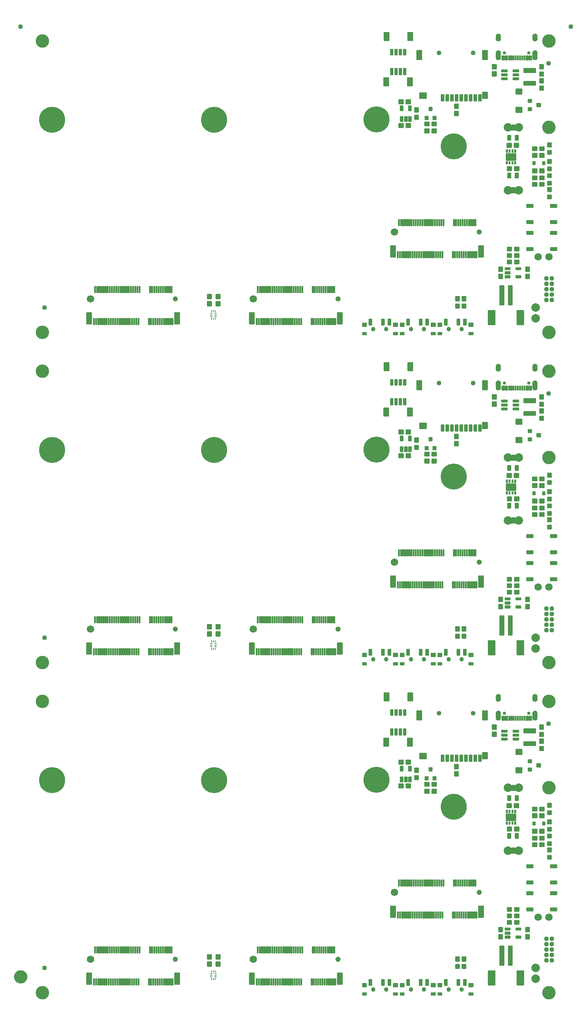
<source format=gts>
G04 EAGLE Gerber RS-274X export*
G75*
%MOMM*%
%FSLAX34Y34*%
%LPD*%
%INSoldermask Top*%
%IPPOS*%
%AMOC8*
5,1,8,0,0,1.08239X$1,22.5*%
G01*
%ADD10C,0.225369*%
%ADD11C,0.225588*%
%ADD12C,6.127000*%
%ADD13C,3.175000*%
%ADD14C,1.227000*%
%ADD15C,1.727000*%
%ADD16C,0.230578*%
%ADD17C,0.225400*%
%ADD18C,0.224509*%
%ADD19C,0.223409*%
%ADD20C,0.428259*%
%ADD21C,0.777000*%
%ADD22C,1.127000*%
%ADD23C,0.222250*%
%ADD24C,0.228600*%
%ADD25C,2.006600*%
%ADD26C,0.227100*%
%ADD27C,0.231750*%
%ADD28C,0.223519*%
%ADD29C,0.231559*%
%ADD30C,0.229050*%
%ADD31R,0.480000X0.280000*%
%ADD32R,0.280000X0.480000*%
%ADD33C,1.027000*%
%ADD34C,1.270000*%
%ADD35C,1.627000*%

G36*
X1187334Y2221184D02*
X1187334Y2221184D01*
X1187339Y2221189D01*
X1187343Y2221185D01*
X1188440Y2221472D01*
X1188444Y2221478D01*
X1188449Y2221475D01*
X1189468Y2221970D01*
X1189471Y2221976D01*
X1189476Y2221975D01*
X1190379Y2222659D01*
X1190381Y2222666D01*
X1190386Y2222666D01*
X1191139Y2223513D01*
X1191139Y2223520D01*
X1191144Y2223521D01*
X1191717Y2224498D01*
X1191716Y2224501D01*
X1191717Y2224502D01*
X1191716Y2224503D01*
X1191716Y2224505D01*
X1191721Y2224507D01*
X1192092Y2225578D01*
X1192090Y2225583D01*
X1192093Y2225585D01*
X1192092Y2225586D01*
X1192094Y2225587D01*
X1192249Y2226709D01*
X1192246Y2226714D01*
X1192249Y2226716D01*
X1192249Y2238716D01*
X1192246Y2238721D01*
X1192249Y2238724D01*
X1192044Y2239991D01*
X1192038Y2239997D01*
X1192041Y2240002D01*
X1191559Y2241191D01*
X1191552Y2241195D01*
X1191554Y2241201D01*
X1190820Y2242254D01*
X1190812Y2242256D01*
X1190813Y2242262D01*
X1189863Y2243125D01*
X1189854Y2243126D01*
X1189854Y2243131D01*
X1188735Y2243761D01*
X1188727Y2243760D01*
X1188725Y2243766D01*
X1187495Y2244131D01*
X1187487Y2244128D01*
X1187484Y2244133D01*
X1186203Y2244215D01*
X1186197Y2244215D01*
X1184916Y2244133D01*
X1184910Y2244127D01*
X1184905Y2244131D01*
X1183675Y2243766D01*
X1183670Y2243759D01*
X1183665Y2243761D01*
X1182546Y2243131D01*
X1182543Y2243124D01*
X1182537Y2243125D01*
X1181587Y2242262D01*
X1181586Y2242254D01*
X1181580Y2242254D01*
X1180846Y2241201D01*
X1180846Y2241193D01*
X1180841Y2241191D01*
X1180359Y2240002D01*
X1180361Y2239996D01*
X1180357Y2239993D01*
X1180358Y2239992D01*
X1180356Y2239991D01*
X1180151Y2238724D01*
X1180154Y2238719D01*
X1180151Y2238716D01*
X1180151Y2226716D01*
X1180154Y2226712D01*
X1180151Y2226709D01*
X1180306Y2225587D01*
X1180311Y2225582D01*
X1180308Y2225578D01*
X1180679Y2224507D01*
X1180685Y2224503D01*
X1180683Y2224498D01*
X1181256Y2223521D01*
X1181262Y2223518D01*
X1181261Y2223513D01*
X1182014Y2222666D01*
X1182021Y2222664D01*
X1182021Y2222659D01*
X1182924Y2221975D01*
X1182931Y2221975D01*
X1182932Y2221970D01*
X1183951Y2221475D01*
X1183958Y2221477D01*
X1183960Y2221472D01*
X1185057Y2221185D01*
X1185063Y2221188D01*
X1185066Y2221184D01*
X1186197Y2221117D01*
X1186201Y2221119D01*
X1186203Y2221117D01*
X1187334Y2221184D01*
G37*
G36*
X1100934Y2221184D02*
X1100934Y2221184D01*
X1100939Y2221189D01*
X1100943Y2221185D01*
X1102040Y2221472D01*
X1102044Y2221478D01*
X1102049Y2221475D01*
X1103068Y2221970D01*
X1103071Y2221976D01*
X1103076Y2221975D01*
X1103979Y2222659D01*
X1103981Y2222666D01*
X1103986Y2222666D01*
X1104739Y2223513D01*
X1104739Y2223520D01*
X1104744Y2223521D01*
X1105317Y2224498D01*
X1105316Y2224501D01*
X1105317Y2224502D01*
X1105316Y2224503D01*
X1105316Y2224505D01*
X1105321Y2224507D01*
X1105692Y2225578D01*
X1105690Y2225583D01*
X1105693Y2225585D01*
X1105692Y2225586D01*
X1105694Y2225587D01*
X1105849Y2226709D01*
X1105846Y2226714D01*
X1105849Y2226716D01*
X1105849Y2238716D01*
X1105846Y2238721D01*
X1105849Y2238724D01*
X1105644Y2239991D01*
X1105638Y2239997D01*
X1105641Y2240002D01*
X1105159Y2241191D01*
X1105152Y2241195D01*
X1105154Y2241201D01*
X1104420Y2242254D01*
X1104412Y2242256D01*
X1104413Y2242262D01*
X1103463Y2243125D01*
X1103454Y2243126D01*
X1103454Y2243131D01*
X1102335Y2243761D01*
X1102327Y2243760D01*
X1102325Y2243766D01*
X1101095Y2244131D01*
X1101087Y2244128D01*
X1101084Y2244133D01*
X1099803Y2244215D01*
X1099797Y2244215D01*
X1098516Y2244133D01*
X1098510Y2244127D01*
X1098505Y2244131D01*
X1097275Y2243766D01*
X1097270Y2243759D01*
X1097265Y2243761D01*
X1096146Y2243131D01*
X1096143Y2243124D01*
X1096137Y2243125D01*
X1095187Y2242262D01*
X1095186Y2242254D01*
X1095180Y2242254D01*
X1094446Y2241201D01*
X1094446Y2241193D01*
X1094441Y2241191D01*
X1093959Y2240002D01*
X1093961Y2239996D01*
X1093957Y2239993D01*
X1093958Y2239992D01*
X1093956Y2239991D01*
X1093751Y2238724D01*
X1093754Y2238719D01*
X1093751Y2238716D01*
X1093751Y2226716D01*
X1093754Y2226712D01*
X1093751Y2226709D01*
X1093906Y2225587D01*
X1093911Y2225582D01*
X1093908Y2225578D01*
X1094279Y2224507D01*
X1094285Y2224503D01*
X1094283Y2224498D01*
X1094856Y2223521D01*
X1094862Y2223518D01*
X1094861Y2223513D01*
X1095614Y2222666D01*
X1095621Y2222664D01*
X1095621Y2222659D01*
X1096524Y2221975D01*
X1096531Y2221975D01*
X1096532Y2221970D01*
X1097551Y2221475D01*
X1097558Y2221477D01*
X1097560Y2221472D01*
X1098657Y2221185D01*
X1098663Y2221188D01*
X1098666Y2221184D01*
X1099797Y2221117D01*
X1099801Y2221119D01*
X1099803Y2221117D01*
X1100934Y2221184D01*
G37*
G36*
X1100934Y1443944D02*
X1100934Y1443944D01*
X1100939Y1443949D01*
X1100943Y1443945D01*
X1102040Y1444232D01*
X1102044Y1444238D01*
X1102049Y1444235D01*
X1103068Y1444730D01*
X1103071Y1444736D01*
X1103076Y1444735D01*
X1103979Y1445419D01*
X1103981Y1445426D01*
X1103986Y1445426D01*
X1104739Y1446273D01*
X1104739Y1446280D01*
X1104744Y1446281D01*
X1105317Y1447258D01*
X1105316Y1447261D01*
X1105317Y1447262D01*
X1105316Y1447263D01*
X1105316Y1447265D01*
X1105321Y1447267D01*
X1105692Y1448338D01*
X1105690Y1448343D01*
X1105693Y1448345D01*
X1105692Y1448346D01*
X1105694Y1448347D01*
X1105849Y1449469D01*
X1105846Y1449474D01*
X1105849Y1449476D01*
X1105849Y1461476D01*
X1105846Y1461481D01*
X1105849Y1461484D01*
X1105644Y1462751D01*
X1105638Y1462757D01*
X1105641Y1462762D01*
X1105159Y1463951D01*
X1105152Y1463955D01*
X1105154Y1463961D01*
X1104420Y1465014D01*
X1104412Y1465016D01*
X1104413Y1465022D01*
X1103463Y1465885D01*
X1103454Y1465886D01*
X1103454Y1465891D01*
X1102335Y1466521D01*
X1102327Y1466520D01*
X1102325Y1466526D01*
X1101095Y1466891D01*
X1101087Y1466888D01*
X1101084Y1466893D01*
X1099803Y1466975D01*
X1099797Y1466975D01*
X1098516Y1466893D01*
X1098510Y1466887D01*
X1098505Y1466891D01*
X1097275Y1466526D01*
X1097270Y1466519D01*
X1097265Y1466521D01*
X1096146Y1465891D01*
X1096143Y1465884D01*
X1096137Y1465885D01*
X1095187Y1465022D01*
X1095186Y1465014D01*
X1095180Y1465014D01*
X1094446Y1463961D01*
X1094446Y1463953D01*
X1094441Y1463951D01*
X1093959Y1462762D01*
X1093961Y1462756D01*
X1093957Y1462753D01*
X1093958Y1462752D01*
X1093956Y1462751D01*
X1093751Y1461484D01*
X1093754Y1461479D01*
X1093751Y1461476D01*
X1093751Y1449476D01*
X1093754Y1449472D01*
X1093751Y1449469D01*
X1093906Y1448347D01*
X1093911Y1448342D01*
X1093908Y1448338D01*
X1094279Y1447267D01*
X1094285Y1447263D01*
X1094283Y1447258D01*
X1094856Y1446281D01*
X1094862Y1446278D01*
X1094861Y1446273D01*
X1095614Y1445426D01*
X1095621Y1445424D01*
X1095621Y1445419D01*
X1096524Y1444735D01*
X1096531Y1444735D01*
X1096532Y1444730D01*
X1097551Y1444235D01*
X1097558Y1444237D01*
X1097560Y1444232D01*
X1098657Y1443945D01*
X1098663Y1443948D01*
X1098666Y1443944D01*
X1099797Y1443877D01*
X1099801Y1443879D01*
X1099803Y1443877D01*
X1100934Y1443944D01*
G37*
G36*
X1187334Y1443944D02*
X1187334Y1443944D01*
X1187339Y1443949D01*
X1187343Y1443945D01*
X1188440Y1444232D01*
X1188444Y1444238D01*
X1188449Y1444235D01*
X1189468Y1444730D01*
X1189471Y1444736D01*
X1189476Y1444735D01*
X1190379Y1445419D01*
X1190381Y1445426D01*
X1190386Y1445426D01*
X1191139Y1446273D01*
X1191139Y1446280D01*
X1191144Y1446281D01*
X1191717Y1447258D01*
X1191716Y1447261D01*
X1191717Y1447262D01*
X1191716Y1447263D01*
X1191716Y1447265D01*
X1191721Y1447267D01*
X1192092Y1448338D01*
X1192090Y1448343D01*
X1192093Y1448345D01*
X1192092Y1448346D01*
X1192094Y1448347D01*
X1192249Y1449469D01*
X1192246Y1449474D01*
X1192249Y1449476D01*
X1192249Y1461476D01*
X1192246Y1461481D01*
X1192249Y1461484D01*
X1192044Y1462751D01*
X1192038Y1462757D01*
X1192041Y1462762D01*
X1191559Y1463951D01*
X1191552Y1463955D01*
X1191554Y1463961D01*
X1190820Y1465014D01*
X1190812Y1465016D01*
X1190813Y1465022D01*
X1189863Y1465885D01*
X1189854Y1465886D01*
X1189854Y1465891D01*
X1188735Y1466521D01*
X1188727Y1466520D01*
X1188725Y1466526D01*
X1187495Y1466891D01*
X1187487Y1466888D01*
X1187484Y1466893D01*
X1186203Y1466975D01*
X1186197Y1466975D01*
X1184916Y1466893D01*
X1184910Y1466887D01*
X1184905Y1466891D01*
X1183675Y1466526D01*
X1183670Y1466519D01*
X1183665Y1466521D01*
X1182546Y1465891D01*
X1182543Y1465884D01*
X1182537Y1465885D01*
X1181587Y1465022D01*
X1181586Y1465014D01*
X1181580Y1465014D01*
X1180846Y1463961D01*
X1180846Y1463953D01*
X1180841Y1463951D01*
X1180359Y1462762D01*
X1180361Y1462756D01*
X1180357Y1462753D01*
X1180358Y1462752D01*
X1180356Y1462751D01*
X1180151Y1461484D01*
X1180154Y1461479D01*
X1180151Y1461476D01*
X1180151Y1449476D01*
X1180154Y1449472D01*
X1180151Y1449469D01*
X1180306Y1448347D01*
X1180311Y1448342D01*
X1180308Y1448338D01*
X1180679Y1447267D01*
X1180685Y1447263D01*
X1180683Y1447258D01*
X1181256Y1446281D01*
X1181262Y1446278D01*
X1181261Y1446273D01*
X1182014Y1445426D01*
X1182021Y1445424D01*
X1182021Y1445419D01*
X1182924Y1444735D01*
X1182931Y1444735D01*
X1182932Y1444730D01*
X1183951Y1444235D01*
X1183958Y1444237D01*
X1183960Y1444232D01*
X1185057Y1443945D01*
X1185063Y1443948D01*
X1185066Y1443944D01*
X1186197Y1443877D01*
X1186201Y1443879D01*
X1186203Y1443877D01*
X1187334Y1443944D01*
G37*
G36*
X1100934Y666704D02*
X1100934Y666704D01*
X1100939Y666709D01*
X1100943Y666705D01*
X1102040Y666992D01*
X1102044Y666998D01*
X1102049Y666995D01*
X1103068Y667490D01*
X1103071Y667496D01*
X1103076Y667495D01*
X1103979Y668179D01*
X1103981Y668186D01*
X1103986Y668186D01*
X1104739Y669033D01*
X1104739Y669040D01*
X1104744Y669041D01*
X1105317Y670018D01*
X1105316Y670021D01*
X1105317Y670022D01*
X1105316Y670023D01*
X1105316Y670025D01*
X1105321Y670027D01*
X1105692Y671098D01*
X1105690Y671103D01*
X1105693Y671105D01*
X1105692Y671106D01*
X1105694Y671107D01*
X1105849Y672229D01*
X1105846Y672234D01*
X1105849Y672236D01*
X1105849Y684236D01*
X1105846Y684241D01*
X1105849Y684244D01*
X1105644Y685511D01*
X1105638Y685517D01*
X1105641Y685522D01*
X1105159Y686711D01*
X1105152Y686715D01*
X1105154Y686721D01*
X1104420Y687774D01*
X1104412Y687776D01*
X1104413Y687782D01*
X1103463Y688645D01*
X1103454Y688646D01*
X1103454Y688651D01*
X1102335Y689281D01*
X1102327Y689280D01*
X1102325Y689286D01*
X1101095Y689651D01*
X1101087Y689648D01*
X1101084Y689653D01*
X1099803Y689735D01*
X1099797Y689735D01*
X1098516Y689653D01*
X1098510Y689647D01*
X1098505Y689651D01*
X1097275Y689286D01*
X1097270Y689279D01*
X1097265Y689281D01*
X1096146Y688651D01*
X1096143Y688644D01*
X1096137Y688645D01*
X1095187Y687782D01*
X1095186Y687774D01*
X1095180Y687774D01*
X1094446Y686721D01*
X1094446Y686713D01*
X1094441Y686711D01*
X1093959Y685522D01*
X1093961Y685516D01*
X1093957Y685513D01*
X1093958Y685512D01*
X1093956Y685511D01*
X1093751Y684244D01*
X1093754Y684239D01*
X1093751Y684236D01*
X1093751Y672236D01*
X1093754Y672232D01*
X1093751Y672229D01*
X1093906Y671107D01*
X1093911Y671102D01*
X1093908Y671098D01*
X1094279Y670027D01*
X1094285Y670023D01*
X1094283Y670018D01*
X1094856Y669041D01*
X1094862Y669038D01*
X1094861Y669033D01*
X1095614Y668186D01*
X1095621Y668184D01*
X1095621Y668179D01*
X1096524Y667495D01*
X1096531Y667495D01*
X1096532Y667490D01*
X1097551Y666995D01*
X1097558Y666997D01*
X1097560Y666992D01*
X1098657Y666705D01*
X1098663Y666708D01*
X1098666Y666704D01*
X1099797Y666637D01*
X1099801Y666639D01*
X1099803Y666637D01*
X1100934Y666704D01*
G37*
G36*
X1187334Y666704D02*
X1187334Y666704D01*
X1187339Y666709D01*
X1187343Y666705D01*
X1188440Y666992D01*
X1188444Y666998D01*
X1188449Y666995D01*
X1189468Y667490D01*
X1189471Y667496D01*
X1189476Y667495D01*
X1190379Y668179D01*
X1190381Y668186D01*
X1190386Y668186D01*
X1191139Y669033D01*
X1191139Y669040D01*
X1191144Y669041D01*
X1191717Y670018D01*
X1191716Y670021D01*
X1191717Y670022D01*
X1191716Y670023D01*
X1191716Y670025D01*
X1191721Y670027D01*
X1192092Y671098D01*
X1192090Y671103D01*
X1192093Y671105D01*
X1192092Y671106D01*
X1192094Y671107D01*
X1192249Y672229D01*
X1192246Y672234D01*
X1192249Y672236D01*
X1192249Y684236D01*
X1192246Y684241D01*
X1192249Y684244D01*
X1192044Y685511D01*
X1192038Y685517D01*
X1192041Y685522D01*
X1191559Y686711D01*
X1191552Y686715D01*
X1191554Y686721D01*
X1190820Y687774D01*
X1190812Y687776D01*
X1190813Y687782D01*
X1189863Y688645D01*
X1189854Y688646D01*
X1189854Y688651D01*
X1188735Y689281D01*
X1188727Y689280D01*
X1188725Y689286D01*
X1187495Y689651D01*
X1187487Y689648D01*
X1187484Y689653D01*
X1186203Y689735D01*
X1186197Y689735D01*
X1184916Y689653D01*
X1184910Y689647D01*
X1184905Y689651D01*
X1183675Y689286D01*
X1183670Y689279D01*
X1183665Y689281D01*
X1182546Y688651D01*
X1182543Y688644D01*
X1182537Y688645D01*
X1181587Y687782D01*
X1181586Y687774D01*
X1181580Y687774D01*
X1180846Y686721D01*
X1180846Y686713D01*
X1180841Y686711D01*
X1180359Y685522D01*
X1180361Y685516D01*
X1180357Y685513D01*
X1180358Y685512D01*
X1180356Y685511D01*
X1180151Y684244D01*
X1180154Y684239D01*
X1180151Y684236D01*
X1180151Y672236D01*
X1180154Y672232D01*
X1180151Y672229D01*
X1180306Y671107D01*
X1180311Y671102D01*
X1180308Y671098D01*
X1180679Y670027D01*
X1180685Y670023D01*
X1180683Y670018D01*
X1181256Y669041D01*
X1181262Y669038D01*
X1181261Y669033D01*
X1182014Y668186D01*
X1182021Y668184D01*
X1182021Y668179D01*
X1182924Y667495D01*
X1182931Y667495D01*
X1182932Y667490D01*
X1183951Y666995D01*
X1183958Y666997D01*
X1183960Y666992D01*
X1185057Y666705D01*
X1185063Y666708D01*
X1185066Y666704D01*
X1186197Y666637D01*
X1186201Y666639D01*
X1186203Y666637D01*
X1187334Y666704D01*
G37*
G36*
X1186202Y2265421D02*
X1186202Y2265421D01*
X1186206Y2265417D01*
X1187546Y2265574D01*
X1187552Y2265579D01*
X1187557Y2265576D01*
X1188828Y2266027D01*
X1188833Y2266034D01*
X1188838Y2266032D01*
X1189977Y2266754D01*
X1189980Y2266762D01*
X1189986Y2266761D01*
X1190936Y2267719D01*
X1190937Y2267727D01*
X1190943Y2267728D01*
X1191656Y2268873D01*
X1191655Y2268882D01*
X1191661Y2268883D01*
X1192101Y2270159D01*
X1192099Y2270166D01*
X1192103Y2270169D01*
X1192249Y2271511D01*
X1192247Y2271514D01*
X1192249Y2271516D01*
X1192249Y2277516D01*
X1192247Y2277520D01*
X1192249Y2277522D01*
X1192094Y2278851D01*
X1192088Y2278857D01*
X1192091Y2278861D01*
X1191644Y2280122D01*
X1191637Y2280127D01*
X1191639Y2280132D01*
X1190922Y2281262D01*
X1190915Y2281265D01*
X1190916Y2281271D01*
X1189966Y2282213D01*
X1189957Y2282214D01*
X1189957Y2282220D01*
X1188821Y2282927D01*
X1188813Y2282926D01*
X1188811Y2282932D01*
X1187546Y2283368D01*
X1187538Y2283366D01*
X1187536Y2283371D01*
X1186205Y2283515D01*
X1186199Y2283511D01*
X1186195Y2283515D01*
X1185029Y2283405D01*
X1185024Y2283400D01*
X1185020Y2283403D01*
X1183897Y2283068D01*
X1183893Y2283062D01*
X1183889Y2283064D01*
X1182853Y2282516D01*
X1182850Y2282510D01*
X1182845Y2282511D01*
X1181937Y2281772D01*
X1181935Y2281765D01*
X1181930Y2281765D01*
X1181183Y2280863D01*
X1181183Y2280856D01*
X1181178Y2280855D01*
X1180621Y2279824D01*
X1180622Y2279817D01*
X1180617Y2279815D01*
X1180273Y2278696D01*
X1180275Y2278689D01*
X1180271Y2278686D01*
X1180151Y2277521D01*
X1180153Y2277518D01*
X1180151Y2277516D01*
X1180151Y2271516D01*
X1180153Y2271513D01*
X1180151Y2271511D01*
X1180262Y2270335D01*
X1180267Y2270330D01*
X1180264Y2270326D01*
X1180602Y2269194D01*
X1180608Y2269190D01*
X1180606Y2269185D01*
X1181158Y2268141D01*
X1181165Y2268138D01*
X1181163Y2268133D01*
X1181909Y2267217D01*
X1181916Y2267216D01*
X1181916Y2267210D01*
X1182826Y2266457D01*
X1182833Y2266457D01*
X1182834Y2266452D01*
X1183873Y2265891D01*
X1183880Y2265892D01*
X1183882Y2265887D01*
X1185011Y2265540D01*
X1185017Y2265542D01*
X1185020Y2265538D01*
X1186195Y2265417D01*
X1186202Y2265421D01*
G37*
G36*
X1099802Y2265421D02*
X1099802Y2265421D01*
X1099806Y2265417D01*
X1101146Y2265574D01*
X1101152Y2265579D01*
X1101157Y2265576D01*
X1102428Y2266027D01*
X1102433Y2266034D01*
X1102438Y2266032D01*
X1103577Y2266754D01*
X1103580Y2266762D01*
X1103586Y2266761D01*
X1104536Y2267719D01*
X1104537Y2267727D01*
X1104543Y2267728D01*
X1105256Y2268873D01*
X1105255Y2268882D01*
X1105261Y2268883D01*
X1105701Y2270159D01*
X1105699Y2270166D01*
X1105703Y2270169D01*
X1105849Y2271511D01*
X1105847Y2271514D01*
X1105849Y2271516D01*
X1105849Y2277516D01*
X1105847Y2277520D01*
X1105849Y2277522D01*
X1105694Y2278851D01*
X1105688Y2278857D01*
X1105691Y2278861D01*
X1105244Y2280122D01*
X1105237Y2280127D01*
X1105239Y2280132D01*
X1104522Y2281262D01*
X1104515Y2281265D01*
X1104516Y2281271D01*
X1103566Y2282213D01*
X1103557Y2282214D01*
X1103557Y2282220D01*
X1102421Y2282927D01*
X1102413Y2282926D01*
X1102411Y2282932D01*
X1101146Y2283368D01*
X1101138Y2283366D01*
X1101136Y2283371D01*
X1099805Y2283515D01*
X1099799Y2283511D01*
X1099795Y2283515D01*
X1098629Y2283405D01*
X1098624Y2283400D01*
X1098620Y2283403D01*
X1097497Y2283068D01*
X1097493Y2283062D01*
X1097489Y2283064D01*
X1096453Y2282516D01*
X1096450Y2282510D01*
X1096445Y2282511D01*
X1095537Y2281772D01*
X1095535Y2281765D01*
X1095530Y2281765D01*
X1094783Y2280863D01*
X1094783Y2280856D01*
X1094778Y2280855D01*
X1094221Y2279824D01*
X1094222Y2279817D01*
X1094217Y2279815D01*
X1093873Y2278696D01*
X1093875Y2278689D01*
X1093871Y2278686D01*
X1093751Y2277521D01*
X1093753Y2277518D01*
X1093751Y2277516D01*
X1093751Y2271516D01*
X1093753Y2271513D01*
X1093751Y2271511D01*
X1093862Y2270335D01*
X1093867Y2270330D01*
X1093864Y2270326D01*
X1094202Y2269194D01*
X1094208Y2269190D01*
X1094206Y2269185D01*
X1094758Y2268141D01*
X1094765Y2268138D01*
X1094763Y2268133D01*
X1095509Y2267217D01*
X1095516Y2267216D01*
X1095516Y2267210D01*
X1096426Y2266457D01*
X1096433Y2266457D01*
X1096434Y2266452D01*
X1097473Y2265891D01*
X1097480Y2265892D01*
X1097482Y2265887D01*
X1098611Y2265540D01*
X1098617Y2265542D01*
X1098620Y2265538D01*
X1099795Y2265417D01*
X1099802Y2265421D01*
G37*
G36*
X1099802Y1488181D02*
X1099802Y1488181D01*
X1099806Y1488177D01*
X1101146Y1488334D01*
X1101152Y1488339D01*
X1101157Y1488336D01*
X1102428Y1488787D01*
X1102433Y1488794D01*
X1102438Y1488792D01*
X1103577Y1489514D01*
X1103580Y1489522D01*
X1103586Y1489521D01*
X1104536Y1490479D01*
X1104537Y1490487D01*
X1104543Y1490488D01*
X1105256Y1491633D01*
X1105255Y1491642D01*
X1105261Y1491643D01*
X1105701Y1492919D01*
X1105699Y1492926D01*
X1105703Y1492929D01*
X1105849Y1494271D01*
X1105847Y1494274D01*
X1105849Y1494276D01*
X1105849Y1500276D01*
X1105847Y1500280D01*
X1105849Y1500282D01*
X1105694Y1501611D01*
X1105688Y1501617D01*
X1105691Y1501621D01*
X1105244Y1502882D01*
X1105237Y1502887D01*
X1105239Y1502892D01*
X1104522Y1504022D01*
X1104515Y1504025D01*
X1104516Y1504031D01*
X1103566Y1504973D01*
X1103557Y1504974D01*
X1103557Y1504980D01*
X1102421Y1505687D01*
X1102413Y1505686D01*
X1102411Y1505692D01*
X1101146Y1506128D01*
X1101138Y1506126D01*
X1101136Y1506131D01*
X1099805Y1506275D01*
X1099799Y1506271D01*
X1099795Y1506275D01*
X1098629Y1506165D01*
X1098624Y1506160D01*
X1098620Y1506163D01*
X1097497Y1505828D01*
X1097493Y1505822D01*
X1097489Y1505824D01*
X1096453Y1505276D01*
X1096450Y1505270D01*
X1096445Y1505271D01*
X1095537Y1504532D01*
X1095535Y1504525D01*
X1095530Y1504525D01*
X1094783Y1503623D01*
X1094783Y1503616D01*
X1094778Y1503615D01*
X1094221Y1502584D01*
X1094222Y1502577D01*
X1094217Y1502575D01*
X1093873Y1501456D01*
X1093875Y1501449D01*
X1093871Y1501446D01*
X1093751Y1500281D01*
X1093753Y1500278D01*
X1093751Y1500276D01*
X1093751Y1494276D01*
X1093753Y1494273D01*
X1093751Y1494271D01*
X1093862Y1493095D01*
X1093867Y1493090D01*
X1093864Y1493086D01*
X1094202Y1491954D01*
X1094208Y1491950D01*
X1094206Y1491945D01*
X1094758Y1490901D01*
X1094765Y1490898D01*
X1094763Y1490893D01*
X1095509Y1489977D01*
X1095516Y1489976D01*
X1095516Y1489970D01*
X1096426Y1489217D01*
X1096433Y1489217D01*
X1096434Y1489212D01*
X1097473Y1488651D01*
X1097480Y1488652D01*
X1097482Y1488647D01*
X1098611Y1488300D01*
X1098617Y1488302D01*
X1098620Y1488298D01*
X1099795Y1488177D01*
X1099802Y1488181D01*
G37*
G36*
X1186202Y1488181D02*
X1186202Y1488181D01*
X1186206Y1488177D01*
X1187546Y1488334D01*
X1187552Y1488339D01*
X1187557Y1488336D01*
X1188828Y1488787D01*
X1188833Y1488794D01*
X1188838Y1488792D01*
X1189977Y1489514D01*
X1189980Y1489522D01*
X1189986Y1489521D01*
X1190936Y1490479D01*
X1190937Y1490487D01*
X1190943Y1490488D01*
X1191656Y1491633D01*
X1191655Y1491642D01*
X1191661Y1491643D01*
X1192101Y1492919D01*
X1192099Y1492926D01*
X1192103Y1492929D01*
X1192249Y1494271D01*
X1192247Y1494274D01*
X1192249Y1494276D01*
X1192249Y1500276D01*
X1192247Y1500280D01*
X1192249Y1500282D01*
X1192094Y1501611D01*
X1192088Y1501617D01*
X1192091Y1501621D01*
X1191644Y1502882D01*
X1191637Y1502887D01*
X1191639Y1502892D01*
X1190922Y1504022D01*
X1190915Y1504025D01*
X1190916Y1504031D01*
X1189966Y1504973D01*
X1189957Y1504974D01*
X1189957Y1504980D01*
X1188821Y1505687D01*
X1188813Y1505686D01*
X1188811Y1505692D01*
X1187546Y1506128D01*
X1187538Y1506126D01*
X1187536Y1506131D01*
X1186205Y1506275D01*
X1186199Y1506271D01*
X1186195Y1506275D01*
X1185029Y1506165D01*
X1185024Y1506160D01*
X1185020Y1506163D01*
X1183897Y1505828D01*
X1183893Y1505822D01*
X1183889Y1505824D01*
X1182853Y1505276D01*
X1182850Y1505270D01*
X1182845Y1505271D01*
X1181937Y1504532D01*
X1181935Y1504525D01*
X1181930Y1504525D01*
X1181183Y1503623D01*
X1181183Y1503616D01*
X1181178Y1503615D01*
X1180621Y1502584D01*
X1180622Y1502577D01*
X1180617Y1502575D01*
X1180273Y1501456D01*
X1180275Y1501449D01*
X1180271Y1501446D01*
X1180151Y1500281D01*
X1180153Y1500278D01*
X1180151Y1500276D01*
X1180151Y1494276D01*
X1180153Y1494273D01*
X1180151Y1494271D01*
X1180262Y1493095D01*
X1180267Y1493090D01*
X1180264Y1493086D01*
X1180602Y1491954D01*
X1180608Y1491950D01*
X1180606Y1491945D01*
X1181158Y1490901D01*
X1181165Y1490898D01*
X1181163Y1490893D01*
X1181909Y1489977D01*
X1181916Y1489976D01*
X1181916Y1489970D01*
X1182826Y1489217D01*
X1182833Y1489217D01*
X1182834Y1489212D01*
X1183873Y1488651D01*
X1183880Y1488652D01*
X1183882Y1488647D01*
X1185011Y1488300D01*
X1185017Y1488302D01*
X1185020Y1488298D01*
X1186195Y1488177D01*
X1186202Y1488181D01*
G37*
G36*
X1186202Y710941D02*
X1186202Y710941D01*
X1186206Y710937D01*
X1187546Y711094D01*
X1187552Y711099D01*
X1187557Y711096D01*
X1188828Y711547D01*
X1188833Y711554D01*
X1188838Y711552D01*
X1189977Y712274D01*
X1189980Y712282D01*
X1189986Y712281D01*
X1190936Y713239D01*
X1190937Y713247D01*
X1190943Y713248D01*
X1191656Y714393D01*
X1191655Y714402D01*
X1191661Y714403D01*
X1192101Y715679D01*
X1192099Y715686D01*
X1192103Y715689D01*
X1192249Y717031D01*
X1192247Y717034D01*
X1192249Y717036D01*
X1192249Y723036D01*
X1192247Y723040D01*
X1192249Y723042D01*
X1192094Y724371D01*
X1192088Y724377D01*
X1192091Y724381D01*
X1191644Y725642D01*
X1191637Y725647D01*
X1191639Y725652D01*
X1190922Y726782D01*
X1190915Y726785D01*
X1190916Y726791D01*
X1189966Y727733D01*
X1189957Y727734D01*
X1189957Y727740D01*
X1188821Y728447D01*
X1188813Y728446D01*
X1188811Y728452D01*
X1187546Y728888D01*
X1187538Y728886D01*
X1187536Y728891D01*
X1186205Y729035D01*
X1186199Y729031D01*
X1186195Y729035D01*
X1185029Y728925D01*
X1185024Y728920D01*
X1185020Y728923D01*
X1183897Y728588D01*
X1183893Y728582D01*
X1183889Y728584D01*
X1182853Y728036D01*
X1182850Y728030D01*
X1182845Y728031D01*
X1181937Y727292D01*
X1181935Y727285D01*
X1181930Y727285D01*
X1181183Y726383D01*
X1181183Y726376D01*
X1181178Y726375D01*
X1180621Y725344D01*
X1180622Y725337D01*
X1180617Y725335D01*
X1180273Y724216D01*
X1180275Y724209D01*
X1180271Y724206D01*
X1180151Y723041D01*
X1180153Y723038D01*
X1180151Y723036D01*
X1180151Y717036D01*
X1180153Y717033D01*
X1180151Y717031D01*
X1180262Y715855D01*
X1180267Y715850D01*
X1180264Y715846D01*
X1180602Y714714D01*
X1180608Y714710D01*
X1180606Y714705D01*
X1181158Y713661D01*
X1181165Y713658D01*
X1181163Y713653D01*
X1181909Y712737D01*
X1181916Y712736D01*
X1181916Y712730D01*
X1182826Y711977D01*
X1182833Y711977D01*
X1182834Y711972D01*
X1183873Y711411D01*
X1183880Y711412D01*
X1183882Y711407D01*
X1185011Y711060D01*
X1185017Y711062D01*
X1185020Y711058D01*
X1186195Y710937D01*
X1186202Y710941D01*
G37*
G36*
X1099802Y710941D02*
X1099802Y710941D01*
X1099806Y710937D01*
X1101146Y711094D01*
X1101152Y711099D01*
X1101157Y711096D01*
X1102428Y711547D01*
X1102433Y711554D01*
X1102438Y711552D01*
X1103577Y712274D01*
X1103580Y712282D01*
X1103586Y712281D01*
X1104536Y713239D01*
X1104537Y713247D01*
X1104543Y713248D01*
X1105256Y714393D01*
X1105255Y714402D01*
X1105261Y714403D01*
X1105701Y715679D01*
X1105699Y715686D01*
X1105703Y715689D01*
X1105849Y717031D01*
X1105847Y717034D01*
X1105849Y717036D01*
X1105849Y723036D01*
X1105847Y723040D01*
X1105849Y723042D01*
X1105694Y724371D01*
X1105688Y724377D01*
X1105691Y724381D01*
X1105244Y725642D01*
X1105237Y725647D01*
X1105239Y725652D01*
X1104522Y726782D01*
X1104515Y726785D01*
X1104516Y726791D01*
X1103566Y727733D01*
X1103557Y727734D01*
X1103557Y727740D01*
X1102421Y728447D01*
X1102413Y728446D01*
X1102411Y728452D01*
X1101146Y728888D01*
X1101138Y728886D01*
X1101136Y728891D01*
X1099805Y729035D01*
X1099799Y729031D01*
X1099795Y729035D01*
X1098629Y728925D01*
X1098624Y728920D01*
X1098620Y728923D01*
X1097497Y728588D01*
X1097493Y728582D01*
X1097489Y728584D01*
X1096453Y728036D01*
X1096450Y728030D01*
X1096445Y728031D01*
X1095537Y727292D01*
X1095535Y727285D01*
X1095530Y727285D01*
X1094783Y726383D01*
X1094783Y726376D01*
X1094778Y726375D01*
X1094221Y725344D01*
X1094222Y725337D01*
X1094217Y725335D01*
X1093873Y724216D01*
X1093875Y724209D01*
X1093871Y724206D01*
X1093751Y723041D01*
X1093753Y723038D01*
X1093751Y723036D01*
X1093751Y717036D01*
X1093753Y717033D01*
X1093751Y717031D01*
X1093862Y715855D01*
X1093867Y715850D01*
X1093864Y715846D01*
X1094202Y714714D01*
X1094208Y714710D01*
X1094206Y714705D01*
X1094758Y713661D01*
X1094765Y713658D01*
X1094763Y713653D01*
X1095509Y712737D01*
X1095516Y712736D01*
X1095516Y712730D01*
X1096426Y711977D01*
X1096433Y711977D01*
X1096434Y711972D01*
X1097473Y711411D01*
X1097480Y711412D01*
X1097482Y711407D01*
X1098611Y711060D01*
X1098617Y711062D01*
X1098620Y711058D01*
X1099795Y710937D01*
X1099802Y710941D01*
G37*
G36*
X1137350Y2055253D02*
X1137350Y2055253D01*
X1137416Y2055255D01*
X1137459Y2055273D01*
X1137506Y2055281D01*
X1137563Y2055315D01*
X1137623Y2055340D01*
X1137658Y2055371D01*
X1137699Y2055396D01*
X1137741Y2055447D01*
X1137789Y2055491D01*
X1137811Y2055533D01*
X1137840Y2055570D01*
X1137861Y2055632D01*
X1137892Y2055691D01*
X1137900Y2055745D01*
X1137912Y2055782D01*
X1137911Y2055822D01*
X1137919Y2055876D01*
X1137919Y2069084D01*
X1137908Y2069149D01*
X1137906Y2069215D01*
X1137888Y2069258D01*
X1137880Y2069305D01*
X1137846Y2069362D01*
X1137821Y2069422D01*
X1137790Y2069457D01*
X1137765Y2069498D01*
X1137714Y2069540D01*
X1137670Y2069588D01*
X1137628Y2069610D01*
X1137591Y2069639D01*
X1137529Y2069660D01*
X1137470Y2069691D01*
X1137416Y2069699D01*
X1137379Y2069711D01*
X1137339Y2069710D01*
X1137285Y2069718D01*
X1133475Y2069718D01*
X1133410Y2069707D01*
X1133344Y2069705D01*
X1133301Y2069687D01*
X1133254Y2069679D01*
X1133197Y2069645D01*
X1133137Y2069620D01*
X1133102Y2069589D01*
X1133061Y2069564D01*
X1133020Y2069513D01*
X1132971Y2069469D01*
X1132949Y2069427D01*
X1132920Y2069390D01*
X1132899Y2069328D01*
X1132868Y2069269D01*
X1132860Y2069215D01*
X1132848Y2069178D01*
X1132849Y2069138D01*
X1132841Y2069084D01*
X1132841Y2055876D01*
X1132852Y2055811D01*
X1132854Y2055745D01*
X1132872Y2055702D01*
X1132880Y2055655D01*
X1132914Y2055598D01*
X1132939Y2055538D01*
X1132970Y2055503D01*
X1132995Y2055462D01*
X1133046Y2055421D01*
X1133090Y2055372D01*
X1133132Y2055350D01*
X1133169Y2055321D01*
X1133231Y2055300D01*
X1133290Y2055269D01*
X1133344Y2055261D01*
X1133381Y2055249D01*
X1133421Y2055250D01*
X1133475Y2055242D01*
X1137285Y2055242D01*
X1137350Y2055253D01*
G37*
G36*
X1137096Y1907679D02*
X1137096Y1907679D01*
X1137162Y1907681D01*
X1137205Y1907699D01*
X1137252Y1907707D01*
X1137309Y1907741D01*
X1137369Y1907766D01*
X1137404Y1907797D01*
X1137445Y1907822D01*
X1137487Y1907873D01*
X1137535Y1907917D01*
X1137557Y1907959D01*
X1137586Y1907996D01*
X1137607Y1908058D01*
X1137638Y1908117D01*
X1137646Y1908171D01*
X1137658Y1908208D01*
X1137657Y1908248D01*
X1137665Y1908302D01*
X1137665Y1921510D01*
X1137654Y1921575D01*
X1137652Y1921641D01*
X1137634Y1921684D01*
X1137626Y1921731D01*
X1137592Y1921788D01*
X1137567Y1921848D01*
X1137536Y1921883D01*
X1137511Y1921924D01*
X1137460Y1921966D01*
X1137416Y1922014D01*
X1137374Y1922036D01*
X1137337Y1922065D01*
X1137275Y1922086D01*
X1137216Y1922117D01*
X1137162Y1922125D01*
X1137125Y1922137D01*
X1137085Y1922136D01*
X1137031Y1922144D01*
X1133221Y1922144D01*
X1133156Y1922133D01*
X1133090Y1922131D01*
X1133047Y1922113D01*
X1133000Y1922105D01*
X1132943Y1922071D01*
X1132883Y1922046D01*
X1132848Y1922015D01*
X1132807Y1921990D01*
X1132766Y1921939D01*
X1132717Y1921895D01*
X1132695Y1921853D01*
X1132666Y1921816D01*
X1132645Y1921754D01*
X1132614Y1921695D01*
X1132606Y1921641D01*
X1132594Y1921604D01*
X1132595Y1921564D01*
X1132587Y1921510D01*
X1132587Y1908302D01*
X1132598Y1908237D01*
X1132600Y1908171D01*
X1132618Y1908128D01*
X1132626Y1908081D01*
X1132660Y1908024D01*
X1132685Y1907964D01*
X1132716Y1907929D01*
X1132741Y1907888D01*
X1132792Y1907847D01*
X1132836Y1907798D01*
X1132878Y1907776D01*
X1132915Y1907747D01*
X1132977Y1907726D01*
X1133036Y1907695D01*
X1133090Y1907687D01*
X1133127Y1907675D01*
X1133167Y1907676D01*
X1133221Y1907668D01*
X1137031Y1907668D01*
X1137096Y1907679D01*
G37*
G36*
X1137350Y1278013D02*
X1137350Y1278013D01*
X1137416Y1278015D01*
X1137459Y1278033D01*
X1137506Y1278041D01*
X1137563Y1278075D01*
X1137623Y1278100D01*
X1137658Y1278131D01*
X1137699Y1278156D01*
X1137741Y1278207D01*
X1137789Y1278251D01*
X1137811Y1278293D01*
X1137840Y1278330D01*
X1137861Y1278392D01*
X1137892Y1278451D01*
X1137900Y1278505D01*
X1137912Y1278542D01*
X1137911Y1278582D01*
X1137919Y1278636D01*
X1137919Y1291844D01*
X1137908Y1291909D01*
X1137906Y1291975D01*
X1137888Y1292018D01*
X1137880Y1292065D01*
X1137846Y1292122D01*
X1137821Y1292182D01*
X1137790Y1292217D01*
X1137765Y1292258D01*
X1137714Y1292300D01*
X1137670Y1292348D01*
X1137628Y1292370D01*
X1137591Y1292399D01*
X1137529Y1292420D01*
X1137470Y1292451D01*
X1137416Y1292459D01*
X1137379Y1292471D01*
X1137339Y1292470D01*
X1137285Y1292478D01*
X1133475Y1292478D01*
X1133410Y1292467D01*
X1133344Y1292465D01*
X1133301Y1292447D01*
X1133254Y1292439D01*
X1133197Y1292405D01*
X1133137Y1292380D01*
X1133102Y1292349D01*
X1133061Y1292324D01*
X1133020Y1292273D01*
X1132971Y1292229D01*
X1132949Y1292187D01*
X1132920Y1292150D01*
X1132899Y1292088D01*
X1132868Y1292029D01*
X1132860Y1291975D01*
X1132848Y1291938D01*
X1132849Y1291898D01*
X1132841Y1291844D01*
X1132841Y1278636D01*
X1132852Y1278571D01*
X1132854Y1278505D01*
X1132872Y1278462D01*
X1132880Y1278415D01*
X1132914Y1278358D01*
X1132939Y1278298D01*
X1132970Y1278263D01*
X1132995Y1278222D01*
X1133046Y1278181D01*
X1133090Y1278132D01*
X1133132Y1278110D01*
X1133169Y1278081D01*
X1133231Y1278060D01*
X1133290Y1278029D01*
X1133344Y1278021D01*
X1133381Y1278009D01*
X1133421Y1278010D01*
X1133475Y1278002D01*
X1137285Y1278002D01*
X1137350Y1278013D01*
G37*
G36*
X1137096Y1130439D02*
X1137096Y1130439D01*
X1137162Y1130441D01*
X1137205Y1130459D01*
X1137252Y1130467D01*
X1137309Y1130501D01*
X1137369Y1130526D01*
X1137404Y1130557D01*
X1137445Y1130582D01*
X1137487Y1130633D01*
X1137535Y1130677D01*
X1137557Y1130719D01*
X1137586Y1130756D01*
X1137607Y1130818D01*
X1137638Y1130877D01*
X1137646Y1130931D01*
X1137658Y1130968D01*
X1137657Y1131008D01*
X1137665Y1131062D01*
X1137665Y1144270D01*
X1137654Y1144335D01*
X1137652Y1144401D01*
X1137634Y1144444D01*
X1137626Y1144491D01*
X1137592Y1144548D01*
X1137567Y1144608D01*
X1137536Y1144643D01*
X1137511Y1144684D01*
X1137460Y1144726D01*
X1137416Y1144774D01*
X1137374Y1144796D01*
X1137337Y1144825D01*
X1137275Y1144846D01*
X1137216Y1144877D01*
X1137162Y1144885D01*
X1137125Y1144897D01*
X1137085Y1144896D01*
X1137031Y1144904D01*
X1133221Y1144904D01*
X1133156Y1144893D01*
X1133090Y1144891D01*
X1133047Y1144873D01*
X1133000Y1144865D01*
X1132943Y1144831D01*
X1132883Y1144806D01*
X1132848Y1144775D01*
X1132807Y1144750D01*
X1132766Y1144699D01*
X1132717Y1144655D01*
X1132695Y1144613D01*
X1132666Y1144576D01*
X1132645Y1144514D01*
X1132614Y1144455D01*
X1132606Y1144401D01*
X1132594Y1144364D01*
X1132595Y1144324D01*
X1132587Y1144270D01*
X1132587Y1131062D01*
X1132598Y1130997D01*
X1132600Y1130931D01*
X1132618Y1130888D01*
X1132626Y1130841D01*
X1132660Y1130784D01*
X1132685Y1130724D01*
X1132716Y1130689D01*
X1132741Y1130648D01*
X1132792Y1130607D01*
X1132836Y1130558D01*
X1132878Y1130536D01*
X1132915Y1130507D01*
X1132977Y1130486D01*
X1133036Y1130455D01*
X1133090Y1130447D01*
X1133127Y1130435D01*
X1133167Y1130436D01*
X1133221Y1130428D01*
X1137031Y1130428D01*
X1137096Y1130439D01*
G37*
G36*
X1137350Y500773D02*
X1137350Y500773D01*
X1137416Y500775D01*
X1137459Y500793D01*
X1137506Y500801D01*
X1137563Y500835D01*
X1137623Y500860D01*
X1137658Y500891D01*
X1137699Y500916D01*
X1137741Y500967D01*
X1137789Y501011D01*
X1137811Y501053D01*
X1137840Y501090D01*
X1137861Y501152D01*
X1137892Y501211D01*
X1137900Y501265D01*
X1137912Y501302D01*
X1137911Y501342D01*
X1137919Y501396D01*
X1137919Y514604D01*
X1137908Y514669D01*
X1137906Y514735D01*
X1137888Y514778D01*
X1137880Y514825D01*
X1137846Y514882D01*
X1137821Y514942D01*
X1137790Y514977D01*
X1137765Y515018D01*
X1137714Y515060D01*
X1137670Y515108D01*
X1137628Y515130D01*
X1137591Y515159D01*
X1137529Y515180D01*
X1137470Y515211D01*
X1137416Y515219D01*
X1137379Y515231D01*
X1137339Y515230D01*
X1137285Y515238D01*
X1133475Y515238D01*
X1133410Y515227D01*
X1133344Y515225D01*
X1133301Y515207D01*
X1133254Y515199D01*
X1133197Y515165D01*
X1133137Y515140D01*
X1133102Y515109D01*
X1133061Y515084D01*
X1133020Y515033D01*
X1132971Y514989D01*
X1132949Y514947D01*
X1132920Y514910D01*
X1132899Y514848D01*
X1132868Y514789D01*
X1132860Y514735D01*
X1132848Y514698D01*
X1132849Y514658D01*
X1132841Y514604D01*
X1132841Y501396D01*
X1132852Y501331D01*
X1132854Y501265D01*
X1132872Y501222D01*
X1132880Y501175D01*
X1132914Y501118D01*
X1132939Y501058D01*
X1132970Y501023D01*
X1132995Y500982D01*
X1133046Y500941D01*
X1133090Y500892D01*
X1133132Y500870D01*
X1133169Y500841D01*
X1133231Y500820D01*
X1133290Y500789D01*
X1133344Y500781D01*
X1133381Y500769D01*
X1133421Y500770D01*
X1133475Y500762D01*
X1137285Y500762D01*
X1137350Y500773D01*
G37*
G36*
X1137096Y353199D02*
X1137096Y353199D01*
X1137162Y353201D01*
X1137205Y353219D01*
X1137252Y353227D01*
X1137309Y353261D01*
X1137369Y353286D01*
X1137404Y353317D01*
X1137445Y353342D01*
X1137487Y353393D01*
X1137535Y353437D01*
X1137557Y353479D01*
X1137586Y353516D01*
X1137607Y353578D01*
X1137638Y353637D01*
X1137646Y353691D01*
X1137658Y353728D01*
X1137657Y353768D01*
X1137665Y353822D01*
X1137665Y367030D01*
X1137654Y367095D01*
X1137652Y367161D01*
X1137634Y367204D01*
X1137626Y367251D01*
X1137592Y367308D01*
X1137567Y367368D01*
X1137536Y367403D01*
X1137511Y367444D01*
X1137460Y367486D01*
X1137416Y367534D01*
X1137374Y367556D01*
X1137337Y367585D01*
X1137275Y367606D01*
X1137216Y367637D01*
X1137162Y367645D01*
X1137125Y367657D01*
X1137085Y367656D01*
X1137031Y367664D01*
X1133221Y367664D01*
X1133156Y367653D01*
X1133090Y367651D01*
X1133047Y367633D01*
X1133000Y367625D01*
X1132943Y367591D01*
X1132883Y367566D01*
X1132848Y367535D01*
X1132807Y367510D01*
X1132766Y367459D01*
X1132717Y367415D01*
X1132695Y367373D01*
X1132666Y367336D01*
X1132645Y367274D01*
X1132614Y367215D01*
X1132606Y367161D01*
X1132594Y367124D01*
X1132595Y367084D01*
X1132587Y367030D01*
X1132587Y353822D01*
X1132598Y353757D01*
X1132600Y353691D01*
X1132618Y353648D01*
X1132626Y353601D01*
X1132660Y353544D01*
X1132685Y353484D01*
X1132716Y353449D01*
X1132741Y353408D01*
X1132792Y353367D01*
X1132836Y353318D01*
X1132878Y353296D01*
X1132915Y353267D01*
X1132977Y353246D01*
X1133036Y353215D01*
X1133090Y353207D01*
X1133127Y353195D01*
X1133167Y353196D01*
X1133221Y353188D01*
X1137031Y353188D01*
X1137096Y353199D01*
G37*
D10*
X875872Y647208D02*
X880888Y647208D01*
X880888Y632692D01*
X875872Y632692D01*
X875872Y647208D01*
X875872Y634833D02*
X880888Y634833D01*
X880888Y636974D02*
X875872Y636974D01*
X875872Y639115D02*
X880888Y639115D01*
X880888Y641256D02*
X875872Y641256D01*
X875872Y643397D02*
X880888Y643397D01*
X880888Y645538D02*
X875872Y645538D01*
X870888Y647208D02*
X865872Y647208D01*
X870888Y647208D02*
X870888Y632692D01*
X865872Y632692D01*
X865872Y647208D01*
X865872Y634833D02*
X870888Y634833D01*
X870888Y636974D02*
X865872Y636974D01*
X865872Y639115D02*
X870888Y639115D01*
X870888Y641256D02*
X865872Y641256D01*
X865872Y643397D02*
X870888Y643397D01*
X870888Y645538D02*
X865872Y645538D01*
X860888Y647208D02*
X855872Y647208D01*
X860888Y647208D02*
X860888Y632692D01*
X855872Y632692D01*
X855872Y647208D01*
X855872Y634833D02*
X860888Y634833D01*
X860888Y636974D02*
X855872Y636974D01*
X855872Y639115D02*
X860888Y639115D01*
X860888Y641256D02*
X855872Y641256D01*
X855872Y643397D02*
X860888Y643397D01*
X860888Y645538D02*
X855872Y645538D01*
X850888Y647208D02*
X845872Y647208D01*
X850888Y647208D02*
X850888Y632692D01*
X845872Y632692D01*
X845872Y647208D01*
X845872Y634833D02*
X850888Y634833D01*
X850888Y636974D02*
X845872Y636974D01*
X845872Y639115D02*
X850888Y639115D01*
X850888Y641256D02*
X845872Y641256D01*
X845872Y643397D02*
X850888Y643397D01*
X850888Y645538D02*
X845872Y645538D01*
D11*
X885873Y625207D02*
X896887Y625207D01*
X896887Y606193D01*
X885873Y606193D01*
X885873Y625207D01*
X885873Y608336D02*
X896887Y608336D01*
X896887Y610479D02*
X885873Y610479D01*
X885873Y612622D02*
X896887Y612622D01*
X896887Y614765D02*
X885873Y614765D01*
X885873Y616908D02*
X896887Y616908D01*
X896887Y619051D02*
X885873Y619051D01*
X885873Y621194D02*
X896887Y621194D01*
X896887Y623337D02*
X885873Y623337D01*
X840887Y625207D02*
X829873Y625207D01*
X840887Y625207D02*
X840887Y606193D01*
X829873Y606193D01*
X829873Y625207D01*
X829873Y608336D02*
X840887Y608336D01*
X840887Y610479D02*
X829873Y610479D01*
X829873Y612622D02*
X840887Y612622D01*
X840887Y614765D02*
X829873Y614765D01*
X829873Y616908D02*
X840887Y616908D01*
X840887Y619051D02*
X829873Y619051D01*
X829873Y621194D02*
X840887Y621194D01*
X840887Y623337D02*
X829873Y623337D01*
X886093Y732057D02*
X897107Y732057D01*
X897107Y713043D01*
X886093Y713043D01*
X886093Y732057D01*
X886093Y715186D02*
X897107Y715186D01*
X897107Y717329D02*
X886093Y717329D01*
X886093Y719472D02*
X897107Y719472D01*
X897107Y721615D02*
X886093Y721615D01*
X886093Y723758D02*
X897107Y723758D01*
X897107Y725901D02*
X886093Y725901D01*
X886093Y728044D02*
X897107Y728044D01*
X897107Y730187D02*
X886093Y730187D01*
X841107Y732057D02*
X830093Y732057D01*
X841107Y732057D02*
X841107Y713043D01*
X830093Y713043D01*
X830093Y732057D01*
X830093Y715186D02*
X841107Y715186D01*
X841107Y717329D02*
X830093Y717329D01*
X830093Y719472D02*
X841107Y719472D01*
X841107Y721615D02*
X830093Y721615D01*
X830093Y723758D02*
X841107Y723758D01*
X841107Y725901D02*
X830093Y725901D01*
X830093Y728044D02*
X841107Y728044D01*
X841107Y730187D02*
X830093Y730187D01*
D10*
X876092Y692058D02*
X881108Y692058D01*
X881108Y679542D01*
X876092Y679542D01*
X876092Y692058D01*
X876092Y681683D02*
X881108Y681683D01*
X881108Y683824D02*
X876092Y683824D01*
X876092Y685965D02*
X881108Y685965D01*
X881108Y688106D02*
X876092Y688106D01*
X876092Y690247D02*
X881108Y690247D01*
X871108Y692058D02*
X866092Y692058D01*
X871108Y692058D02*
X871108Y679542D01*
X866092Y679542D01*
X866092Y692058D01*
X866092Y681683D02*
X871108Y681683D01*
X871108Y683824D02*
X866092Y683824D01*
X866092Y685965D02*
X871108Y685965D01*
X871108Y688106D02*
X866092Y688106D01*
X866092Y690247D02*
X871108Y690247D01*
X861108Y692058D02*
X856092Y692058D01*
X861108Y692058D02*
X861108Y679542D01*
X856092Y679542D01*
X856092Y692058D01*
X856092Y681683D02*
X861108Y681683D01*
X861108Y683824D02*
X856092Y683824D01*
X856092Y685965D02*
X861108Y685965D01*
X861108Y688106D02*
X856092Y688106D01*
X856092Y690247D02*
X861108Y690247D01*
X851108Y692058D02*
X846092Y692058D01*
X851108Y692058D02*
X851108Y679542D01*
X846092Y679542D01*
X846092Y692058D01*
X846092Y681683D02*
X851108Y681683D01*
X851108Y683824D02*
X846092Y683824D01*
X846092Y685965D02*
X851108Y685965D01*
X851108Y688106D02*
X846092Y688106D01*
X846092Y690247D02*
X851108Y690247D01*
D12*
X48400Y526542D03*
X994628Y463858D03*
D13*
X1219200Y25400D03*
X25400Y25400D03*
X25400Y711200D03*
X1219200Y711200D03*
D14*
X1055040Y261620D03*
D15*
X855040Y261620D03*
D16*
X1046558Y216102D02*
X1048522Y216102D01*
X1048522Y201638D01*
X1046558Y201638D01*
X1046558Y216102D01*
X1046558Y203829D02*
X1048522Y203829D01*
X1048522Y206020D02*
X1046558Y206020D01*
X1046558Y208211D02*
X1048522Y208211D01*
X1048522Y210402D02*
X1046558Y210402D01*
X1046558Y212593D02*
X1048522Y212593D01*
X1048522Y214784D02*
X1046558Y214784D01*
D11*
X1053033Y229877D02*
X1064047Y229877D01*
X1064047Y203363D01*
X1053033Y203363D01*
X1053033Y229877D01*
X1053033Y205506D02*
X1064047Y205506D01*
X1064047Y207649D02*
X1053033Y207649D01*
X1053033Y209792D02*
X1064047Y209792D01*
X1064047Y211935D02*
X1053033Y211935D01*
X1053033Y214078D02*
X1064047Y214078D01*
X1064047Y216221D02*
X1053033Y216221D01*
X1053033Y218364D02*
X1064047Y218364D01*
X1064047Y220507D02*
X1053033Y220507D01*
X1053033Y222650D02*
X1064047Y222650D01*
X1064047Y224793D02*
X1053033Y224793D01*
X1053033Y226936D02*
X1064047Y226936D01*
X1064047Y229079D02*
X1053033Y229079D01*
X857047Y229877D02*
X846033Y229877D01*
X857047Y229877D02*
X857047Y203363D01*
X846033Y203363D01*
X846033Y229877D01*
X846033Y205506D02*
X857047Y205506D01*
X857047Y207649D02*
X846033Y207649D01*
X846033Y209792D02*
X857047Y209792D01*
X857047Y211935D02*
X846033Y211935D01*
X846033Y214078D02*
X857047Y214078D01*
X857047Y216221D02*
X846033Y216221D01*
X846033Y218364D02*
X857047Y218364D01*
X857047Y220507D02*
X846033Y220507D01*
X846033Y222650D02*
X857047Y222650D01*
X857047Y224793D02*
X846033Y224793D01*
X846033Y226936D02*
X857047Y226936D01*
X857047Y229079D02*
X846033Y229079D01*
D16*
X1044058Y291602D02*
X1046022Y291602D01*
X1046022Y277138D01*
X1044058Y277138D01*
X1044058Y291602D01*
X1044058Y279329D02*
X1046022Y279329D01*
X1046022Y281520D02*
X1044058Y281520D01*
X1044058Y283711D02*
X1046022Y283711D01*
X1046022Y285902D02*
X1044058Y285902D01*
X1044058Y288093D02*
X1046022Y288093D01*
X1046022Y290284D02*
X1044058Y290284D01*
X1043522Y216102D02*
X1041558Y216102D01*
X1043522Y216102D02*
X1043522Y201638D01*
X1041558Y201638D01*
X1041558Y216102D01*
X1041558Y203829D02*
X1043522Y203829D01*
X1043522Y206020D02*
X1041558Y206020D01*
X1041558Y208211D02*
X1043522Y208211D01*
X1043522Y210402D02*
X1041558Y210402D01*
X1041558Y212593D02*
X1043522Y212593D01*
X1043522Y214784D02*
X1041558Y214784D01*
X1041022Y291602D02*
X1039058Y291602D01*
X1041022Y291602D02*
X1041022Y277138D01*
X1039058Y277138D01*
X1039058Y291602D01*
X1039058Y279329D02*
X1041022Y279329D01*
X1041022Y281520D02*
X1039058Y281520D01*
X1039058Y283711D02*
X1041022Y283711D01*
X1041022Y285902D02*
X1039058Y285902D01*
X1039058Y288093D02*
X1041022Y288093D01*
X1041022Y290284D02*
X1039058Y290284D01*
X1038522Y216102D02*
X1036558Y216102D01*
X1038522Y216102D02*
X1038522Y201638D01*
X1036558Y201638D01*
X1036558Y216102D01*
X1036558Y203829D02*
X1038522Y203829D01*
X1038522Y206020D02*
X1036558Y206020D01*
X1036558Y208211D02*
X1038522Y208211D01*
X1038522Y210402D02*
X1036558Y210402D01*
X1036558Y212593D02*
X1038522Y212593D01*
X1038522Y214784D02*
X1036558Y214784D01*
X1036022Y291602D02*
X1034058Y291602D01*
X1036022Y291602D02*
X1036022Y277138D01*
X1034058Y277138D01*
X1034058Y291602D01*
X1034058Y279329D02*
X1036022Y279329D01*
X1036022Y281520D02*
X1034058Y281520D01*
X1034058Y283711D02*
X1036022Y283711D01*
X1036022Y285902D02*
X1034058Y285902D01*
X1034058Y288093D02*
X1036022Y288093D01*
X1036022Y290284D02*
X1034058Y290284D01*
X1033522Y216102D02*
X1031558Y216102D01*
X1033522Y216102D02*
X1033522Y201638D01*
X1031558Y201638D01*
X1031558Y216102D01*
X1031558Y203829D02*
X1033522Y203829D01*
X1033522Y206020D02*
X1031558Y206020D01*
X1031558Y208211D02*
X1033522Y208211D01*
X1033522Y210402D02*
X1031558Y210402D01*
X1031558Y212593D02*
X1033522Y212593D01*
X1033522Y214784D02*
X1031558Y214784D01*
X1031022Y291602D02*
X1029058Y291602D01*
X1031022Y291602D02*
X1031022Y277138D01*
X1029058Y277138D01*
X1029058Y291602D01*
X1029058Y279329D02*
X1031022Y279329D01*
X1031022Y281520D02*
X1029058Y281520D01*
X1029058Y283711D02*
X1031022Y283711D01*
X1031022Y285902D02*
X1029058Y285902D01*
X1029058Y288093D02*
X1031022Y288093D01*
X1031022Y290284D02*
X1029058Y290284D01*
X1028522Y216102D02*
X1026558Y216102D01*
X1028522Y216102D02*
X1028522Y201638D01*
X1026558Y201638D01*
X1026558Y216102D01*
X1026558Y203829D02*
X1028522Y203829D01*
X1028522Y206020D02*
X1026558Y206020D01*
X1026558Y208211D02*
X1028522Y208211D01*
X1028522Y210402D02*
X1026558Y210402D01*
X1026558Y212593D02*
X1028522Y212593D01*
X1028522Y214784D02*
X1026558Y214784D01*
X1026022Y291602D02*
X1024058Y291602D01*
X1026022Y291602D02*
X1026022Y277138D01*
X1024058Y277138D01*
X1024058Y291602D01*
X1024058Y279329D02*
X1026022Y279329D01*
X1026022Y281520D02*
X1024058Y281520D01*
X1024058Y283711D02*
X1026022Y283711D01*
X1026022Y285902D02*
X1024058Y285902D01*
X1024058Y288093D02*
X1026022Y288093D01*
X1026022Y290284D02*
X1024058Y290284D01*
X1023522Y216102D02*
X1021558Y216102D01*
X1023522Y216102D02*
X1023522Y201638D01*
X1021558Y201638D01*
X1021558Y216102D01*
X1021558Y203829D02*
X1023522Y203829D01*
X1023522Y206020D02*
X1021558Y206020D01*
X1021558Y208211D02*
X1023522Y208211D01*
X1023522Y210402D02*
X1021558Y210402D01*
X1021558Y212593D02*
X1023522Y212593D01*
X1023522Y214784D02*
X1021558Y214784D01*
X1021022Y291602D02*
X1019058Y291602D01*
X1021022Y291602D02*
X1021022Y277138D01*
X1019058Y277138D01*
X1019058Y291602D01*
X1019058Y279329D02*
X1021022Y279329D01*
X1021022Y281520D02*
X1019058Y281520D01*
X1019058Y283711D02*
X1021022Y283711D01*
X1021022Y285902D02*
X1019058Y285902D01*
X1019058Y288093D02*
X1021022Y288093D01*
X1021022Y290284D02*
X1019058Y290284D01*
X1018522Y216102D02*
X1016558Y216102D01*
X1018522Y216102D02*
X1018522Y201638D01*
X1016558Y201638D01*
X1016558Y216102D01*
X1016558Y203829D02*
X1018522Y203829D01*
X1018522Y206020D02*
X1016558Y206020D01*
X1016558Y208211D02*
X1018522Y208211D01*
X1018522Y210402D02*
X1016558Y210402D01*
X1016558Y212593D02*
X1018522Y212593D01*
X1018522Y214784D02*
X1016558Y214784D01*
X1016022Y291602D02*
X1014058Y291602D01*
X1016022Y291602D02*
X1016022Y277138D01*
X1014058Y277138D01*
X1014058Y291602D01*
X1014058Y279329D02*
X1016022Y279329D01*
X1016022Y281520D02*
X1014058Y281520D01*
X1014058Y283711D02*
X1016022Y283711D01*
X1016022Y285902D02*
X1014058Y285902D01*
X1014058Y288093D02*
X1016022Y288093D01*
X1016022Y290284D02*
X1014058Y290284D01*
X1013522Y216102D02*
X1011558Y216102D01*
X1013522Y216102D02*
X1013522Y201638D01*
X1011558Y201638D01*
X1011558Y216102D01*
X1011558Y203829D02*
X1013522Y203829D01*
X1013522Y206020D02*
X1011558Y206020D01*
X1011558Y208211D02*
X1013522Y208211D01*
X1013522Y210402D02*
X1011558Y210402D01*
X1011558Y212593D02*
X1013522Y212593D01*
X1013522Y214784D02*
X1011558Y214784D01*
X1011022Y291602D02*
X1009058Y291602D01*
X1011022Y291602D02*
X1011022Y277138D01*
X1009058Y277138D01*
X1009058Y291602D01*
X1009058Y279329D02*
X1011022Y279329D01*
X1011022Y281520D02*
X1009058Y281520D01*
X1009058Y283711D02*
X1011022Y283711D01*
X1011022Y285902D02*
X1009058Y285902D01*
X1009058Y288093D02*
X1011022Y288093D01*
X1011022Y290284D02*
X1009058Y290284D01*
X1008522Y216102D02*
X1006558Y216102D01*
X1008522Y216102D02*
X1008522Y201638D01*
X1006558Y201638D01*
X1006558Y216102D01*
X1006558Y203829D02*
X1008522Y203829D01*
X1008522Y206020D02*
X1006558Y206020D01*
X1006558Y208211D02*
X1008522Y208211D01*
X1008522Y210402D02*
X1006558Y210402D01*
X1006558Y212593D02*
X1008522Y212593D01*
X1008522Y214784D02*
X1006558Y214784D01*
X1006022Y291602D02*
X1004058Y291602D01*
X1006022Y291602D02*
X1006022Y277138D01*
X1004058Y277138D01*
X1004058Y291602D01*
X1004058Y279329D02*
X1006022Y279329D01*
X1006022Y281520D02*
X1004058Y281520D01*
X1004058Y283711D02*
X1006022Y283711D01*
X1006022Y285902D02*
X1004058Y285902D01*
X1004058Y288093D02*
X1006022Y288093D01*
X1006022Y290284D02*
X1004058Y290284D01*
X1003522Y216102D02*
X1001558Y216102D01*
X1003522Y216102D02*
X1003522Y201638D01*
X1001558Y201638D01*
X1001558Y216102D01*
X1001558Y203829D02*
X1003522Y203829D01*
X1003522Y206020D02*
X1001558Y206020D01*
X1001558Y208211D02*
X1003522Y208211D01*
X1003522Y210402D02*
X1001558Y210402D01*
X1001558Y212593D02*
X1003522Y212593D01*
X1003522Y214784D02*
X1001558Y214784D01*
X1001022Y291602D02*
X999058Y291602D01*
X1001022Y291602D02*
X1001022Y277138D01*
X999058Y277138D01*
X999058Y291602D01*
X999058Y279329D02*
X1001022Y279329D01*
X1001022Y281520D02*
X999058Y281520D01*
X999058Y283711D02*
X1001022Y283711D01*
X1001022Y285902D02*
X999058Y285902D01*
X999058Y288093D02*
X1001022Y288093D01*
X1001022Y290284D02*
X999058Y290284D01*
X998522Y216102D02*
X996558Y216102D01*
X998522Y216102D02*
X998522Y201638D01*
X996558Y201638D01*
X996558Y216102D01*
X996558Y203829D02*
X998522Y203829D01*
X998522Y206020D02*
X996558Y206020D01*
X996558Y208211D02*
X998522Y208211D01*
X998522Y210402D02*
X996558Y210402D01*
X996558Y212593D02*
X998522Y212593D01*
X998522Y214784D02*
X996558Y214784D01*
X996022Y291602D02*
X994058Y291602D01*
X996022Y291602D02*
X996022Y277138D01*
X994058Y277138D01*
X994058Y291602D01*
X994058Y279329D02*
X996022Y279329D01*
X996022Y281520D02*
X994058Y281520D01*
X994058Y283711D02*
X996022Y283711D01*
X996022Y285902D02*
X994058Y285902D01*
X994058Y288093D02*
X996022Y288093D01*
X996022Y290284D02*
X994058Y290284D01*
X993522Y216102D02*
X991558Y216102D01*
X993522Y216102D02*
X993522Y201638D01*
X991558Y201638D01*
X991558Y216102D01*
X991558Y203829D02*
X993522Y203829D01*
X993522Y206020D02*
X991558Y206020D01*
X991558Y208211D02*
X993522Y208211D01*
X993522Y210402D02*
X991558Y210402D01*
X991558Y212593D02*
X993522Y212593D01*
X993522Y214784D02*
X991558Y214784D01*
X971022Y291602D02*
X969058Y291602D01*
X971022Y291602D02*
X971022Y277138D01*
X969058Y277138D01*
X969058Y291602D01*
X969058Y279329D02*
X971022Y279329D01*
X971022Y281520D02*
X969058Y281520D01*
X969058Y283711D02*
X971022Y283711D01*
X971022Y285902D02*
X969058Y285902D01*
X969058Y288093D02*
X971022Y288093D01*
X971022Y290284D02*
X969058Y290284D01*
X968522Y216102D02*
X966558Y216102D01*
X968522Y216102D02*
X968522Y201638D01*
X966558Y201638D01*
X966558Y216102D01*
X966558Y203829D02*
X968522Y203829D01*
X968522Y206020D02*
X966558Y206020D01*
X966558Y208211D02*
X968522Y208211D01*
X968522Y210402D02*
X966558Y210402D01*
X966558Y212593D02*
X968522Y212593D01*
X968522Y214784D02*
X966558Y214784D01*
X966022Y291602D02*
X964058Y291602D01*
X966022Y291602D02*
X966022Y277138D01*
X964058Y277138D01*
X964058Y291602D01*
X964058Y279329D02*
X966022Y279329D01*
X966022Y281520D02*
X964058Y281520D01*
X964058Y283711D02*
X966022Y283711D01*
X966022Y285902D02*
X964058Y285902D01*
X964058Y288093D02*
X966022Y288093D01*
X966022Y290284D02*
X964058Y290284D01*
X963522Y216102D02*
X961558Y216102D01*
X963522Y216102D02*
X963522Y201638D01*
X961558Y201638D01*
X961558Y216102D01*
X961558Y203829D02*
X963522Y203829D01*
X963522Y206020D02*
X961558Y206020D01*
X961558Y208211D02*
X963522Y208211D01*
X963522Y210402D02*
X961558Y210402D01*
X961558Y212593D02*
X963522Y212593D01*
X963522Y214784D02*
X961558Y214784D01*
X961022Y291602D02*
X959058Y291602D01*
X961022Y291602D02*
X961022Y277138D01*
X959058Y277138D01*
X959058Y291602D01*
X959058Y279329D02*
X961022Y279329D01*
X961022Y281520D02*
X959058Y281520D01*
X959058Y283711D02*
X961022Y283711D01*
X961022Y285902D02*
X959058Y285902D01*
X959058Y288093D02*
X961022Y288093D01*
X961022Y290284D02*
X959058Y290284D01*
X958522Y216102D02*
X956558Y216102D01*
X958522Y216102D02*
X958522Y201638D01*
X956558Y201638D01*
X956558Y216102D01*
X956558Y203829D02*
X958522Y203829D01*
X958522Y206020D02*
X956558Y206020D01*
X956558Y208211D02*
X958522Y208211D01*
X958522Y210402D02*
X956558Y210402D01*
X956558Y212593D02*
X958522Y212593D01*
X958522Y214784D02*
X956558Y214784D01*
X956022Y291602D02*
X954058Y291602D01*
X956022Y291602D02*
X956022Y277138D01*
X954058Y277138D01*
X954058Y291602D01*
X954058Y279329D02*
X956022Y279329D01*
X956022Y281520D02*
X954058Y281520D01*
X954058Y283711D02*
X956022Y283711D01*
X956022Y285902D02*
X954058Y285902D01*
X954058Y288093D02*
X956022Y288093D01*
X956022Y290284D02*
X954058Y290284D01*
X953522Y216102D02*
X951558Y216102D01*
X953522Y216102D02*
X953522Y201638D01*
X951558Y201638D01*
X951558Y216102D01*
X951558Y203829D02*
X953522Y203829D01*
X953522Y206020D02*
X951558Y206020D01*
X951558Y208211D02*
X953522Y208211D01*
X953522Y210402D02*
X951558Y210402D01*
X951558Y212593D02*
X953522Y212593D01*
X953522Y214784D02*
X951558Y214784D01*
X951022Y291602D02*
X949058Y291602D01*
X951022Y291602D02*
X951022Y277138D01*
X949058Y277138D01*
X949058Y291602D01*
X949058Y279329D02*
X951022Y279329D01*
X951022Y281520D02*
X949058Y281520D01*
X949058Y283711D02*
X951022Y283711D01*
X951022Y285902D02*
X949058Y285902D01*
X949058Y288093D02*
X951022Y288093D01*
X951022Y290284D02*
X949058Y290284D01*
X948522Y216102D02*
X946558Y216102D01*
X948522Y216102D02*
X948522Y201638D01*
X946558Y201638D01*
X946558Y216102D01*
X946558Y203829D02*
X948522Y203829D01*
X948522Y206020D02*
X946558Y206020D01*
X946558Y208211D02*
X948522Y208211D01*
X948522Y210402D02*
X946558Y210402D01*
X946558Y212593D02*
X948522Y212593D01*
X948522Y214784D02*
X946558Y214784D01*
X946022Y291602D02*
X944058Y291602D01*
X946022Y291602D02*
X946022Y277138D01*
X944058Y277138D01*
X944058Y291602D01*
X944058Y279329D02*
X946022Y279329D01*
X946022Y281520D02*
X944058Y281520D01*
X944058Y283711D02*
X946022Y283711D01*
X946022Y285902D02*
X944058Y285902D01*
X944058Y288093D02*
X946022Y288093D01*
X946022Y290284D02*
X944058Y290284D01*
X943522Y216102D02*
X941558Y216102D01*
X943522Y216102D02*
X943522Y201638D01*
X941558Y201638D01*
X941558Y216102D01*
X941558Y203829D02*
X943522Y203829D01*
X943522Y206020D02*
X941558Y206020D01*
X941558Y208211D02*
X943522Y208211D01*
X943522Y210402D02*
X941558Y210402D01*
X941558Y212593D02*
X943522Y212593D01*
X943522Y214784D02*
X941558Y214784D01*
X941022Y291602D02*
X939058Y291602D01*
X941022Y291602D02*
X941022Y277138D01*
X939058Y277138D01*
X939058Y291602D01*
X939058Y279329D02*
X941022Y279329D01*
X941022Y281520D02*
X939058Y281520D01*
X939058Y283711D02*
X941022Y283711D01*
X941022Y285902D02*
X939058Y285902D01*
X939058Y288093D02*
X941022Y288093D01*
X941022Y290284D02*
X939058Y290284D01*
X938522Y216102D02*
X936558Y216102D01*
X938522Y216102D02*
X938522Y201638D01*
X936558Y201638D01*
X936558Y216102D01*
X936558Y203829D02*
X938522Y203829D01*
X938522Y206020D02*
X936558Y206020D01*
X936558Y208211D02*
X938522Y208211D01*
X938522Y210402D02*
X936558Y210402D01*
X936558Y212593D02*
X938522Y212593D01*
X938522Y214784D02*
X936558Y214784D01*
X936022Y291602D02*
X934058Y291602D01*
X936022Y291602D02*
X936022Y277138D01*
X934058Y277138D01*
X934058Y291602D01*
X934058Y279329D02*
X936022Y279329D01*
X936022Y281520D02*
X934058Y281520D01*
X934058Y283711D02*
X936022Y283711D01*
X936022Y285902D02*
X934058Y285902D01*
X934058Y288093D02*
X936022Y288093D01*
X936022Y290284D02*
X934058Y290284D01*
X933522Y216102D02*
X931558Y216102D01*
X933522Y216102D02*
X933522Y201638D01*
X931558Y201638D01*
X931558Y216102D01*
X931558Y203829D02*
X933522Y203829D01*
X933522Y206020D02*
X931558Y206020D01*
X931558Y208211D02*
X933522Y208211D01*
X933522Y210402D02*
X931558Y210402D01*
X931558Y212593D02*
X933522Y212593D01*
X933522Y214784D02*
X931558Y214784D01*
X931022Y291602D02*
X929058Y291602D01*
X931022Y291602D02*
X931022Y277138D01*
X929058Y277138D01*
X929058Y291602D01*
X929058Y279329D02*
X931022Y279329D01*
X931022Y281520D02*
X929058Y281520D01*
X929058Y283711D02*
X931022Y283711D01*
X931022Y285902D02*
X929058Y285902D01*
X929058Y288093D02*
X931022Y288093D01*
X931022Y290284D02*
X929058Y290284D01*
X928522Y216102D02*
X926558Y216102D01*
X928522Y216102D02*
X928522Y201638D01*
X926558Y201638D01*
X926558Y216102D01*
X926558Y203829D02*
X928522Y203829D01*
X928522Y206020D02*
X926558Y206020D01*
X926558Y208211D02*
X928522Y208211D01*
X928522Y210402D02*
X926558Y210402D01*
X926558Y212593D02*
X928522Y212593D01*
X928522Y214784D02*
X926558Y214784D01*
X926022Y291602D02*
X924058Y291602D01*
X926022Y291602D02*
X926022Y277138D01*
X924058Y277138D01*
X924058Y291602D01*
X924058Y279329D02*
X926022Y279329D01*
X926022Y281520D02*
X924058Y281520D01*
X924058Y283711D02*
X926022Y283711D01*
X926022Y285902D02*
X924058Y285902D01*
X924058Y288093D02*
X926022Y288093D01*
X926022Y290284D02*
X924058Y290284D01*
X923522Y216102D02*
X921558Y216102D01*
X923522Y216102D02*
X923522Y201638D01*
X921558Y201638D01*
X921558Y216102D01*
X921558Y203829D02*
X923522Y203829D01*
X923522Y206020D02*
X921558Y206020D01*
X921558Y208211D02*
X923522Y208211D01*
X923522Y210402D02*
X921558Y210402D01*
X921558Y212593D02*
X923522Y212593D01*
X923522Y214784D02*
X921558Y214784D01*
X921022Y291602D02*
X919058Y291602D01*
X921022Y291602D02*
X921022Y277138D01*
X919058Y277138D01*
X919058Y291602D01*
X919058Y279329D02*
X921022Y279329D01*
X921022Y281520D02*
X919058Y281520D01*
X919058Y283711D02*
X921022Y283711D01*
X921022Y285902D02*
X919058Y285902D01*
X919058Y288093D02*
X921022Y288093D01*
X921022Y290284D02*
X919058Y290284D01*
X918522Y216102D02*
X916558Y216102D01*
X918522Y216102D02*
X918522Y201638D01*
X916558Y201638D01*
X916558Y216102D01*
X916558Y203829D02*
X918522Y203829D01*
X918522Y206020D02*
X916558Y206020D01*
X916558Y208211D02*
X918522Y208211D01*
X918522Y210402D02*
X916558Y210402D01*
X916558Y212593D02*
X918522Y212593D01*
X918522Y214784D02*
X916558Y214784D01*
X916022Y291602D02*
X914058Y291602D01*
X916022Y291602D02*
X916022Y277138D01*
X914058Y277138D01*
X914058Y291602D01*
X914058Y279329D02*
X916022Y279329D01*
X916022Y281520D02*
X914058Y281520D01*
X914058Y283711D02*
X916022Y283711D01*
X916022Y285902D02*
X914058Y285902D01*
X914058Y288093D02*
X916022Y288093D01*
X916022Y290284D02*
X914058Y290284D01*
X913522Y216102D02*
X911558Y216102D01*
X913522Y216102D02*
X913522Y201638D01*
X911558Y201638D01*
X911558Y216102D01*
X911558Y203829D02*
X913522Y203829D01*
X913522Y206020D02*
X911558Y206020D01*
X911558Y208211D02*
X913522Y208211D01*
X913522Y210402D02*
X911558Y210402D01*
X911558Y212593D02*
X913522Y212593D01*
X913522Y214784D02*
X911558Y214784D01*
X911022Y291602D02*
X909058Y291602D01*
X911022Y291602D02*
X911022Y277138D01*
X909058Y277138D01*
X909058Y291602D01*
X909058Y279329D02*
X911022Y279329D01*
X911022Y281520D02*
X909058Y281520D01*
X909058Y283711D02*
X911022Y283711D01*
X911022Y285902D02*
X909058Y285902D01*
X909058Y288093D02*
X911022Y288093D01*
X911022Y290284D02*
X909058Y290284D01*
X908522Y216102D02*
X906558Y216102D01*
X908522Y216102D02*
X908522Y201638D01*
X906558Y201638D01*
X906558Y216102D01*
X906558Y203829D02*
X908522Y203829D01*
X908522Y206020D02*
X906558Y206020D01*
X906558Y208211D02*
X908522Y208211D01*
X908522Y210402D02*
X906558Y210402D01*
X906558Y212593D02*
X908522Y212593D01*
X908522Y214784D02*
X906558Y214784D01*
X906022Y291602D02*
X904058Y291602D01*
X906022Y291602D02*
X906022Y277138D01*
X904058Y277138D01*
X904058Y291602D01*
X904058Y279329D02*
X906022Y279329D01*
X906022Y281520D02*
X904058Y281520D01*
X904058Y283711D02*
X906022Y283711D01*
X906022Y285902D02*
X904058Y285902D01*
X904058Y288093D02*
X906022Y288093D01*
X906022Y290284D02*
X904058Y290284D01*
X903522Y216102D02*
X901558Y216102D01*
X903522Y216102D02*
X903522Y201638D01*
X901558Y201638D01*
X901558Y216102D01*
X901558Y203829D02*
X903522Y203829D01*
X903522Y206020D02*
X901558Y206020D01*
X901558Y208211D02*
X903522Y208211D01*
X903522Y210402D02*
X901558Y210402D01*
X901558Y212593D02*
X903522Y212593D01*
X903522Y214784D02*
X901558Y214784D01*
X901022Y291602D02*
X899058Y291602D01*
X901022Y291602D02*
X901022Y277138D01*
X899058Y277138D01*
X899058Y291602D01*
X899058Y279329D02*
X901022Y279329D01*
X901022Y281520D02*
X899058Y281520D01*
X899058Y283711D02*
X901022Y283711D01*
X901022Y285902D02*
X899058Y285902D01*
X899058Y288093D02*
X901022Y288093D01*
X901022Y290284D02*
X899058Y290284D01*
X898522Y216102D02*
X896558Y216102D01*
X898522Y216102D02*
X898522Y201638D01*
X896558Y201638D01*
X896558Y216102D01*
X896558Y203829D02*
X898522Y203829D01*
X898522Y206020D02*
X896558Y206020D01*
X896558Y208211D02*
X898522Y208211D01*
X898522Y210402D02*
X896558Y210402D01*
X896558Y212593D02*
X898522Y212593D01*
X898522Y214784D02*
X896558Y214784D01*
X896022Y291602D02*
X894058Y291602D01*
X896022Y291602D02*
X896022Y277138D01*
X894058Y277138D01*
X894058Y291602D01*
X894058Y279329D02*
X896022Y279329D01*
X896022Y281520D02*
X894058Y281520D01*
X894058Y283711D02*
X896022Y283711D01*
X896022Y285902D02*
X894058Y285902D01*
X894058Y288093D02*
X896022Y288093D01*
X896022Y290284D02*
X894058Y290284D01*
X893522Y216102D02*
X891558Y216102D01*
X893522Y216102D02*
X893522Y201638D01*
X891558Y201638D01*
X891558Y216102D01*
X891558Y203829D02*
X893522Y203829D01*
X893522Y206020D02*
X891558Y206020D01*
X891558Y208211D02*
X893522Y208211D01*
X893522Y210402D02*
X891558Y210402D01*
X891558Y212593D02*
X893522Y212593D01*
X893522Y214784D02*
X891558Y214784D01*
X891022Y291602D02*
X889058Y291602D01*
X891022Y291602D02*
X891022Y277138D01*
X889058Y277138D01*
X889058Y291602D01*
X889058Y279329D02*
X891022Y279329D01*
X891022Y281520D02*
X889058Y281520D01*
X889058Y283711D02*
X891022Y283711D01*
X891022Y285902D02*
X889058Y285902D01*
X889058Y288093D02*
X891022Y288093D01*
X891022Y290284D02*
X889058Y290284D01*
X888522Y216102D02*
X886558Y216102D01*
X888522Y216102D02*
X888522Y201638D01*
X886558Y201638D01*
X886558Y216102D01*
X886558Y203829D02*
X888522Y203829D01*
X888522Y206020D02*
X886558Y206020D01*
X886558Y208211D02*
X888522Y208211D01*
X888522Y210402D02*
X886558Y210402D01*
X886558Y212593D02*
X888522Y212593D01*
X888522Y214784D02*
X886558Y214784D01*
X886022Y291602D02*
X884058Y291602D01*
X886022Y291602D02*
X886022Y277138D01*
X884058Y277138D01*
X884058Y291602D01*
X884058Y279329D02*
X886022Y279329D01*
X886022Y281520D02*
X884058Y281520D01*
X884058Y283711D02*
X886022Y283711D01*
X886022Y285902D02*
X884058Y285902D01*
X884058Y288093D02*
X886022Y288093D01*
X886022Y290284D02*
X884058Y290284D01*
X883522Y216102D02*
X881558Y216102D01*
X883522Y216102D02*
X883522Y201638D01*
X881558Y201638D01*
X881558Y216102D01*
X881558Y203829D02*
X883522Y203829D01*
X883522Y206020D02*
X881558Y206020D01*
X881558Y208211D02*
X883522Y208211D01*
X883522Y210402D02*
X881558Y210402D01*
X881558Y212593D02*
X883522Y212593D01*
X883522Y214784D02*
X881558Y214784D01*
X881022Y291602D02*
X879058Y291602D01*
X881022Y291602D02*
X881022Y277138D01*
X879058Y277138D01*
X879058Y291602D01*
X879058Y279329D02*
X881022Y279329D01*
X881022Y281520D02*
X879058Y281520D01*
X879058Y283711D02*
X881022Y283711D01*
X881022Y285902D02*
X879058Y285902D01*
X879058Y288093D02*
X881022Y288093D01*
X881022Y290284D02*
X879058Y290284D01*
X878522Y216102D02*
X876558Y216102D01*
X878522Y216102D02*
X878522Y201638D01*
X876558Y201638D01*
X876558Y216102D01*
X876558Y203829D02*
X878522Y203829D01*
X878522Y206020D02*
X876558Y206020D01*
X876558Y208211D02*
X878522Y208211D01*
X878522Y210402D02*
X876558Y210402D01*
X876558Y212593D02*
X878522Y212593D01*
X878522Y214784D02*
X876558Y214784D01*
X876022Y291602D02*
X874058Y291602D01*
X876022Y291602D02*
X876022Y277138D01*
X874058Y277138D01*
X874058Y291602D01*
X874058Y279329D02*
X876022Y279329D01*
X876022Y281520D02*
X874058Y281520D01*
X874058Y283711D02*
X876022Y283711D01*
X876022Y285902D02*
X874058Y285902D01*
X874058Y288093D02*
X876022Y288093D01*
X876022Y290284D02*
X874058Y290284D01*
X873522Y216102D02*
X871558Y216102D01*
X873522Y216102D02*
X873522Y201638D01*
X871558Y201638D01*
X871558Y216102D01*
X871558Y203829D02*
X873522Y203829D01*
X873522Y206020D02*
X871558Y206020D01*
X871558Y208211D02*
X873522Y208211D01*
X873522Y210402D02*
X871558Y210402D01*
X871558Y212593D02*
X873522Y212593D01*
X873522Y214784D02*
X871558Y214784D01*
X871022Y291602D02*
X869058Y291602D01*
X871022Y291602D02*
X871022Y277138D01*
X869058Y277138D01*
X869058Y291602D01*
X869058Y279329D02*
X871022Y279329D01*
X871022Y281520D02*
X869058Y281520D01*
X869058Y283711D02*
X871022Y283711D01*
X871022Y285902D02*
X869058Y285902D01*
X869058Y288093D02*
X871022Y288093D01*
X871022Y290284D02*
X869058Y290284D01*
X868522Y216102D02*
X866558Y216102D01*
X868522Y216102D02*
X868522Y201638D01*
X866558Y201638D01*
X866558Y216102D01*
X866558Y203829D02*
X868522Y203829D01*
X868522Y206020D02*
X866558Y206020D01*
X866558Y208211D02*
X868522Y208211D01*
X868522Y210402D02*
X866558Y210402D01*
X866558Y212593D02*
X868522Y212593D01*
X868522Y214784D02*
X866558Y214784D01*
X866022Y291602D02*
X864058Y291602D01*
X866022Y291602D02*
X866022Y277138D01*
X864058Y277138D01*
X864058Y291602D01*
X864058Y279329D02*
X866022Y279329D01*
X866022Y281520D02*
X864058Y281520D01*
X864058Y283711D02*
X866022Y283711D01*
X866022Y285902D02*
X864058Y285902D01*
X864058Y288093D02*
X866022Y288093D01*
X866022Y290284D02*
X864058Y290284D01*
X863522Y216102D02*
X861558Y216102D01*
X863522Y216102D02*
X863522Y201638D01*
X861558Y201638D01*
X861558Y216102D01*
X861558Y203829D02*
X863522Y203829D01*
X863522Y206020D02*
X861558Y206020D01*
X861558Y208211D02*
X863522Y208211D01*
X863522Y210402D02*
X861558Y210402D01*
X861558Y212593D02*
X863522Y212593D01*
X863522Y214784D02*
X861558Y214784D01*
D17*
X1123092Y135708D02*
X1132108Y135708D01*
X1132108Y90692D01*
X1123092Y90692D01*
X1123092Y135708D01*
X1123092Y92833D02*
X1132108Y92833D01*
X1132108Y94974D02*
X1123092Y94974D01*
X1123092Y97115D02*
X1132108Y97115D01*
X1132108Y99256D02*
X1123092Y99256D01*
X1123092Y101397D02*
X1132108Y101397D01*
X1132108Y103538D02*
X1123092Y103538D01*
X1123092Y105679D02*
X1132108Y105679D01*
X1132108Y107820D02*
X1123092Y107820D01*
X1123092Y109961D02*
X1132108Y109961D01*
X1132108Y112102D02*
X1123092Y112102D01*
X1123092Y114243D02*
X1132108Y114243D01*
X1132108Y116384D02*
X1123092Y116384D01*
X1123092Y118525D02*
X1132108Y118525D01*
X1132108Y120666D02*
X1123092Y120666D01*
X1123092Y122807D02*
X1132108Y122807D01*
X1132108Y124948D02*
X1123092Y124948D01*
X1123092Y127089D02*
X1132108Y127089D01*
X1132108Y129230D02*
X1123092Y129230D01*
X1123092Y131371D02*
X1132108Y131371D01*
X1132108Y133512D02*
X1123092Y133512D01*
X1123092Y135653D02*
X1132108Y135653D01*
X1112108Y135708D02*
X1103092Y135708D01*
X1112108Y135708D02*
X1112108Y90692D01*
X1103092Y90692D01*
X1103092Y135708D01*
X1103092Y92833D02*
X1112108Y92833D01*
X1112108Y94974D02*
X1103092Y94974D01*
X1103092Y97115D02*
X1112108Y97115D01*
X1112108Y99256D02*
X1103092Y99256D01*
X1103092Y101397D02*
X1112108Y101397D01*
X1112108Y103538D02*
X1103092Y103538D01*
X1103092Y105679D02*
X1112108Y105679D01*
X1112108Y107820D02*
X1103092Y107820D01*
X1103092Y109961D02*
X1112108Y109961D01*
X1112108Y112102D02*
X1103092Y112102D01*
X1103092Y114243D02*
X1112108Y114243D01*
X1112108Y116384D02*
X1103092Y116384D01*
X1103092Y118525D02*
X1112108Y118525D01*
X1112108Y120666D02*
X1103092Y120666D01*
X1103092Y122807D02*
X1112108Y122807D01*
X1112108Y124948D02*
X1103092Y124948D01*
X1103092Y127089D02*
X1112108Y127089D01*
X1112108Y129230D02*
X1103092Y129230D01*
X1103092Y131371D02*
X1112108Y131371D01*
X1112108Y133512D02*
X1103092Y133512D01*
X1103092Y135653D02*
X1112108Y135653D01*
D18*
X1144087Y77713D02*
X1144087Y44687D01*
X1144087Y77713D02*
X1159113Y77713D01*
X1159113Y44687D01*
X1144087Y44687D01*
X1144087Y46820D02*
X1159113Y46820D01*
X1159113Y48953D02*
X1144087Y48953D01*
X1144087Y51086D02*
X1159113Y51086D01*
X1159113Y53219D02*
X1144087Y53219D01*
X1144087Y55352D02*
X1159113Y55352D01*
X1159113Y57485D02*
X1144087Y57485D01*
X1144087Y59618D02*
X1159113Y59618D01*
X1159113Y61751D02*
X1144087Y61751D01*
X1144087Y63884D02*
X1159113Y63884D01*
X1159113Y66017D02*
X1144087Y66017D01*
X1144087Y68150D02*
X1159113Y68150D01*
X1159113Y70283D02*
X1144087Y70283D01*
X1144087Y72416D02*
X1159113Y72416D01*
X1159113Y74549D02*
X1144087Y74549D01*
X1144087Y76682D02*
X1159113Y76682D01*
X1076087Y77713D02*
X1076087Y44687D01*
X1076087Y77713D02*
X1091113Y77713D01*
X1091113Y44687D01*
X1076087Y44687D01*
X1076087Y46820D02*
X1091113Y46820D01*
X1091113Y48953D02*
X1076087Y48953D01*
X1076087Y51086D02*
X1091113Y51086D01*
X1091113Y53219D02*
X1076087Y53219D01*
X1076087Y55352D02*
X1091113Y55352D01*
X1091113Y57485D02*
X1076087Y57485D01*
X1076087Y59618D02*
X1091113Y59618D01*
X1091113Y61751D02*
X1076087Y61751D01*
X1076087Y63884D02*
X1091113Y63884D01*
X1091113Y66017D02*
X1076087Y66017D01*
X1076087Y68150D02*
X1091113Y68150D01*
X1091113Y70283D02*
X1076087Y70283D01*
X1076087Y72416D02*
X1091113Y72416D01*
X1091113Y74549D02*
X1076087Y74549D01*
X1076087Y76682D02*
X1091113Y76682D01*
D19*
X1115591Y173602D02*
X1115591Y178138D01*
X1126627Y178138D01*
X1126627Y173602D01*
X1115591Y173602D01*
X1115591Y175724D02*
X1126627Y175724D01*
X1126627Y177846D02*
X1115591Y177846D01*
X1115591Y168638D02*
X1115591Y164102D01*
X1115591Y168638D02*
X1126627Y168638D01*
X1126627Y164102D01*
X1115591Y164102D01*
X1115591Y166224D02*
X1126627Y166224D01*
X1126627Y168346D02*
X1115591Y168346D01*
X1115591Y159138D02*
X1115591Y154602D01*
X1115591Y159138D02*
X1126627Y159138D01*
X1126627Y154602D01*
X1115591Y154602D01*
X1115591Y156724D02*
X1126627Y156724D01*
X1126627Y158846D02*
X1115591Y158846D01*
X1141593Y159138D02*
X1141593Y154602D01*
X1141593Y159138D02*
X1152629Y159138D01*
X1152629Y154602D01*
X1141593Y154602D01*
X1141593Y156724D02*
X1152629Y156724D01*
X1152629Y158846D02*
X1141593Y158846D01*
X1141593Y173602D02*
X1141593Y178138D01*
X1152629Y178138D01*
X1152629Y173602D01*
X1141593Y173602D01*
X1141593Y175724D02*
X1152629Y175724D01*
X1152629Y177846D02*
X1141593Y177846D01*
D17*
X1180292Y370142D02*
X1190308Y370142D01*
X1180292Y370142D02*
X1180292Y379158D01*
X1190308Y379158D01*
X1190308Y370142D01*
X1190308Y372283D02*
X1180292Y372283D01*
X1180292Y374424D02*
X1190308Y374424D01*
X1190308Y376565D02*
X1180292Y376565D01*
X1180292Y378706D02*
X1190308Y378706D01*
X1197292Y370142D02*
X1207308Y370142D01*
X1197292Y370142D02*
X1197292Y379158D01*
X1207308Y379158D01*
X1207308Y370142D01*
X1207308Y372283D02*
X1197292Y372283D01*
X1197292Y374424D02*
X1207308Y374424D01*
X1207308Y376565D02*
X1197292Y376565D01*
X1197292Y378706D02*
X1207308Y378706D01*
D20*
X1216413Y358736D02*
X1223401Y358736D01*
X1216413Y358736D02*
X1216413Y365724D01*
X1223401Y365724D01*
X1223401Y358736D01*
X1223401Y362805D02*
X1216413Y362805D01*
X1216413Y341196D02*
X1223401Y341196D01*
X1216413Y341196D02*
X1216413Y348184D01*
X1223401Y348184D01*
X1223401Y341196D01*
X1223401Y345265D02*
X1216413Y345265D01*
D17*
X1172908Y162878D02*
X1172908Y152862D01*
X1163892Y152862D01*
X1163892Y162878D01*
X1172908Y162878D01*
X1172908Y155003D02*
X1163892Y155003D01*
X1163892Y157144D02*
X1172908Y157144D01*
X1172908Y159285D02*
X1163892Y159285D01*
X1163892Y161426D02*
X1172908Y161426D01*
X1172908Y169862D02*
X1172908Y179878D01*
X1172908Y169862D02*
X1163892Y169862D01*
X1163892Y179878D01*
X1172908Y179878D01*
X1172908Y172003D02*
X1163892Y172003D01*
X1163892Y174144D02*
X1172908Y174144D01*
X1172908Y176285D02*
X1163892Y176285D01*
X1163892Y178426D02*
X1172908Y178426D01*
X1109408Y162878D02*
X1109408Y152862D01*
X1100392Y152862D01*
X1100392Y162878D01*
X1109408Y162878D01*
X1109408Y155003D02*
X1100392Y155003D01*
X1100392Y157144D02*
X1109408Y157144D01*
X1109408Y159285D02*
X1100392Y159285D01*
X1100392Y161426D02*
X1109408Y161426D01*
X1109408Y169862D02*
X1109408Y179878D01*
X1109408Y169862D02*
X1100392Y169862D01*
X1100392Y179878D01*
X1109408Y179878D01*
X1109408Y172003D02*
X1100392Y172003D01*
X1100392Y174144D02*
X1109408Y174144D01*
X1109408Y176285D02*
X1100392Y176285D01*
X1100392Y178426D02*
X1109408Y178426D01*
D16*
X1134518Y676918D02*
X1136482Y676918D01*
X1136482Y667954D01*
X1134518Y667954D01*
X1134518Y676918D01*
X1134518Y670145D02*
X1136482Y670145D01*
X1136482Y672336D02*
X1134518Y672336D01*
X1134518Y674527D02*
X1136482Y674527D01*
X1136482Y676718D02*
X1134518Y676718D01*
X1139518Y676918D02*
X1141482Y676918D01*
X1141482Y667954D01*
X1139518Y667954D01*
X1139518Y676918D01*
X1139518Y670145D02*
X1141482Y670145D01*
X1141482Y672336D02*
X1139518Y672336D01*
X1139518Y674527D02*
X1141482Y674527D01*
X1141482Y676718D02*
X1139518Y676718D01*
D10*
X1113258Y676944D02*
X1108242Y676944D01*
X1113258Y676944D02*
X1113258Y667928D01*
X1108242Y667928D01*
X1108242Y676944D01*
X1108242Y670069D02*
X1113258Y670069D01*
X1113258Y672210D02*
X1108242Y672210D01*
X1108242Y674351D02*
X1113258Y674351D01*
X1113258Y676492D02*
X1108242Y676492D01*
X1115992Y676944D02*
X1121008Y676944D01*
X1121008Y667928D01*
X1115992Y667928D01*
X1115992Y676944D01*
X1115992Y670069D02*
X1121008Y670069D01*
X1121008Y672210D02*
X1115992Y672210D01*
X1115992Y674351D02*
X1121008Y674351D01*
X1121008Y676492D02*
X1115992Y676492D01*
D16*
X1124518Y676918D02*
X1126482Y676918D01*
X1126482Y667954D01*
X1124518Y667954D01*
X1124518Y676918D01*
X1124518Y670145D02*
X1126482Y670145D01*
X1126482Y672336D02*
X1124518Y672336D01*
X1124518Y674527D02*
X1126482Y674527D01*
X1126482Y676718D02*
X1124518Y676718D01*
X1129518Y676918D02*
X1131482Y676918D01*
X1131482Y667954D01*
X1129518Y667954D01*
X1129518Y676918D01*
X1129518Y670145D02*
X1131482Y670145D01*
X1131482Y672336D02*
X1129518Y672336D01*
X1129518Y674527D02*
X1131482Y674527D01*
X1131482Y676718D02*
X1129518Y676718D01*
X1149518Y667954D02*
X1151482Y667954D01*
X1149518Y667954D02*
X1149518Y676918D01*
X1151482Y676918D01*
X1151482Y667954D01*
X1151482Y670145D02*
X1149518Y670145D01*
X1149518Y672336D02*
X1151482Y672336D01*
X1151482Y674527D02*
X1149518Y674527D01*
X1149518Y676718D02*
X1151482Y676718D01*
X1146482Y667954D02*
X1144518Y667954D01*
X1144518Y676918D01*
X1146482Y676918D01*
X1146482Y667954D01*
X1146482Y670145D02*
X1144518Y670145D01*
X1144518Y672336D02*
X1146482Y672336D01*
X1146482Y674527D02*
X1144518Y674527D01*
X1144518Y676718D02*
X1146482Y676718D01*
D10*
X1172742Y667928D02*
X1177758Y667928D01*
X1172742Y667928D02*
X1172742Y676944D01*
X1177758Y676944D01*
X1177758Y667928D01*
X1177758Y670069D02*
X1172742Y670069D01*
X1172742Y672210D02*
X1177758Y672210D01*
X1177758Y674351D02*
X1172742Y674351D01*
X1172742Y676492D02*
X1177758Y676492D01*
X1170008Y667928D02*
X1164992Y667928D01*
X1164992Y676944D01*
X1170008Y676944D01*
X1170008Y667928D01*
X1170008Y670069D02*
X1164992Y670069D01*
X1164992Y672210D02*
X1170008Y672210D01*
X1170008Y674351D02*
X1164992Y674351D01*
X1164992Y676492D02*
X1170008Y676492D01*
D16*
X1161482Y667954D02*
X1159518Y667954D01*
X1159518Y676918D01*
X1161482Y676918D01*
X1161482Y667954D01*
X1161482Y670145D02*
X1159518Y670145D01*
X1159518Y672336D02*
X1161482Y672336D01*
X1161482Y674527D02*
X1159518Y674527D01*
X1159518Y676718D02*
X1161482Y676718D01*
X1156482Y667954D02*
X1154518Y667954D01*
X1154518Y676918D01*
X1156482Y676918D01*
X1156482Y667954D01*
X1156482Y670145D02*
X1154518Y670145D01*
X1154518Y672336D02*
X1156482Y672336D01*
X1156482Y674527D02*
X1154518Y674527D01*
X1154518Y676718D02*
X1156482Y676718D01*
D21*
X1171900Y683486D03*
X1114100Y683486D03*
D17*
X1205928Y639128D02*
X1205928Y629112D01*
X1196912Y629112D01*
X1196912Y639128D01*
X1205928Y639128D01*
X1205928Y631253D02*
X1196912Y631253D01*
X1196912Y633394D02*
X1205928Y633394D01*
X1205928Y635535D02*
X1196912Y635535D01*
X1196912Y637676D02*
X1205928Y637676D01*
X1205928Y646112D02*
X1205928Y656128D01*
X1205928Y646112D02*
X1196912Y646112D01*
X1196912Y656128D01*
X1205928Y656128D01*
X1205928Y648253D02*
X1196912Y648253D01*
X1196912Y650394D02*
X1205928Y650394D01*
X1205928Y652535D02*
X1196912Y652535D01*
X1196912Y654676D02*
X1205928Y654676D01*
X1094676Y639636D02*
X1094676Y629620D01*
X1085660Y629620D01*
X1085660Y639636D01*
X1094676Y639636D01*
X1094676Y631761D02*
X1085660Y631761D01*
X1085660Y633902D02*
X1094676Y633902D01*
X1094676Y636043D02*
X1085660Y636043D01*
X1085660Y638184D02*
X1094676Y638184D01*
X1094676Y646620D02*
X1094676Y656636D01*
X1094676Y646620D02*
X1085660Y646620D01*
X1085660Y656636D01*
X1094676Y656636D01*
X1094676Y648761D02*
X1085660Y648761D01*
X1085660Y650902D02*
X1094676Y650902D01*
X1094676Y653043D02*
X1085660Y653043D01*
X1085660Y655184D02*
X1094676Y655184D01*
D22*
X1225550Y114300D03*
X1225550Y127000D03*
X1225550Y139700D03*
X1225550Y152400D03*
X1225550Y101600D03*
X1212850Y114300D03*
X1212850Y127000D03*
X1212850Y139700D03*
X1212850Y152400D03*
X1212850Y101600D03*
X30480Y83820D03*
X1217930Y659130D03*
D23*
X1180624Y263684D02*
X1180624Y257016D01*
X1166336Y257016D01*
X1166336Y263684D01*
X1180624Y263684D01*
X1180624Y259128D02*
X1166336Y259128D01*
X1166336Y261240D02*
X1180624Y261240D01*
X1180624Y263352D02*
X1166336Y263352D01*
X1236504Y263684D02*
X1236504Y257016D01*
X1222216Y257016D01*
X1222216Y263684D01*
X1236504Y263684D01*
X1236504Y259128D02*
X1222216Y259128D01*
X1222216Y261240D02*
X1236504Y261240D01*
X1236504Y263352D02*
X1222216Y263352D01*
X1180624Y225584D02*
X1180624Y218916D01*
X1166336Y218916D01*
X1166336Y225584D01*
X1180624Y225584D01*
X1180624Y221028D02*
X1166336Y221028D01*
X1166336Y223140D02*
X1180624Y223140D01*
X1180624Y225252D02*
X1166336Y225252D01*
X1236504Y225584D02*
X1236504Y218916D01*
X1222216Y218916D01*
X1222216Y225584D01*
X1236504Y225584D01*
X1236504Y221028D02*
X1222216Y221028D01*
X1222216Y223140D02*
X1236504Y223140D01*
X1236504Y225252D02*
X1222216Y225252D01*
X1180624Y320516D02*
X1180624Y327184D01*
X1180624Y320516D02*
X1166336Y320516D01*
X1166336Y327184D01*
X1180624Y327184D01*
X1180624Y322628D02*
X1166336Y322628D01*
X1166336Y324740D02*
X1180624Y324740D01*
X1180624Y326852D02*
X1166336Y326852D01*
X1236504Y327184D02*
X1236504Y320516D01*
X1222216Y320516D01*
X1222216Y327184D01*
X1236504Y327184D01*
X1236504Y322628D02*
X1222216Y322628D01*
X1222216Y324740D02*
X1236504Y324740D01*
X1236504Y326852D02*
X1222216Y326852D01*
X1180624Y289084D02*
X1180624Y282416D01*
X1166336Y282416D01*
X1166336Y289084D01*
X1180624Y289084D01*
X1180624Y284528D02*
X1166336Y284528D01*
X1166336Y286640D02*
X1180624Y286640D01*
X1180624Y288752D02*
X1166336Y288752D01*
X1236504Y289084D02*
X1236504Y282416D01*
X1222216Y282416D01*
X1222216Y289084D01*
X1236504Y289084D01*
X1236504Y284528D02*
X1222216Y284528D01*
X1222216Y286640D02*
X1236504Y286640D01*
X1236504Y288752D02*
X1222216Y288752D01*
D15*
X1219200Y203200D03*
D16*
X1120516Y422684D02*
X1118552Y422684D01*
X1118552Y428148D01*
X1120516Y428148D01*
X1120516Y422684D01*
X1120516Y424875D02*
X1118552Y424875D01*
X1118552Y427066D02*
X1120516Y427066D01*
X1125052Y422684D02*
X1127016Y422684D01*
X1125052Y422684D02*
X1125052Y428148D01*
X1127016Y428148D01*
X1127016Y422684D01*
X1127016Y424875D02*
X1125052Y424875D01*
X1125052Y427066D02*
X1127016Y427066D01*
X1131552Y422684D02*
X1133516Y422684D01*
X1131552Y422684D02*
X1131552Y428148D01*
X1133516Y428148D01*
X1133516Y422684D01*
X1133516Y424875D02*
X1131552Y424875D01*
X1131552Y427066D02*
X1133516Y427066D01*
X1138052Y422684D02*
X1140016Y422684D01*
X1138052Y422684D02*
X1138052Y428148D01*
X1140016Y428148D01*
X1140016Y422684D01*
X1140016Y424875D02*
X1138052Y424875D01*
X1138052Y427066D02*
X1140016Y427066D01*
X1140016Y455648D02*
X1138052Y455648D01*
X1140016Y455648D02*
X1140016Y450184D01*
X1138052Y450184D01*
X1138052Y455648D01*
X1138052Y452375D02*
X1140016Y452375D01*
X1140016Y454566D02*
X1138052Y454566D01*
X1133516Y455648D02*
X1131552Y455648D01*
X1133516Y455648D02*
X1133516Y450184D01*
X1131552Y450184D01*
X1131552Y455648D01*
X1131552Y452375D02*
X1133516Y452375D01*
X1133516Y454566D02*
X1131552Y454566D01*
X1127016Y455648D02*
X1125052Y455648D01*
X1127016Y455648D02*
X1127016Y450184D01*
X1125052Y450184D01*
X1125052Y455648D01*
X1125052Y452375D02*
X1127016Y452375D01*
X1127016Y454566D02*
X1125052Y454566D01*
X1120516Y455648D02*
X1118552Y455648D01*
X1120516Y455648D02*
X1120516Y450184D01*
X1118552Y450184D01*
X1118552Y455648D01*
X1118552Y452375D02*
X1120516Y452375D01*
X1120516Y454566D02*
X1118552Y454566D01*
D18*
X1118021Y431653D02*
X1140547Y431653D01*
X1118021Y431653D02*
X1118021Y446679D01*
X1140547Y446679D01*
X1140547Y431653D01*
X1140547Y433786D02*
X1118021Y433786D01*
X1118021Y435919D02*
X1140547Y435919D01*
X1140547Y438052D02*
X1118021Y438052D01*
X1118021Y440185D02*
X1140547Y440185D01*
X1140547Y442318D02*
X1118021Y442318D01*
X1118021Y444451D02*
X1140547Y444451D01*
X1140547Y446584D02*
X1118021Y446584D01*
D17*
X1120348Y461836D02*
X1130364Y461836D01*
X1120348Y461836D02*
X1120348Y470852D01*
X1130364Y470852D01*
X1130364Y461836D01*
X1130364Y463977D02*
X1120348Y463977D01*
X1120348Y466118D02*
X1130364Y466118D01*
X1130364Y468259D02*
X1120348Y468259D01*
X1120348Y470400D02*
X1130364Y470400D01*
X1137348Y461836D02*
X1147364Y461836D01*
X1137348Y461836D02*
X1137348Y470852D01*
X1147364Y470852D01*
X1147364Y461836D01*
X1147364Y463977D02*
X1137348Y463977D01*
X1137348Y466118D02*
X1147364Y466118D01*
X1147364Y468259D02*
X1137348Y468259D01*
X1137348Y470400D02*
X1147364Y470400D01*
X1159972Y637872D02*
X1159972Y646888D01*
X1186988Y646888D01*
X1186988Y637872D01*
X1159972Y637872D01*
X1159972Y640013D02*
X1186988Y640013D01*
X1186988Y642154D02*
X1159972Y642154D01*
X1159972Y644295D02*
X1186988Y644295D01*
X1186988Y646436D02*
X1159972Y646436D01*
X1159972Y616888D02*
X1159972Y607872D01*
X1159972Y616888D02*
X1186988Y616888D01*
X1186988Y607872D01*
X1159972Y607872D01*
X1159972Y610013D02*
X1186988Y610013D01*
X1186988Y612154D02*
X1159972Y612154D01*
X1159972Y614295D02*
X1186988Y614295D01*
X1186988Y616436D02*
X1159972Y616436D01*
D24*
X1132713Y354584D02*
X1127379Y354584D01*
X1127379Y366268D01*
X1132713Y366268D01*
X1132713Y354584D01*
X1132713Y356756D02*
X1127379Y356756D01*
X1127379Y358928D02*
X1132713Y358928D01*
X1132713Y361100D02*
X1127379Y361100D01*
X1127379Y363272D02*
X1132713Y363272D01*
X1132713Y365444D02*
X1127379Y365444D01*
X1137539Y354584D02*
X1142873Y354584D01*
X1137539Y354584D02*
X1137539Y366268D01*
X1142873Y366268D01*
X1142873Y354584D01*
X1142873Y356756D02*
X1137539Y356756D01*
X1137539Y358928D02*
X1142873Y358928D01*
X1142873Y361100D02*
X1137539Y361100D01*
X1137539Y363272D02*
X1142873Y363272D01*
X1142873Y365444D02*
X1137539Y365444D01*
D25*
X1122426Y360426D03*
X1147826Y360426D03*
D17*
X1197292Y447322D02*
X1207308Y447322D01*
X1207308Y438306D01*
X1197292Y438306D01*
X1197292Y447322D01*
X1197292Y440447D02*
X1207308Y440447D01*
X1207308Y442588D02*
X1197292Y442588D01*
X1197292Y444729D02*
X1207308Y444729D01*
X1207308Y446870D02*
X1197292Y446870D01*
X1190308Y447322D02*
X1180292Y447322D01*
X1190308Y447322D02*
X1190308Y438306D01*
X1180292Y438306D01*
X1180292Y447322D01*
X1180292Y440447D02*
X1190308Y440447D01*
X1190308Y442588D02*
X1180292Y442588D01*
X1180292Y444729D02*
X1190308Y444729D01*
X1190308Y446870D02*
X1180292Y446870D01*
D26*
X1203666Y428084D02*
X1208966Y428084D01*
X1208966Y420784D01*
X1203666Y420784D01*
X1203666Y428084D01*
X1203666Y422941D02*
X1208966Y422941D01*
X1208966Y425098D02*
X1203666Y425098D01*
X1203666Y427255D02*
X1208966Y427255D01*
X1185966Y428084D02*
X1180666Y428084D01*
X1185966Y428084D02*
X1185966Y420784D01*
X1180666Y420784D01*
X1180666Y428084D01*
X1180666Y422941D02*
X1185966Y422941D01*
X1185966Y425098D02*
X1180666Y425098D01*
X1180666Y427255D02*
X1185966Y427255D01*
D17*
X1130618Y406972D02*
X1120602Y406972D01*
X1120602Y415988D01*
X1130618Y415988D01*
X1130618Y406972D01*
X1130618Y409113D02*
X1120602Y409113D01*
X1120602Y411254D02*
X1130618Y411254D01*
X1130618Y413395D02*
X1120602Y413395D01*
X1120602Y415536D02*
X1130618Y415536D01*
X1137602Y406972D02*
X1147618Y406972D01*
X1137602Y406972D02*
X1137602Y415988D01*
X1147618Y415988D01*
X1147618Y406972D01*
X1147618Y409113D02*
X1137602Y409113D01*
X1137602Y411254D02*
X1147618Y411254D01*
X1147618Y413395D02*
X1137602Y413395D01*
X1137602Y415536D02*
X1147618Y415536D01*
X1197292Y394398D02*
X1207308Y394398D01*
X1207308Y385382D01*
X1197292Y385382D01*
X1197292Y394398D01*
X1197292Y387523D02*
X1207308Y387523D01*
X1207308Y389664D02*
X1197292Y389664D01*
X1197292Y391805D02*
X1207308Y391805D01*
X1207308Y393946D02*
X1197292Y393946D01*
X1190308Y394398D02*
X1180292Y394398D01*
X1190308Y394398D02*
X1190308Y385382D01*
X1180292Y385382D01*
X1180292Y394398D01*
X1180292Y387523D02*
X1190308Y387523D01*
X1190308Y389664D02*
X1180292Y389664D01*
X1180292Y391805D02*
X1190308Y391805D01*
X1190308Y393946D02*
X1180292Y393946D01*
D20*
X1216413Y391316D02*
X1223401Y391316D01*
X1216413Y391316D02*
X1216413Y398304D01*
X1223401Y398304D01*
X1223401Y391316D01*
X1223401Y395385D02*
X1216413Y395385D01*
X1216413Y373776D02*
X1223401Y373776D01*
X1216413Y373776D02*
X1216413Y380764D01*
X1223401Y380764D01*
X1223401Y373776D01*
X1223401Y377845D02*
X1216413Y377845D01*
D27*
X1128332Y478648D02*
X1121380Y478648D01*
X1121380Y489600D01*
X1128332Y489600D01*
X1128332Y478648D01*
X1128332Y480850D02*
X1121380Y480850D01*
X1121380Y483052D02*
X1128332Y483052D01*
X1128332Y485254D02*
X1121380Y485254D01*
X1121380Y487456D02*
X1128332Y487456D01*
X1139380Y478648D02*
X1146332Y478648D01*
X1139380Y478648D02*
X1139380Y489600D01*
X1146332Y489600D01*
X1146332Y478648D01*
X1146332Y480850D02*
X1139380Y480850D01*
X1139380Y483052D02*
X1146332Y483052D01*
X1146332Y485254D02*
X1139380Y485254D01*
X1139380Y487456D02*
X1146332Y487456D01*
D17*
X1147618Y226758D02*
X1137602Y226758D01*
X1147618Y226758D02*
X1147618Y217742D01*
X1137602Y217742D01*
X1137602Y226758D01*
X1137602Y219883D02*
X1147618Y219883D01*
X1147618Y222024D02*
X1137602Y222024D01*
X1137602Y224165D02*
X1147618Y224165D01*
X1147618Y226306D02*
X1137602Y226306D01*
X1130618Y226758D02*
X1120602Y226758D01*
X1130618Y226758D02*
X1130618Y217742D01*
X1120602Y217742D01*
X1120602Y226758D01*
X1120602Y219883D02*
X1130618Y219883D01*
X1130618Y222024D02*
X1120602Y222024D01*
X1120602Y224165D02*
X1130618Y224165D01*
X1130618Y226306D02*
X1120602Y226306D01*
X1120602Y202502D02*
X1130618Y202502D01*
X1120602Y202502D02*
X1120602Y211518D01*
X1130618Y211518D01*
X1130618Y202502D01*
X1130618Y204643D02*
X1120602Y204643D01*
X1120602Y206784D02*
X1130618Y206784D01*
X1130618Y208925D02*
X1120602Y208925D01*
X1120602Y211066D02*
X1130618Y211066D01*
X1137602Y202502D02*
X1147618Y202502D01*
X1137602Y202502D02*
X1137602Y211518D01*
X1147618Y211518D01*
X1147618Y202502D01*
X1147618Y204643D02*
X1137602Y204643D01*
X1137602Y206784D02*
X1147618Y206784D01*
X1147618Y208925D02*
X1137602Y208925D01*
X1137602Y211066D02*
X1147618Y211066D01*
D28*
X1154948Y587132D02*
X1154948Y598868D01*
X1154948Y587132D02*
X1141212Y587132D01*
X1141212Y598868D01*
X1154948Y598868D01*
X1154948Y589255D02*
X1141212Y589255D01*
X1141212Y591378D02*
X1154948Y591378D01*
X1154948Y593501D02*
X1141212Y593501D01*
X1141212Y595624D02*
X1154948Y595624D01*
X1154948Y597747D02*
X1141212Y597747D01*
X1141212Y555868D02*
X1141212Y544132D01*
X1141212Y555868D02*
X1154948Y555868D01*
X1154948Y544132D01*
X1141212Y544132D01*
X1141212Y546255D02*
X1154948Y546255D01*
X1154948Y548378D02*
X1141212Y548378D01*
X1141212Y550501D02*
X1154948Y550501D01*
X1154948Y552624D02*
X1141212Y552624D01*
X1141212Y554747D02*
X1154948Y554747D01*
D29*
X987123Y570783D02*
X987123Y585737D01*
X993077Y585737D01*
X993077Y570783D01*
X987123Y570783D01*
X987123Y572983D02*
X993077Y572983D01*
X993077Y575183D02*
X987123Y575183D01*
X987123Y577383D02*
X993077Y577383D01*
X993077Y579583D02*
X987123Y579583D01*
X987123Y581783D02*
X993077Y581783D01*
X993077Y583983D02*
X987123Y583983D01*
X976123Y585737D02*
X976123Y570783D01*
X976123Y585737D02*
X982077Y585737D01*
X982077Y570783D01*
X976123Y570783D01*
X976123Y572983D02*
X982077Y572983D01*
X982077Y575183D02*
X976123Y575183D01*
X976123Y577383D02*
X982077Y577383D01*
X982077Y579583D02*
X976123Y579583D01*
X976123Y581783D02*
X982077Y581783D01*
X982077Y583983D02*
X976123Y583983D01*
X965123Y585737D02*
X965123Y570783D01*
X965123Y585737D02*
X971077Y585737D01*
X971077Y570783D01*
X965123Y570783D01*
X965123Y572983D02*
X971077Y572983D01*
X971077Y575183D02*
X965123Y575183D01*
X965123Y577383D02*
X971077Y577383D01*
X971077Y579583D02*
X965123Y579583D01*
X965123Y581783D02*
X971077Y581783D01*
X971077Y583983D02*
X965123Y583983D01*
X998123Y585737D02*
X998123Y570783D01*
X998123Y585737D02*
X1004077Y585737D01*
X1004077Y570783D01*
X998123Y570783D01*
X998123Y572983D02*
X1004077Y572983D01*
X1004077Y575183D02*
X998123Y575183D01*
X998123Y577383D02*
X1004077Y577383D01*
X1004077Y579583D02*
X998123Y579583D01*
X998123Y581783D02*
X1004077Y581783D01*
X1004077Y583983D02*
X998123Y583983D01*
X1009123Y585737D02*
X1009123Y570783D01*
X1009123Y585737D02*
X1015077Y585737D01*
X1015077Y570783D01*
X1009123Y570783D01*
X1009123Y572983D02*
X1015077Y572983D01*
X1015077Y575183D02*
X1009123Y575183D01*
X1009123Y577383D02*
X1015077Y577383D01*
X1015077Y579583D02*
X1009123Y579583D01*
X1009123Y581783D02*
X1015077Y581783D01*
X1015077Y583983D02*
X1009123Y583983D01*
X1020123Y585737D02*
X1020123Y570783D01*
X1020123Y585737D02*
X1026077Y585737D01*
X1026077Y570783D01*
X1020123Y570783D01*
X1020123Y572983D02*
X1026077Y572983D01*
X1026077Y575183D02*
X1020123Y575183D01*
X1020123Y577383D02*
X1026077Y577383D01*
X1026077Y579583D02*
X1020123Y579583D01*
X1020123Y581783D02*
X1026077Y581783D01*
X1026077Y583983D02*
X1020123Y583983D01*
X1031123Y585737D02*
X1031123Y570783D01*
X1031123Y585737D02*
X1037077Y585737D01*
X1037077Y570783D01*
X1031123Y570783D01*
X1031123Y572983D02*
X1037077Y572983D01*
X1037077Y575183D02*
X1031123Y575183D01*
X1031123Y577383D02*
X1037077Y577383D01*
X1037077Y579583D02*
X1031123Y579583D01*
X1031123Y581783D02*
X1037077Y581783D01*
X1037077Y583983D02*
X1031123Y583983D01*
X1042123Y585737D02*
X1042123Y570783D01*
X1042123Y585737D02*
X1048077Y585737D01*
X1048077Y570783D01*
X1042123Y570783D01*
X1042123Y572983D02*
X1048077Y572983D01*
X1048077Y575183D02*
X1042123Y575183D01*
X1042123Y577383D02*
X1048077Y577383D01*
X1048077Y579583D02*
X1042123Y579583D01*
X1042123Y581783D02*
X1048077Y581783D01*
X1048077Y583983D02*
X1042123Y583983D01*
X1053123Y585737D02*
X1053123Y570783D01*
X1053123Y585737D02*
X1059077Y585737D01*
X1059077Y570783D01*
X1053123Y570783D01*
X1053123Y572983D02*
X1059077Y572983D01*
X1059077Y575183D02*
X1053123Y575183D01*
X1053123Y577383D02*
X1059077Y577383D01*
X1059077Y579583D02*
X1053123Y579583D01*
X1053123Y581783D02*
X1059077Y581783D01*
X1059077Y583983D02*
X1053123Y583983D01*
D22*
X960100Y683260D03*
X1040100Y683260D03*
D11*
X918607Y689767D02*
X907593Y689767D01*
X918607Y689767D02*
X918607Y668753D01*
X907593Y668753D01*
X907593Y689767D01*
X907593Y670896D02*
X918607Y670896D01*
X918607Y673039D02*
X907593Y673039D01*
X907593Y675182D02*
X918607Y675182D01*
X918607Y677325D02*
X907593Y677325D01*
X907593Y679468D02*
X918607Y679468D01*
X918607Y681611D02*
X907593Y681611D01*
X907593Y683754D02*
X918607Y683754D01*
X918607Y685897D02*
X907593Y685897D01*
X907593Y688040D02*
X918607Y688040D01*
X1062593Y689767D02*
X1073607Y689767D01*
X1073607Y668753D01*
X1062593Y668753D01*
X1062593Y689767D01*
X1062593Y670896D02*
X1073607Y670896D01*
X1073607Y673039D02*
X1062593Y673039D01*
X1062593Y675182D02*
X1073607Y675182D01*
X1073607Y677325D02*
X1062593Y677325D01*
X1062593Y679468D02*
X1073607Y679468D01*
X1073607Y681611D02*
X1062593Y681611D01*
X1062593Y683754D02*
X1073607Y683754D01*
X1073607Y685897D02*
X1062593Y685897D01*
X1062593Y688040D02*
X1073607Y688040D01*
D30*
X929590Y589750D02*
X914610Y589750D01*
X929590Y589750D02*
X929590Y576770D01*
X914610Y576770D01*
X914610Y589750D01*
X914610Y578946D02*
X929590Y578946D01*
X929590Y581122D02*
X914610Y581122D01*
X914610Y583298D02*
X929590Y583298D01*
X929590Y585474D02*
X914610Y585474D01*
X914610Y587650D02*
X929590Y587650D01*
D11*
X1062593Y591767D02*
X1073607Y591767D01*
X1073607Y576753D01*
X1062593Y576753D01*
X1062593Y591767D01*
X1062593Y578896D02*
X1073607Y578896D01*
X1073607Y581039D02*
X1062593Y581039D01*
X1062593Y583182D02*
X1073607Y583182D01*
X1073607Y585325D02*
X1062593Y585325D01*
X1062593Y587468D02*
X1073607Y587468D01*
X1073607Y589611D02*
X1062593Y589611D01*
X1062593Y591754D02*
X1073607Y591754D01*
D17*
X1197292Y462978D02*
X1207308Y462978D01*
X1207308Y453962D01*
X1197292Y453962D01*
X1197292Y462978D01*
X1197292Y456103D02*
X1207308Y456103D01*
X1207308Y458244D02*
X1197292Y458244D01*
X1197292Y460385D02*
X1207308Y460385D01*
X1207308Y462526D02*
X1197292Y462526D01*
X1190308Y462978D02*
X1180292Y462978D01*
X1190308Y462978D02*
X1190308Y453962D01*
X1180292Y453962D01*
X1180292Y462978D01*
X1180292Y456103D02*
X1190308Y456103D01*
X1190308Y458244D02*
X1180292Y458244D01*
X1180292Y460385D02*
X1190308Y460385D01*
X1190308Y462526D02*
X1180292Y462526D01*
D20*
X1216413Y463746D02*
X1223401Y463746D01*
X1216413Y463746D02*
X1216413Y470734D01*
X1223401Y470734D01*
X1223401Y463746D01*
X1223401Y467815D02*
X1216413Y467815D01*
X1216413Y446206D02*
X1223401Y446206D01*
X1216413Y446206D02*
X1216413Y453194D01*
X1223401Y453194D01*
X1223401Y446206D01*
X1223401Y450275D02*
X1216413Y450275D01*
D12*
X430368Y526542D03*
X812924Y526796D03*
D13*
X1219200Y508000D03*
D17*
X1130618Y187262D02*
X1120602Y187262D01*
X1120602Y196278D01*
X1130618Y196278D01*
X1130618Y187262D01*
X1130618Y189403D02*
X1120602Y189403D01*
X1120602Y191544D02*
X1130618Y191544D01*
X1130618Y193685D02*
X1120602Y193685D01*
X1120602Y195826D02*
X1130618Y195826D01*
X1137602Y187262D02*
X1147618Y187262D01*
X1137602Y187262D02*
X1137602Y196278D01*
X1147618Y196278D01*
X1147618Y187262D01*
X1147618Y189403D02*
X1137602Y189403D01*
X1137602Y191544D02*
X1147618Y191544D01*
X1147618Y193685D02*
X1137602Y193685D01*
X1137602Y195826D02*
X1147618Y195826D01*
D27*
X1169664Y567364D02*
X1169664Y574316D01*
X1177616Y574316D01*
X1177616Y567364D01*
X1169664Y567364D01*
X1169664Y569566D02*
X1177616Y569566D01*
X1177616Y571768D02*
X1169664Y571768D01*
X1169664Y573970D02*
X1177616Y573970D01*
X1169664Y555316D02*
X1169664Y548364D01*
X1169664Y555316D02*
X1177616Y555316D01*
X1177616Y548364D01*
X1169664Y548364D01*
X1169664Y550566D02*
X1177616Y550566D01*
X1177616Y552768D02*
X1169664Y552768D01*
X1169664Y554970D02*
X1177616Y554970D01*
X1190664Y557864D02*
X1190664Y564816D01*
X1198616Y564816D01*
X1198616Y557864D01*
X1190664Y557864D01*
X1190664Y560066D02*
X1198616Y560066D01*
X1198616Y562268D02*
X1190664Y562268D01*
X1190664Y564470D02*
X1198616Y564470D01*
D17*
X1196912Y613092D02*
X1196912Y623108D01*
X1205928Y623108D01*
X1205928Y613092D01*
X1196912Y613092D01*
X1196912Y615233D02*
X1205928Y615233D01*
X1205928Y617374D02*
X1196912Y617374D01*
X1196912Y619515D02*
X1205928Y619515D01*
X1205928Y621656D02*
X1196912Y621656D01*
X1196912Y606108D02*
X1196912Y596092D01*
X1196912Y606108D02*
X1205928Y606108D01*
X1205928Y596092D01*
X1196912Y596092D01*
X1196912Y598233D02*
X1205928Y598233D01*
X1205928Y600374D02*
X1196912Y600374D01*
X1196912Y602515D02*
X1205928Y602515D01*
X1205928Y604656D02*
X1196912Y604656D01*
D31*
X423198Y70648D03*
X423198Y66648D03*
X423198Y62648D03*
D32*
X424298Y57548D03*
X428298Y57548D03*
X432298Y57548D03*
D31*
X433698Y62648D03*
X433698Y66648D03*
X433698Y70648D03*
D32*
X432298Y76048D03*
X428298Y76048D03*
X424298Y76048D03*
D14*
X722300Y104140D03*
D15*
X522300Y104140D03*
D16*
X713818Y58622D02*
X715782Y58622D01*
X715782Y44158D01*
X713818Y44158D01*
X713818Y58622D01*
X713818Y46349D02*
X715782Y46349D01*
X715782Y48540D02*
X713818Y48540D01*
X713818Y50731D02*
X715782Y50731D01*
X715782Y52922D02*
X713818Y52922D01*
X713818Y55113D02*
X715782Y55113D01*
X715782Y57304D02*
X713818Y57304D01*
D11*
X720293Y72397D02*
X731307Y72397D01*
X731307Y45883D01*
X720293Y45883D01*
X720293Y72397D01*
X720293Y48026D02*
X731307Y48026D01*
X731307Y50169D02*
X720293Y50169D01*
X720293Y52312D02*
X731307Y52312D01*
X731307Y54455D02*
X720293Y54455D01*
X720293Y56598D02*
X731307Y56598D01*
X731307Y58741D02*
X720293Y58741D01*
X720293Y60884D02*
X731307Y60884D01*
X731307Y63027D02*
X720293Y63027D01*
X720293Y65170D02*
X731307Y65170D01*
X731307Y67313D02*
X720293Y67313D01*
X720293Y69456D02*
X731307Y69456D01*
X731307Y71599D02*
X720293Y71599D01*
X524307Y72397D02*
X513293Y72397D01*
X524307Y72397D02*
X524307Y45883D01*
X513293Y45883D01*
X513293Y72397D01*
X513293Y48026D02*
X524307Y48026D01*
X524307Y50169D02*
X513293Y50169D01*
X513293Y52312D02*
X524307Y52312D01*
X524307Y54455D02*
X513293Y54455D01*
X513293Y56598D02*
X524307Y56598D01*
X524307Y58741D02*
X513293Y58741D01*
X513293Y60884D02*
X524307Y60884D01*
X524307Y63027D02*
X513293Y63027D01*
X513293Y65170D02*
X524307Y65170D01*
X524307Y67313D02*
X513293Y67313D01*
X513293Y69456D02*
X524307Y69456D01*
X524307Y71599D02*
X513293Y71599D01*
D16*
X711318Y134122D02*
X713282Y134122D01*
X713282Y119658D01*
X711318Y119658D01*
X711318Y134122D01*
X711318Y121849D02*
X713282Y121849D01*
X713282Y124040D02*
X711318Y124040D01*
X711318Y126231D02*
X713282Y126231D01*
X713282Y128422D02*
X711318Y128422D01*
X711318Y130613D02*
X713282Y130613D01*
X713282Y132804D02*
X711318Y132804D01*
X710782Y58622D02*
X708818Y58622D01*
X710782Y58622D02*
X710782Y44158D01*
X708818Y44158D01*
X708818Y58622D01*
X708818Y46349D02*
X710782Y46349D01*
X710782Y48540D02*
X708818Y48540D01*
X708818Y50731D02*
X710782Y50731D01*
X710782Y52922D02*
X708818Y52922D01*
X708818Y55113D02*
X710782Y55113D01*
X710782Y57304D02*
X708818Y57304D01*
X708282Y134122D02*
X706318Y134122D01*
X708282Y134122D02*
X708282Y119658D01*
X706318Y119658D01*
X706318Y134122D01*
X706318Y121849D02*
X708282Y121849D01*
X708282Y124040D02*
X706318Y124040D01*
X706318Y126231D02*
X708282Y126231D01*
X708282Y128422D02*
X706318Y128422D01*
X706318Y130613D02*
X708282Y130613D01*
X708282Y132804D02*
X706318Y132804D01*
X705782Y58622D02*
X703818Y58622D01*
X705782Y58622D02*
X705782Y44158D01*
X703818Y44158D01*
X703818Y58622D01*
X703818Y46349D02*
X705782Y46349D01*
X705782Y48540D02*
X703818Y48540D01*
X703818Y50731D02*
X705782Y50731D01*
X705782Y52922D02*
X703818Y52922D01*
X703818Y55113D02*
X705782Y55113D01*
X705782Y57304D02*
X703818Y57304D01*
X703282Y134122D02*
X701318Y134122D01*
X703282Y134122D02*
X703282Y119658D01*
X701318Y119658D01*
X701318Y134122D01*
X701318Y121849D02*
X703282Y121849D01*
X703282Y124040D02*
X701318Y124040D01*
X701318Y126231D02*
X703282Y126231D01*
X703282Y128422D02*
X701318Y128422D01*
X701318Y130613D02*
X703282Y130613D01*
X703282Y132804D02*
X701318Y132804D01*
X700782Y58622D02*
X698818Y58622D01*
X700782Y58622D02*
X700782Y44158D01*
X698818Y44158D01*
X698818Y58622D01*
X698818Y46349D02*
X700782Y46349D01*
X700782Y48540D02*
X698818Y48540D01*
X698818Y50731D02*
X700782Y50731D01*
X700782Y52922D02*
X698818Y52922D01*
X698818Y55113D02*
X700782Y55113D01*
X700782Y57304D02*
X698818Y57304D01*
X698282Y134122D02*
X696318Y134122D01*
X698282Y134122D02*
X698282Y119658D01*
X696318Y119658D01*
X696318Y134122D01*
X696318Y121849D02*
X698282Y121849D01*
X698282Y124040D02*
X696318Y124040D01*
X696318Y126231D02*
X698282Y126231D01*
X698282Y128422D02*
X696318Y128422D01*
X696318Y130613D02*
X698282Y130613D01*
X698282Y132804D02*
X696318Y132804D01*
X695782Y58622D02*
X693818Y58622D01*
X695782Y58622D02*
X695782Y44158D01*
X693818Y44158D01*
X693818Y58622D01*
X693818Y46349D02*
X695782Y46349D01*
X695782Y48540D02*
X693818Y48540D01*
X693818Y50731D02*
X695782Y50731D01*
X695782Y52922D02*
X693818Y52922D01*
X693818Y55113D02*
X695782Y55113D01*
X695782Y57304D02*
X693818Y57304D01*
X693282Y134122D02*
X691318Y134122D01*
X693282Y134122D02*
X693282Y119658D01*
X691318Y119658D01*
X691318Y134122D01*
X691318Y121849D02*
X693282Y121849D01*
X693282Y124040D02*
X691318Y124040D01*
X691318Y126231D02*
X693282Y126231D01*
X693282Y128422D02*
X691318Y128422D01*
X691318Y130613D02*
X693282Y130613D01*
X693282Y132804D02*
X691318Y132804D01*
X690782Y58622D02*
X688818Y58622D01*
X690782Y58622D02*
X690782Y44158D01*
X688818Y44158D01*
X688818Y58622D01*
X688818Y46349D02*
X690782Y46349D01*
X690782Y48540D02*
X688818Y48540D01*
X688818Y50731D02*
X690782Y50731D01*
X690782Y52922D02*
X688818Y52922D01*
X688818Y55113D02*
X690782Y55113D01*
X690782Y57304D02*
X688818Y57304D01*
X688282Y134122D02*
X686318Y134122D01*
X688282Y134122D02*
X688282Y119658D01*
X686318Y119658D01*
X686318Y134122D01*
X686318Y121849D02*
X688282Y121849D01*
X688282Y124040D02*
X686318Y124040D01*
X686318Y126231D02*
X688282Y126231D01*
X688282Y128422D02*
X686318Y128422D01*
X686318Y130613D02*
X688282Y130613D01*
X688282Y132804D02*
X686318Y132804D01*
X685782Y58622D02*
X683818Y58622D01*
X685782Y58622D02*
X685782Y44158D01*
X683818Y44158D01*
X683818Y58622D01*
X683818Y46349D02*
X685782Y46349D01*
X685782Y48540D02*
X683818Y48540D01*
X683818Y50731D02*
X685782Y50731D01*
X685782Y52922D02*
X683818Y52922D01*
X683818Y55113D02*
X685782Y55113D01*
X685782Y57304D02*
X683818Y57304D01*
X683282Y134122D02*
X681318Y134122D01*
X683282Y134122D02*
X683282Y119658D01*
X681318Y119658D01*
X681318Y134122D01*
X681318Y121849D02*
X683282Y121849D01*
X683282Y124040D02*
X681318Y124040D01*
X681318Y126231D02*
X683282Y126231D01*
X683282Y128422D02*
X681318Y128422D01*
X681318Y130613D02*
X683282Y130613D01*
X683282Y132804D02*
X681318Y132804D01*
X680782Y58622D02*
X678818Y58622D01*
X680782Y58622D02*
X680782Y44158D01*
X678818Y44158D01*
X678818Y58622D01*
X678818Y46349D02*
X680782Y46349D01*
X680782Y48540D02*
X678818Y48540D01*
X678818Y50731D02*
X680782Y50731D01*
X680782Y52922D02*
X678818Y52922D01*
X678818Y55113D02*
X680782Y55113D01*
X680782Y57304D02*
X678818Y57304D01*
X678282Y134122D02*
X676318Y134122D01*
X678282Y134122D02*
X678282Y119658D01*
X676318Y119658D01*
X676318Y134122D01*
X676318Y121849D02*
X678282Y121849D01*
X678282Y124040D02*
X676318Y124040D01*
X676318Y126231D02*
X678282Y126231D01*
X678282Y128422D02*
X676318Y128422D01*
X676318Y130613D02*
X678282Y130613D01*
X678282Y132804D02*
X676318Y132804D01*
X675782Y58622D02*
X673818Y58622D01*
X675782Y58622D02*
X675782Y44158D01*
X673818Y44158D01*
X673818Y58622D01*
X673818Y46349D02*
X675782Y46349D01*
X675782Y48540D02*
X673818Y48540D01*
X673818Y50731D02*
X675782Y50731D01*
X675782Y52922D02*
X673818Y52922D01*
X673818Y55113D02*
X675782Y55113D01*
X675782Y57304D02*
X673818Y57304D01*
X673282Y134122D02*
X671318Y134122D01*
X673282Y134122D02*
X673282Y119658D01*
X671318Y119658D01*
X671318Y134122D01*
X671318Y121849D02*
X673282Y121849D01*
X673282Y124040D02*
X671318Y124040D01*
X671318Y126231D02*
X673282Y126231D01*
X673282Y128422D02*
X671318Y128422D01*
X671318Y130613D02*
X673282Y130613D01*
X673282Y132804D02*
X671318Y132804D01*
X670782Y58622D02*
X668818Y58622D01*
X670782Y58622D02*
X670782Y44158D01*
X668818Y44158D01*
X668818Y58622D01*
X668818Y46349D02*
X670782Y46349D01*
X670782Y48540D02*
X668818Y48540D01*
X668818Y50731D02*
X670782Y50731D01*
X670782Y52922D02*
X668818Y52922D01*
X668818Y55113D02*
X670782Y55113D01*
X670782Y57304D02*
X668818Y57304D01*
X668282Y134122D02*
X666318Y134122D01*
X668282Y134122D02*
X668282Y119658D01*
X666318Y119658D01*
X666318Y134122D01*
X666318Y121849D02*
X668282Y121849D01*
X668282Y124040D02*
X666318Y124040D01*
X666318Y126231D02*
X668282Y126231D01*
X668282Y128422D02*
X666318Y128422D01*
X666318Y130613D02*
X668282Y130613D01*
X668282Y132804D02*
X666318Y132804D01*
X665782Y58622D02*
X663818Y58622D01*
X665782Y58622D02*
X665782Y44158D01*
X663818Y44158D01*
X663818Y58622D01*
X663818Y46349D02*
X665782Y46349D01*
X665782Y48540D02*
X663818Y48540D01*
X663818Y50731D02*
X665782Y50731D01*
X665782Y52922D02*
X663818Y52922D01*
X663818Y55113D02*
X665782Y55113D01*
X665782Y57304D02*
X663818Y57304D01*
X663282Y134122D02*
X661318Y134122D01*
X663282Y134122D02*
X663282Y119658D01*
X661318Y119658D01*
X661318Y134122D01*
X661318Y121849D02*
X663282Y121849D01*
X663282Y124040D02*
X661318Y124040D01*
X661318Y126231D02*
X663282Y126231D01*
X663282Y128422D02*
X661318Y128422D01*
X661318Y130613D02*
X663282Y130613D01*
X663282Y132804D02*
X661318Y132804D01*
X660782Y58622D02*
X658818Y58622D01*
X660782Y58622D02*
X660782Y44158D01*
X658818Y44158D01*
X658818Y58622D01*
X658818Y46349D02*
X660782Y46349D01*
X660782Y48540D02*
X658818Y48540D01*
X658818Y50731D02*
X660782Y50731D01*
X660782Y52922D02*
X658818Y52922D01*
X658818Y55113D02*
X660782Y55113D01*
X660782Y57304D02*
X658818Y57304D01*
X638282Y134122D02*
X636318Y134122D01*
X638282Y134122D02*
X638282Y119658D01*
X636318Y119658D01*
X636318Y134122D01*
X636318Y121849D02*
X638282Y121849D01*
X638282Y124040D02*
X636318Y124040D01*
X636318Y126231D02*
X638282Y126231D01*
X638282Y128422D02*
X636318Y128422D01*
X636318Y130613D02*
X638282Y130613D01*
X638282Y132804D02*
X636318Y132804D01*
X635782Y58622D02*
X633818Y58622D01*
X635782Y58622D02*
X635782Y44158D01*
X633818Y44158D01*
X633818Y58622D01*
X633818Y46349D02*
X635782Y46349D01*
X635782Y48540D02*
X633818Y48540D01*
X633818Y50731D02*
X635782Y50731D01*
X635782Y52922D02*
X633818Y52922D01*
X633818Y55113D02*
X635782Y55113D01*
X635782Y57304D02*
X633818Y57304D01*
X633282Y134122D02*
X631318Y134122D01*
X633282Y134122D02*
X633282Y119658D01*
X631318Y119658D01*
X631318Y134122D01*
X631318Y121849D02*
X633282Y121849D01*
X633282Y124040D02*
X631318Y124040D01*
X631318Y126231D02*
X633282Y126231D01*
X633282Y128422D02*
X631318Y128422D01*
X631318Y130613D02*
X633282Y130613D01*
X633282Y132804D02*
X631318Y132804D01*
X630782Y58622D02*
X628818Y58622D01*
X630782Y58622D02*
X630782Y44158D01*
X628818Y44158D01*
X628818Y58622D01*
X628818Y46349D02*
X630782Y46349D01*
X630782Y48540D02*
X628818Y48540D01*
X628818Y50731D02*
X630782Y50731D01*
X630782Y52922D02*
X628818Y52922D01*
X628818Y55113D02*
X630782Y55113D01*
X630782Y57304D02*
X628818Y57304D01*
X628282Y134122D02*
X626318Y134122D01*
X628282Y134122D02*
X628282Y119658D01*
X626318Y119658D01*
X626318Y134122D01*
X626318Y121849D02*
X628282Y121849D01*
X628282Y124040D02*
X626318Y124040D01*
X626318Y126231D02*
X628282Y126231D01*
X628282Y128422D02*
X626318Y128422D01*
X626318Y130613D02*
X628282Y130613D01*
X628282Y132804D02*
X626318Y132804D01*
X625782Y58622D02*
X623818Y58622D01*
X625782Y58622D02*
X625782Y44158D01*
X623818Y44158D01*
X623818Y58622D01*
X623818Y46349D02*
X625782Y46349D01*
X625782Y48540D02*
X623818Y48540D01*
X623818Y50731D02*
X625782Y50731D01*
X625782Y52922D02*
X623818Y52922D01*
X623818Y55113D02*
X625782Y55113D01*
X625782Y57304D02*
X623818Y57304D01*
X623282Y134122D02*
X621318Y134122D01*
X623282Y134122D02*
X623282Y119658D01*
X621318Y119658D01*
X621318Y134122D01*
X621318Y121849D02*
X623282Y121849D01*
X623282Y124040D02*
X621318Y124040D01*
X621318Y126231D02*
X623282Y126231D01*
X623282Y128422D02*
X621318Y128422D01*
X621318Y130613D02*
X623282Y130613D01*
X623282Y132804D02*
X621318Y132804D01*
X620782Y58622D02*
X618818Y58622D01*
X620782Y58622D02*
X620782Y44158D01*
X618818Y44158D01*
X618818Y58622D01*
X618818Y46349D02*
X620782Y46349D01*
X620782Y48540D02*
X618818Y48540D01*
X618818Y50731D02*
X620782Y50731D01*
X620782Y52922D02*
X618818Y52922D01*
X618818Y55113D02*
X620782Y55113D01*
X620782Y57304D02*
X618818Y57304D01*
X618282Y134122D02*
X616318Y134122D01*
X618282Y134122D02*
X618282Y119658D01*
X616318Y119658D01*
X616318Y134122D01*
X616318Y121849D02*
X618282Y121849D01*
X618282Y124040D02*
X616318Y124040D01*
X616318Y126231D02*
X618282Y126231D01*
X618282Y128422D02*
X616318Y128422D01*
X616318Y130613D02*
X618282Y130613D01*
X618282Y132804D02*
X616318Y132804D01*
X615782Y58622D02*
X613818Y58622D01*
X615782Y58622D02*
X615782Y44158D01*
X613818Y44158D01*
X613818Y58622D01*
X613818Y46349D02*
X615782Y46349D01*
X615782Y48540D02*
X613818Y48540D01*
X613818Y50731D02*
X615782Y50731D01*
X615782Y52922D02*
X613818Y52922D01*
X613818Y55113D02*
X615782Y55113D01*
X615782Y57304D02*
X613818Y57304D01*
X613282Y134122D02*
X611318Y134122D01*
X613282Y134122D02*
X613282Y119658D01*
X611318Y119658D01*
X611318Y134122D01*
X611318Y121849D02*
X613282Y121849D01*
X613282Y124040D02*
X611318Y124040D01*
X611318Y126231D02*
X613282Y126231D01*
X613282Y128422D02*
X611318Y128422D01*
X611318Y130613D02*
X613282Y130613D01*
X613282Y132804D02*
X611318Y132804D01*
X610782Y58622D02*
X608818Y58622D01*
X610782Y58622D02*
X610782Y44158D01*
X608818Y44158D01*
X608818Y58622D01*
X608818Y46349D02*
X610782Y46349D01*
X610782Y48540D02*
X608818Y48540D01*
X608818Y50731D02*
X610782Y50731D01*
X610782Y52922D02*
X608818Y52922D01*
X608818Y55113D02*
X610782Y55113D01*
X610782Y57304D02*
X608818Y57304D01*
X608282Y134122D02*
X606318Y134122D01*
X608282Y134122D02*
X608282Y119658D01*
X606318Y119658D01*
X606318Y134122D01*
X606318Y121849D02*
X608282Y121849D01*
X608282Y124040D02*
X606318Y124040D01*
X606318Y126231D02*
X608282Y126231D01*
X608282Y128422D02*
X606318Y128422D01*
X606318Y130613D02*
X608282Y130613D01*
X608282Y132804D02*
X606318Y132804D01*
X605782Y58622D02*
X603818Y58622D01*
X605782Y58622D02*
X605782Y44158D01*
X603818Y44158D01*
X603818Y58622D01*
X603818Y46349D02*
X605782Y46349D01*
X605782Y48540D02*
X603818Y48540D01*
X603818Y50731D02*
X605782Y50731D01*
X605782Y52922D02*
X603818Y52922D01*
X603818Y55113D02*
X605782Y55113D01*
X605782Y57304D02*
X603818Y57304D01*
X603282Y134122D02*
X601318Y134122D01*
X603282Y134122D02*
X603282Y119658D01*
X601318Y119658D01*
X601318Y134122D01*
X601318Y121849D02*
X603282Y121849D01*
X603282Y124040D02*
X601318Y124040D01*
X601318Y126231D02*
X603282Y126231D01*
X603282Y128422D02*
X601318Y128422D01*
X601318Y130613D02*
X603282Y130613D01*
X603282Y132804D02*
X601318Y132804D01*
X600782Y58622D02*
X598818Y58622D01*
X600782Y58622D02*
X600782Y44158D01*
X598818Y44158D01*
X598818Y58622D01*
X598818Y46349D02*
X600782Y46349D01*
X600782Y48540D02*
X598818Y48540D01*
X598818Y50731D02*
X600782Y50731D01*
X600782Y52922D02*
X598818Y52922D01*
X598818Y55113D02*
X600782Y55113D01*
X600782Y57304D02*
X598818Y57304D01*
X598282Y134122D02*
X596318Y134122D01*
X598282Y134122D02*
X598282Y119658D01*
X596318Y119658D01*
X596318Y134122D01*
X596318Y121849D02*
X598282Y121849D01*
X598282Y124040D02*
X596318Y124040D01*
X596318Y126231D02*
X598282Y126231D01*
X598282Y128422D02*
X596318Y128422D01*
X596318Y130613D02*
X598282Y130613D01*
X598282Y132804D02*
X596318Y132804D01*
X595782Y58622D02*
X593818Y58622D01*
X595782Y58622D02*
X595782Y44158D01*
X593818Y44158D01*
X593818Y58622D01*
X593818Y46349D02*
X595782Y46349D01*
X595782Y48540D02*
X593818Y48540D01*
X593818Y50731D02*
X595782Y50731D01*
X595782Y52922D02*
X593818Y52922D01*
X593818Y55113D02*
X595782Y55113D01*
X595782Y57304D02*
X593818Y57304D01*
X593282Y134122D02*
X591318Y134122D01*
X593282Y134122D02*
X593282Y119658D01*
X591318Y119658D01*
X591318Y134122D01*
X591318Y121849D02*
X593282Y121849D01*
X593282Y124040D02*
X591318Y124040D01*
X591318Y126231D02*
X593282Y126231D01*
X593282Y128422D02*
X591318Y128422D01*
X591318Y130613D02*
X593282Y130613D01*
X593282Y132804D02*
X591318Y132804D01*
X590782Y58622D02*
X588818Y58622D01*
X590782Y58622D02*
X590782Y44158D01*
X588818Y44158D01*
X588818Y58622D01*
X588818Y46349D02*
X590782Y46349D01*
X590782Y48540D02*
X588818Y48540D01*
X588818Y50731D02*
X590782Y50731D01*
X590782Y52922D02*
X588818Y52922D01*
X588818Y55113D02*
X590782Y55113D01*
X590782Y57304D02*
X588818Y57304D01*
X588282Y134122D02*
X586318Y134122D01*
X588282Y134122D02*
X588282Y119658D01*
X586318Y119658D01*
X586318Y134122D01*
X586318Y121849D02*
X588282Y121849D01*
X588282Y124040D02*
X586318Y124040D01*
X586318Y126231D02*
X588282Y126231D01*
X588282Y128422D02*
X586318Y128422D01*
X586318Y130613D02*
X588282Y130613D01*
X588282Y132804D02*
X586318Y132804D01*
X585782Y58622D02*
X583818Y58622D01*
X585782Y58622D02*
X585782Y44158D01*
X583818Y44158D01*
X583818Y58622D01*
X583818Y46349D02*
X585782Y46349D01*
X585782Y48540D02*
X583818Y48540D01*
X583818Y50731D02*
X585782Y50731D01*
X585782Y52922D02*
X583818Y52922D01*
X583818Y55113D02*
X585782Y55113D01*
X585782Y57304D02*
X583818Y57304D01*
X583282Y134122D02*
X581318Y134122D01*
X583282Y134122D02*
X583282Y119658D01*
X581318Y119658D01*
X581318Y134122D01*
X581318Y121849D02*
X583282Y121849D01*
X583282Y124040D02*
X581318Y124040D01*
X581318Y126231D02*
X583282Y126231D01*
X583282Y128422D02*
X581318Y128422D01*
X581318Y130613D02*
X583282Y130613D01*
X583282Y132804D02*
X581318Y132804D01*
X580782Y58622D02*
X578818Y58622D01*
X580782Y58622D02*
X580782Y44158D01*
X578818Y44158D01*
X578818Y58622D01*
X578818Y46349D02*
X580782Y46349D01*
X580782Y48540D02*
X578818Y48540D01*
X578818Y50731D02*
X580782Y50731D01*
X580782Y52922D02*
X578818Y52922D01*
X578818Y55113D02*
X580782Y55113D01*
X580782Y57304D02*
X578818Y57304D01*
X578282Y134122D02*
X576318Y134122D01*
X578282Y134122D02*
X578282Y119658D01*
X576318Y119658D01*
X576318Y134122D01*
X576318Y121849D02*
X578282Y121849D01*
X578282Y124040D02*
X576318Y124040D01*
X576318Y126231D02*
X578282Y126231D01*
X578282Y128422D02*
X576318Y128422D01*
X576318Y130613D02*
X578282Y130613D01*
X578282Y132804D02*
X576318Y132804D01*
X575782Y58622D02*
X573818Y58622D01*
X575782Y58622D02*
X575782Y44158D01*
X573818Y44158D01*
X573818Y58622D01*
X573818Y46349D02*
X575782Y46349D01*
X575782Y48540D02*
X573818Y48540D01*
X573818Y50731D02*
X575782Y50731D01*
X575782Y52922D02*
X573818Y52922D01*
X573818Y55113D02*
X575782Y55113D01*
X575782Y57304D02*
X573818Y57304D01*
X573282Y134122D02*
X571318Y134122D01*
X573282Y134122D02*
X573282Y119658D01*
X571318Y119658D01*
X571318Y134122D01*
X571318Y121849D02*
X573282Y121849D01*
X573282Y124040D02*
X571318Y124040D01*
X571318Y126231D02*
X573282Y126231D01*
X573282Y128422D02*
X571318Y128422D01*
X571318Y130613D02*
X573282Y130613D01*
X573282Y132804D02*
X571318Y132804D01*
X570782Y58622D02*
X568818Y58622D01*
X570782Y58622D02*
X570782Y44158D01*
X568818Y44158D01*
X568818Y58622D01*
X568818Y46349D02*
X570782Y46349D01*
X570782Y48540D02*
X568818Y48540D01*
X568818Y50731D02*
X570782Y50731D01*
X570782Y52922D02*
X568818Y52922D01*
X568818Y55113D02*
X570782Y55113D01*
X570782Y57304D02*
X568818Y57304D01*
X568282Y134122D02*
X566318Y134122D01*
X568282Y134122D02*
X568282Y119658D01*
X566318Y119658D01*
X566318Y134122D01*
X566318Y121849D02*
X568282Y121849D01*
X568282Y124040D02*
X566318Y124040D01*
X566318Y126231D02*
X568282Y126231D01*
X568282Y128422D02*
X566318Y128422D01*
X566318Y130613D02*
X568282Y130613D01*
X568282Y132804D02*
X566318Y132804D01*
X565782Y58622D02*
X563818Y58622D01*
X565782Y58622D02*
X565782Y44158D01*
X563818Y44158D01*
X563818Y58622D01*
X563818Y46349D02*
X565782Y46349D01*
X565782Y48540D02*
X563818Y48540D01*
X563818Y50731D02*
X565782Y50731D01*
X565782Y52922D02*
X563818Y52922D01*
X563818Y55113D02*
X565782Y55113D01*
X565782Y57304D02*
X563818Y57304D01*
X563282Y134122D02*
X561318Y134122D01*
X563282Y134122D02*
X563282Y119658D01*
X561318Y119658D01*
X561318Y134122D01*
X561318Y121849D02*
X563282Y121849D01*
X563282Y124040D02*
X561318Y124040D01*
X561318Y126231D02*
X563282Y126231D01*
X563282Y128422D02*
X561318Y128422D01*
X561318Y130613D02*
X563282Y130613D01*
X563282Y132804D02*
X561318Y132804D01*
X560782Y58622D02*
X558818Y58622D01*
X560782Y58622D02*
X560782Y44158D01*
X558818Y44158D01*
X558818Y58622D01*
X558818Y46349D02*
X560782Y46349D01*
X560782Y48540D02*
X558818Y48540D01*
X558818Y50731D02*
X560782Y50731D01*
X560782Y52922D02*
X558818Y52922D01*
X558818Y55113D02*
X560782Y55113D01*
X560782Y57304D02*
X558818Y57304D01*
X558282Y134122D02*
X556318Y134122D01*
X558282Y134122D02*
X558282Y119658D01*
X556318Y119658D01*
X556318Y134122D01*
X556318Y121849D02*
X558282Y121849D01*
X558282Y124040D02*
X556318Y124040D01*
X556318Y126231D02*
X558282Y126231D01*
X558282Y128422D02*
X556318Y128422D01*
X556318Y130613D02*
X558282Y130613D01*
X558282Y132804D02*
X556318Y132804D01*
X555782Y58622D02*
X553818Y58622D01*
X555782Y58622D02*
X555782Y44158D01*
X553818Y44158D01*
X553818Y58622D01*
X553818Y46349D02*
X555782Y46349D01*
X555782Y48540D02*
X553818Y48540D01*
X553818Y50731D02*
X555782Y50731D01*
X555782Y52922D02*
X553818Y52922D01*
X553818Y55113D02*
X555782Y55113D01*
X555782Y57304D02*
X553818Y57304D01*
X553282Y134122D02*
X551318Y134122D01*
X553282Y134122D02*
X553282Y119658D01*
X551318Y119658D01*
X551318Y134122D01*
X551318Y121849D02*
X553282Y121849D01*
X553282Y124040D02*
X551318Y124040D01*
X551318Y126231D02*
X553282Y126231D01*
X553282Y128422D02*
X551318Y128422D01*
X551318Y130613D02*
X553282Y130613D01*
X553282Y132804D02*
X551318Y132804D01*
X550782Y58622D02*
X548818Y58622D01*
X550782Y58622D02*
X550782Y44158D01*
X548818Y44158D01*
X548818Y58622D01*
X548818Y46349D02*
X550782Y46349D01*
X550782Y48540D02*
X548818Y48540D01*
X548818Y50731D02*
X550782Y50731D01*
X550782Y52922D02*
X548818Y52922D01*
X548818Y55113D02*
X550782Y55113D01*
X550782Y57304D02*
X548818Y57304D01*
X548282Y134122D02*
X546318Y134122D01*
X548282Y134122D02*
X548282Y119658D01*
X546318Y119658D01*
X546318Y134122D01*
X546318Y121849D02*
X548282Y121849D01*
X548282Y124040D02*
X546318Y124040D01*
X546318Y126231D02*
X548282Y126231D01*
X548282Y128422D02*
X546318Y128422D01*
X546318Y130613D02*
X548282Y130613D01*
X548282Y132804D02*
X546318Y132804D01*
X545782Y58622D02*
X543818Y58622D01*
X545782Y58622D02*
X545782Y44158D01*
X543818Y44158D01*
X543818Y58622D01*
X543818Y46349D02*
X545782Y46349D01*
X545782Y48540D02*
X543818Y48540D01*
X543818Y50731D02*
X545782Y50731D01*
X545782Y52922D02*
X543818Y52922D01*
X543818Y55113D02*
X545782Y55113D01*
X545782Y57304D02*
X543818Y57304D01*
X543282Y134122D02*
X541318Y134122D01*
X543282Y134122D02*
X543282Y119658D01*
X541318Y119658D01*
X541318Y134122D01*
X541318Y121849D02*
X543282Y121849D01*
X543282Y124040D02*
X541318Y124040D01*
X541318Y126231D02*
X543282Y126231D01*
X543282Y128422D02*
X541318Y128422D01*
X541318Y130613D02*
X543282Y130613D01*
X543282Y132804D02*
X541318Y132804D01*
X540782Y58622D02*
X538818Y58622D01*
X540782Y58622D02*
X540782Y44158D01*
X538818Y44158D01*
X538818Y58622D01*
X538818Y46349D02*
X540782Y46349D01*
X540782Y48540D02*
X538818Y48540D01*
X538818Y50731D02*
X540782Y50731D01*
X540782Y52922D02*
X538818Y52922D01*
X538818Y55113D02*
X540782Y55113D01*
X540782Y57304D02*
X538818Y57304D01*
X538282Y134122D02*
X536318Y134122D01*
X538282Y134122D02*
X538282Y119658D01*
X536318Y119658D01*
X536318Y134122D01*
X536318Y121849D02*
X538282Y121849D01*
X538282Y124040D02*
X536318Y124040D01*
X536318Y126231D02*
X538282Y126231D01*
X538282Y128422D02*
X536318Y128422D01*
X536318Y130613D02*
X538282Y130613D01*
X538282Y132804D02*
X536318Y132804D01*
X535782Y58622D02*
X533818Y58622D01*
X535782Y58622D02*
X535782Y44158D01*
X533818Y44158D01*
X533818Y58622D01*
X533818Y46349D02*
X535782Y46349D01*
X535782Y48540D02*
X533818Y48540D01*
X533818Y50731D02*
X535782Y50731D01*
X535782Y52922D02*
X533818Y52922D01*
X533818Y55113D02*
X535782Y55113D01*
X535782Y57304D02*
X533818Y57304D01*
X533282Y134122D02*
X531318Y134122D01*
X533282Y134122D02*
X533282Y119658D01*
X531318Y119658D01*
X531318Y134122D01*
X531318Y121849D02*
X533282Y121849D01*
X533282Y124040D02*
X531318Y124040D01*
X531318Y126231D02*
X533282Y126231D01*
X533282Y128422D02*
X531318Y128422D01*
X531318Y130613D02*
X533282Y130613D01*
X533282Y132804D02*
X531318Y132804D01*
X530782Y58622D02*
X528818Y58622D01*
X530782Y58622D02*
X530782Y44158D01*
X528818Y44158D01*
X528818Y58622D01*
X528818Y46349D02*
X530782Y46349D01*
X530782Y48540D02*
X528818Y48540D01*
X528818Y50731D02*
X530782Y50731D01*
X530782Y52922D02*
X528818Y52922D01*
X528818Y55113D02*
X530782Y55113D01*
X530782Y57304D02*
X528818Y57304D01*
D14*
X338760Y104140D03*
D15*
X138760Y104140D03*
D16*
X330278Y58622D02*
X332242Y58622D01*
X332242Y44158D01*
X330278Y44158D01*
X330278Y58622D01*
X330278Y46349D02*
X332242Y46349D01*
X332242Y48540D02*
X330278Y48540D01*
X330278Y50731D02*
X332242Y50731D01*
X332242Y52922D02*
X330278Y52922D01*
X330278Y55113D02*
X332242Y55113D01*
X332242Y57304D02*
X330278Y57304D01*
D11*
X336753Y72397D02*
X347767Y72397D01*
X347767Y45883D01*
X336753Y45883D01*
X336753Y72397D01*
X336753Y48026D02*
X347767Y48026D01*
X347767Y50169D02*
X336753Y50169D01*
X336753Y52312D02*
X347767Y52312D01*
X347767Y54455D02*
X336753Y54455D01*
X336753Y56598D02*
X347767Y56598D01*
X347767Y58741D02*
X336753Y58741D01*
X336753Y60884D02*
X347767Y60884D01*
X347767Y63027D02*
X336753Y63027D01*
X336753Y65170D02*
X347767Y65170D01*
X347767Y67313D02*
X336753Y67313D01*
X336753Y69456D02*
X347767Y69456D01*
X347767Y71599D02*
X336753Y71599D01*
X140767Y72397D02*
X129753Y72397D01*
X140767Y72397D02*
X140767Y45883D01*
X129753Y45883D01*
X129753Y72397D01*
X129753Y48026D02*
X140767Y48026D01*
X140767Y50169D02*
X129753Y50169D01*
X129753Y52312D02*
X140767Y52312D01*
X140767Y54455D02*
X129753Y54455D01*
X129753Y56598D02*
X140767Y56598D01*
X140767Y58741D02*
X129753Y58741D01*
X129753Y60884D02*
X140767Y60884D01*
X140767Y63027D02*
X129753Y63027D01*
X129753Y65170D02*
X140767Y65170D01*
X140767Y67313D02*
X129753Y67313D01*
X129753Y69456D02*
X140767Y69456D01*
X140767Y71599D02*
X129753Y71599D01*
D16*
X327778Y134122D02*
X329742Y134122D01*
X329742Y119658D01*
X327778Y119658D01*
X327778Y134122D01*
X327778Y121849D02*
X329742Y121849D01*
X329742Y124040D02*
X327778Y124040D01*
X327778Y126231D02*
X329742Y126231D01*
X329742Y128422D02*
X327778Y128422D01*
X327778Y130613D02*
X329742Y130613D01*
X329742Y132804D02*
X327778Y132804D01*
X327242Y58622D02*
X325278Y58622D01*
X327242Y58622D02*
X327242Y44158D01*
X325278Y44158D01*
X325278Y58622D01*
X325278Y46349D02*
X327242Y46349D01*
X327242Y48540D02*
X325278Y48540D01*
X325278Y50731D02*
X327242Y50731D01*
X327242Y52922D02*
X325278Y52922D01*
X325278Y55113D02*
X327242Y55113D01*
X327242Y57304D02*
X325278Y57304D01*
X324742Y134122D02*
X322778Y134122D01*
X324742Y134122D02*
X324742Y119658D01*
X322778Y119658D01*
X322778Y134122D01*
X322778Y121849D02*
X324742Y121849D01*
X324742Y124040D02*
X322778Y124040D01*
X322778Y126231D02*
X324742Y126231D01*
X324742Y128422D02*
X322778Y128422D01*
X322778Y130613D02*
X324742Y130613D01*
X324742Y132804D02*
X322778Y132804D01*
X322242Y58622D02*
X320278Y58622D01*
X322242Y58622D02*
X322242Y44158D01*
X320278Y44158D01*
X320278Y58622D01*
X320278Y46349D02*
X322242Y46349D01*
X322242Y48540D02*
X320278Y48540D01*
X320278Y50731D02*
X322242Y50731D01*
X322242Y52922D02*
X320278Y52922D01*
X320278Y55113D02*
X322242Y55113D01*
X322242Y57304D02*
X320278Y57304D01*
X319742Y134122D02*
X317778Y134122D01*
X319742Y134122D02*
X319742Y119658D01*
X317778Y119658D01*
X317778Y134122D01*
X317778Y121849D02*
X319742Y121849D01*
X319742Y124040D02*
X317778Y124040D01*
X317778Y126231D02*
X319742Y126231D01*
X319742Y128422D02*
X317778Y128422D01*
X317778Y130613D02*
X319742Y130613D01*
X319742Y132804D02*
X317778Y132804D01*
X317242Y58622D02*
X315278Y58622D01*
X317242Y58622D02*
X317242Y44158D01*
X315278Y44158D01*
X315278Y58622D01*
X315278Y46349D02*
X317242Y46349D01*
X317242Y48540D02*
X315278Y48540D01*
X315278Y50731D02*
X317242Y50731D01*
X317242Y52922D02*
X315278Y52922D01*
X315278Y55113D02*
X317242Y55113D01*
X317242Y57304D02*
X315278Y57304D01*
X314742Y134122D02*
X312778Y134122D01*
X314742Y134122D02*
X314742Y119658D01*
X312778Y119658D01*
X312778Y134122D01*
X312778Y121849D02*
X314742Y121849D01*
X314742Y124040D02*
X312778Y124040D01*
X312778Y126231D02*
X314742Y126231D01*
X314742Y128422D02*
X312778Y128422D01*
X312778Y130613D02*
X314742Y130613D01*
X314742Y132804D02*
X312778Y132804D01*
X312242Y58622D02*
X310278Y58622D01*
X312242Y58622D02*
X312242Y44158D01*
X310278Y44158D01*
X310278Y58622D01*
X310278Y46349D02*
X312242Y46349D01*
X312242Y48540D02*
X310278Y48540D01*
X310278Y50731D02*
X312242Y50731D01*
X312242Y52922D02*
X310278Y52922D01*
X310278Y55113D02*
X312242Y55113D01*
X312242Y57304D02*
X310278Y57304D01*
X309742Y134122D02*
X307778Y134122D01*
X309742Y134122D02*
X309742Y119658D01*
X307778Y119658D01*
X307778Y134122D01*
X307778Y121849D02*
X309742Y121849D01*
X309742Y124040D02*
X307778Y124040D01*
X307778Y126231D02*
X309742Y126231D01*
X309742Y128422D02*
X307778Y128422D01*
X307778Y130613D02*
X309742Y130613D01*
X309742Y132804D02*
X307778Y132804D01*
X307242Y58622D02*
X305278Y58622D01*
X307242Y58622D02*
X307242Y44158D01*
X305278Y44158D01*
X305278Y58622D01*
X305278Y46349D02*
X307242Y46349D01*
X307242Y48540D02*
X305278Y48540D01*
X305278Y50731D02*
X307242Y50731D01*
X307242Y52922D02*
X305278Y52922D01*
X305278Y55113D02*
X307242Y55113D01*
X307242Y57304D02*
X305278Y57304D01*
X304742Y134122D02*
X302778Y134122D01*
X304742Y134122D02*
X304742Y119658D01*
X302778Y119658D01*
X302778Y134122D01*
X302778Y121849D02*
X304742Y121849D01*
X304742Y124040D02*
X302778Y124040D01*
X302778Y126231D02*
X304742Y126231D01*
X304742Y128422D02*
X302778Y128422D01*
X302778Y130613D02*
X304742Y130613D01*
X304742Y132804D02*
X302778Y132804D01*
X302242Y58622D02*
X300278Y58622D01*
X302242Y58622D02*
X302242Y44158D01*
X300278Y44158D01*
X300278Y58622D01*
X300278Y46349D02*
X302242Y46349D01*
X302242Y48540D02*
X300278Y48540D01*
X300278Y50731D02*
X302242Y50731D01*
X302242Y52922D02*
X300278Y52922D01*
X300278Y55113D02*
X302242Y55113D01*
X302242Y57304D02*
X300278Y57304D01*
X299742Y134122D02*
X297778Y134122D01*
X299742Y134122D02*
X299742Y119658D01*
X297778Y119658D01*
X297778Y134122D01*
X297778Y121849D02*
X299742Y121849D01*
X299742Y124040D02*
X297778Y124040D01*
X297778Y126231D02*
X299742Y126231D01*
X299742Y128422D02*
X297778Y128422D01*
X297778Y130613D02*
X299742Y130613D01*
X299742Y132804D02*
X297778Y132804D01*
X297242Y58622D02*
X295278Y58622D01*
X297242Y58622D02*
X297242Y44158D01*
X295278Y44158D01*
X295278Y58622D01*
X295278Y46349D02*
X297242Y46349D01*
X297242Y48540D02*
X295278Y48540D01*
X295278Y50731D02*
X297242Y50731D01*
X297242Y52922D02*
X295278Y52922D01*
X295278Y55113D02*
X297242Y55113D01*
X297242Y57304D02*
X295278Y57304D01*
X294742Y134122D02*
X292778Y134122D01*
X294742Y134122D02*
X294742Y119658D01*
X292778Y119658D01*
X292778Y134122D01*
X292778Y121849D02*
X294742Y121849D01*
X294742Y124040D02*
X292778Y124040D01*
X292778Y126231D02*
X294742Y126231D01*
X294742Y128422D02*
X292778Y128422D01*
X292778Y130613D02*
X294742Y130613D01*
X294742Y132804D02*
X292778Y132804D01*
X292242Y58622D02*
X290278Y58622D01*
X292242Y58622D02*
X292242Y44158D01*
X290278Y44158D01*
X290278Y58622D01*
X290278Y46349D02*
X292242Y46349D01*
X292242Y48540D02*
X290278Y48540D01*
X290278Y50731D02*
X292242Y50731D01*
X292242Y52922D02*
X290278Y52922D01*
X290278Y55113D02*
X292242Y55113D01*
X292242Y57304D02*
X290278Y57304D01*
X289742Y134122D02*
X287778Y134122D01*
X289742Y134122D02*
X289742Y119658D01*
X287778Y119658D01*
X287778Y134122D01*
X287778Y121849D02*
X289742Y121849D01*
X289742Y124040D02*
X287778Y124040D01*
X287778Y126231D02*
X289742Y126231D01*
X289742Y128422D02*
X287778Y128422D01*
X287778Y130613D02*
X289742Y130613D01*
X289742Y132804D02*
X287778Y132804D01*
X287242Y58622D02*
X285278Y58622D01*
X287242Y58622D02*
X287242Y44158D01*
X285278Y44158D01*
X285278Y58622D01*
X285278Y46349D02*
X287242Y46349D01*
X287242Y48540D02*
X285278Y48540D01*
X285278Y50731D02*
X287242Y50731D01*
X287242Y52922D02*
X285278Y52922D01*
X285278Y55113D02*
X287242Y55113D01*
X287242Y57304D02*
X285278Y57304D01*
X284742Y134122D02*
X282778Y134122D01*
X284742Y134122D02*
X284742Y119658D01*
X282778Y119658D01*
X282778Y134122D01*
X282778Y121849D02*
X284742Y121849D01*
X284742Y124040D02*
X282778Y124040D01*
X282778Y126231D02*
X284742Y126231D01*
X284742Y128422D02*
X282778Y128422D01*
X282778Y130613D02*
X284742Y130613D01*
X284742Y132804D02*
X282778Y132804D01*
X282242Y58622D02*
X280278Y58622D01*
X282242Y58622D02*
X282242Y44158D01*
X280278Y44158D01*
X280278Y58622D01*
X280278Y46349D02*
X282242Y46349D01*
X282242Y48540D02*
X280278Y48540D01*
X280278Y50731D02*
X282242Y50731D01*
X282242Y52922D02*
X280278Y52922D01*
X280278Y55113D02*
X282242Y55113D01*
X282242Y57304D02*
X280278Y57304D01*
X279742Y134122D02*
X277778Y134122D01*
X279742Y134122D02*
X279742Y119658D01*
X277778Y119658D01*
X277778Y134122D01*
X277778Y121849D02*
X279742Y121849D01*
X279742Y124040D02*
X277778Y124040D01*
X277778Y126231D02*
X279742Y126231D01*
X279742Y128422D02*
X277778Y128422D01*
X277778Y130613D02*
X279742Y130613D01*
X279742Y132804D02*
X277778Y132804D01*
X277242Y58622D02*
X275278Y58622D01*
X277242Y58622D02*
X277242Y44158D01*
X275278Y44158D01*
X275278Y58622D01*
X275278Y46349D02*
X277242Y46349D01*
X277242Y48540D02*
X275278Y48540D01*
X275278Y50731D02*
X277242Y50731D01*
X277242Y52922D02*
X275278Y52922D01*
X275278Y55113D02*
X277242Y55113D01*
X277242Y57304D02*
X275278Y57304D01*
X254742Y134122D02*
X252778Y134122D01*
X254742Y134122D02*
X254742Y119658D01*
X252778Y119658D01*
X252778Y134122D01*
X252778Y121849D02*
X254742Y121849D01*
X254742Y124040D02*
X252778Y124040D01*
X252778Y126231D02*
X254742Y126231D01*
X254742Y128422D02*
X252778Y128422D01*
X252778Y130613D02*
X254742Y130613D01*
X254742Y132804D02*
X252778Y132804D01*
X252242Y58622D02*
X250278Y58622D01*
X252242Y58622D02*
X252242Y44158D01*
X250278Y44158D01*
X250278Y58622D01*
X250278Y46349D02*
X252242Y46349D01*
X252242Y48540D02*
X250278Y48540D01*
X250278Y50731D02*
X252242Y50731D01*
X252242Y52922D02*
X250278Y52922D01*
X250278Y55113D02*
X252242Y55113D01*
X252242Y57304D02*
X250278Y57304D01*
X249742Y134122D02*
X247778Y134122D01*
X249742Y134122D02*
X249742Y119658D01*
X247778Y119658D01*
X247778Y134122D01*
X247778Y121849D02*
X249742Y121849D01*
X249742Y124040D02*
X247778Y124040D01*
X247778Y126231D02*
X249742Y126231D01*
X249742Y128422D02*
X247778Y128422D01*
X247778Y130613D02*
X249742Y130613D01*
X249742Y132804D02*
X247778Y132804D01*
X247242Y58622D02*
X245278Y58622D01*
X247242Y58622D02*
X247242Y44158D01*
X245278Y44158D01*
X245278Y58622D01*
X245278Y46349D02*
X247242Y46349D01*
X247242Y48540D02*
X245278Y48540D01*
X245278Y50731D02*
X247242Y50731D01*
X247242Y52922D02*
X245278Y52922D01*
X245278Y55113D02*
X247242Y55113D01*
X247242Y57304D02*
X245278Y57304D01*
X244742Y134122D02*
X242778Y134122D01*
X244742Y134122D02*
X244742Y119658D01*
X242778Y119658D01*
X242778Y134122D01*
X242778Y121849D02*
X244742Y121849D01*
X244742Y124040D02*
X242778Y124040D01*
X242778Y126231D02*
X244742Y126231D01*
X244742Y128422D02*
X242778Y128422D01*
X242778Y130613D02*
X244742Y130613D01*
X244742Y132804D02*
X242778Y132804D01*
X242242Y58622D02*
X240278Y58622D01*
X242242Y58622D02*
X242242Y44158D01*
X240278Y44158D01*
X240278Y58622D01*
X240278Y46349D02*
X242242Y46349D01*
X242242Y48540D02*
X240278Y48540D01*
X240278Y50731D02*
X242242Y50731D01*
X242242Y52922D02*
X240278Y52922D01*
X240278Y55113D02*
X242242Y55113D01*
X242242Y57304D02*
X240278Y57304D01*
X239742Y134122D02*
X237778Y134122D01*
X239742Y134122D02*
X239742Y119658D01*
X237778Y119658D01*
X237778Y134122D01*
X237778Y121849D02*
X239742Y121849D01*
X239742Y124040D02*
X237778Y124040D01*
X237778Y126231D02*
X239742Y126231D01*
X239742Y128422D02*
X237778Y128422D01*
X237778Y130613D02*
X239742Y130613D01*
X239742Y132804D02*
X237778Y132804D01*
X237242Y58622D02*
X235278Y58622D01*
X237242Y58622D02*
X237242Y44158D01*
X235278Y44158D01*
X235278Y58622D01*
X235278Y46349D02*
X237242Y46349D01*
X237242Y48540D02*
X235278Y48540D01*
X235278Y50731D02*
X237242Y50731D01*
X237242Y52922D02*
X235278Y52922D01*
X235278Y55113D02*
X237242Y55113D01*
X237242Y57304D02*
X235278Y57304D01*
X234742Y134122D02*
X232778Y134122D01*
X234742Y134122D02*
X234742Y119658D01*
X232778Y119658D01*
X232778Y134122D01*
X232778Y121849D02*
X234742Y121849D01*
X234742Y124040D02*
X232778Y124040D01*
X232778Y126231D02*
X234742Y126231D01*
X234742Y128422D02*
X232778Y128422D01*
X232778Y130613D02*
X234742Y130613D01*
X234742Y132804D02*
X232778Y132804D01*
X232242Y58622D02*
X230278Y58622D01*
X232242Y58622D02*
X232242Y44158D01*
X230278Y44158D01*
X230278Y58622D01*
X230278Y46349D02*
X232242Y46349D01*
X232242Y48540D02*
X230278Y48540D01*
X230278Y50731D02*
X232242Y50731D01*
X232242Y52922D02*
X230278Y52922D01*
X230278Y55113D02*
X232242Y55113D01*
X232242Y57304D02*
X230278Y57304D01*
X229742Y134122D02*
X227778Y134122D01*
X229742Y134122D02*
X229742Y119658D01*
X227778Y119658D01*
X227778Y134122D01*
X227778Y121849D02*
X229742Y121849D01*
X229742Y124040D02*
X227778Y124040D01*
X227778Y126231D02*
X229742Y126231D01*
X229742Y128422D02*
X227778Y128422D01*
X227778Y130613D02*
X229742Y130613D01*
X229742Y132804D02*
X227778Y132804D01*
X227242Y58622D02*
X225278Y58622D01*
X227242Y58622D02*
X227242Y44158D01*
X225278Y44158D01*
X225278Y58622D01*
X225278Y46349D02*
X227242Y46349D01*
X227242Y48540D02*
X225278Y48540D01*
X225278Y50731D02*
X227242Y50731D01*
X227242Y52922D02*
X225278Y52922D01*
X225278Y55113D02*
X227242Y55113D01*
X227242Y57304D02*
X225278Y57304D01*
X224742Y134122D02*
X222778Y134122D01*
X224742Y134122D02*
X224742Y119658D01*
X222778Y119658D01*
X222778Y134122D01*
X222778Y121849D02*
X224742Y121849D01*
X224742Y124040D02*
X222778Y124040D01*
X222778Y126231D02*
X224742Y126231D01*
X224742Y128422D02*
X222778Y128422D01*
X222778Y130613D02*
X224742Y130613D01*
X224742Y132804D02*
X222778Y132804D01*
X222242Y58622D02*
X220278Y58622D01*
X222242Y58622D02*
X222242Y44158D01*
X220278Y44158D01*
X220278Y58622D01*
X220278Y46349D02*
X222242Y46349D01*
X222242Y48540D02*
X220278Y48540D01*
X220278Y50731D02*
X222242Y50731D01*
X222242Y52922D02*
X220278Y52922D01*
X220278Y55113D02*
X222242Y55113D01*
X222242Y57304D02*
X220278Y57304D01*
X219742Y134122D02*
X217778Y134122D01*
X219742Y134122D02*
X219742Y119658D01*
X217778Y119658D01*
X217778Y134122D01*
X217778Y121849D02*
X219742Y121849D01*
X219742Y124040D02*
X217778Y124040D01*
X217778Y126231D02*
X219742Y126231D01*
X219742Y128422D02*
X217778Y128422D01*
X217778Y130613D02*
X219742Y130613D01*
X219742Y132804D02*
X217778Y132804D01*
X217242Y58622D02*
X215278Y58622D01*
X217242Y58622D02*
X217242Y44158D01*
X215278Y44158D01*
X215278Y58622D01*
X215278Y46349D02*
X217242Y46349D01*
X217242Y48540D02*
X215278Y48540D01*
X215278Y50731D02*
X217242Y50731D01*
X217242Y52922D02*
X215278Y52922D01*
X215278Y55113D02*
X217242Y55113D01*
X217242Y57304D02*
X215278Y57304D01*
X214742Y134122D02*
X212778Y134122D01*
X214742Y134122D02*
X214742Y119658D01*
X212778Y119658D01*
X212778Y134122D01*
X212778Y121849D02*
X214742Y121849D01*
X214742Y124040D02*
X212778Y124040D01*
X212778Y126231D02*
X214742Y126231D01*
X214742Y128422D02*
X212778Y128422D01*
X212778Y130613D02*
X214742Y130613D01*
X214742Y132804D02*
X212778Y132804D01*
X212242Y58622D02*
X210278Y58622D01*
X212242Y58622D02*
X212242Y44158D01*
X210278Y44158D01*
X210278Y58622D01*
X210278Y46349D02*
X212242Y46349D01*
X212242Y48540D02*
X210278Y48540D01*
X210278Y50731D02*
X212242Y50731D01*
X212242Y52922D02*
X210278Y52922D01*
X210278Y55113D02*
X212242Y55113D01*
X212242Y57304D02*
X210278Y57304D01*
X209742Y134122D02*
X207778Y134122D01*
X209742Y134122D02*
X209742Y119658D01*
X207778Y119658D01*
X207778Y134122D01*
X207778Y121849D02*
X209742Y121849D01*
X209742Y124040D02*
X207778Y124040D01*
X207778Y126231D02*
X209742Y126231D01*
X209742Y128422D02*
X207778Y128422D01*
X207778Y130613D02*
X209742Y130613D01*
X209742Y132804D02*
X207778Y132804D01*
X207242Y58622D02*
X205278Y58622D01*
X207242Y58622D02*
X207242Y44158D01*
X205278Y44158D01*
X205278Y58622D01*
X205278Y46349D02*
X207242Y46349D01*
X207242Y48540D02*
X205278Y48540D01*
X205278Y50731D02*
X207242Y50731D01*
X207242Y52922D02*
X205278Y52922D01*
X205278Y55113D02*
X207242Y55113D01*
X207242Y57304D02*
X205278Y57304D01*
X204742Y134122D02*
X202778Y134122D01*
X204742Y134122D02*
X204742Y119658D01*
X202778Y119658D01*
X202778Y134122D01*
X202778Y121849D02*
X204742Y121849D01*
X204742Y124040D02*
X202778Y124040D01*
X202778Y126231D02*
X204742Y126231D01*
X204742Y128422D02*
X202778Y128422D01*
X202778Y130613D02*
X204742Y130613D01*
X204742Y132804D02*
X202778Y132804D01*
X202242Y58622D02*
X200278Y58622D01*
X202242Y58622D02*
X202242Y44158D01*
X200278Y44158D01*
X200278Y58622D01*
X200278Y46349D02*
X202242Y46349D01*
X202242Y48540D02*
X200278Y48540D01*
X200278Y50731D02*
X202242Y50731D01*
X202242Y52922D02*
X200278Y52922D01*
X200278Y55113D02*
X202242Y55113D01*
X202242Y57304D02*
X200278Y57304D01*
X199742Y134122D02*
X197778Y134122D01*
X199742Y134122D02*
X199742Y119658D01*
X197778Y119658D01*
X197778Y134122D01*
X197778Y121849D02*
X199742Y121849D01*
X199742Y124040D02*
X197778Y124040D01*
X197778Y126231D02*
X199742Y126231D01*
X199742Y128422D02*
X197778Y128422D01*
X197778Y130613D02*
X199742Y130613D01*
X199742Y132804D02*
X197778Y132804D01*
X197242Y58622D02*
X195278Y58622D01*
X197242Y58622D02*
X197242Y44158D01*
X195278Y44158D01*
X195278Y58622D01*
X195278Y46349D02*
X197242Y46349D01*
X197242Y48540D02*
X195278Y48540D01*
X195278Y50731D02*
X197242Y50731D01*
X197242Y52922D02*
X195278Y52922D01*
X195278Y55113D02*
X197242Y55113D01*
X197242Y57304D02*
X195278Y57304D01*
X194742Y134122D02*
X192778Y134122D01*
X194742Y134122D02*
X194742Y119658D01*
X192778Y119658D01*
X192778Y134122D01*
X192778Y121849D02*
X194742Y121849D01*
X194742Y124040D02*
X192778Y124040D01*
X192778Y126231D02*
X194742Y126231D01*
X194742Y128422D02*
X192778Y128422D01*
X192778Y130613D02*
X194742Y130613D01*
X194742Y132804D02*
X192778Y132804D01*
X192242Y58622D02*
X190278Y58622D01*
X192242Y58622D02*
X192242Y44158D01*
X190278Y44158D01*
X190278Y58622D01*
X190278Y46349D02*
X192242Y46349D01*
X192242Y48540D02*
X190278Y48540D01*
X190278Y50731D02*
X192242Y50731D01*
X192242Y52922D02*
X190278Y52922D01*
X190278Y55113D02*
X192242Y55113D01*
X192242Y57304D02*
X190278Y57304D01*
X189742Y134122D02*
X187778Y134122D01*
X189742Y134122D02*
X189742Y119658D01*
X187778Y119658D01*
X187778Y134122D01*
X187778Y121849D02*
X189742Y121849D01*
X189742Y124040D02*
X187778Y124040D01*
X187778Y126231D02*
X189742Y126231D01*
X189742Y128422D02*
X187778Y128422D01*
X187778Y130613D02*
X189742Y130613D01*
X189742Y132804D02*
X187778Y132804D01*
X187242Y58622D02*
X185278Y58622D01*
X187242Y58622D02*
X187242Y44158D01*
X185278Y44158D01*
X185278Y58622D01*
X185278Y46349D02*
X187242Y46349D01*
X187242Y48540D02*
X185278Y48540D01*
X185278Y50731D02*
X187242Y50731D01*
X187242Y52922D02*
X185278Y52922D01*
X185278Y55113D02*
X187242Y55113D01*
X187242Y57304D02*
X185278Y57304D01*
X184742Y134122D02*
X182778Y134122D01*
X184742Y134122D02*
X184742Y119658D01*
X182778Y119658D01*
X182778Y134122D01*
X182778Y121849D02*
X184742Y121849D01*
X184742Y124040D02*
X182778Y124040D01*
X182778Y126231D02*
X184742Y126231D01*
X184742Y128422D02*
X182778Y128422D01*
X182778Y130613D02*
X184742Y130613D01*
X184742Y132804D02*
X182778Y132804D01*
X182242Y58622D02*
X180278Y58622D01*
X182242Y58622D02*
X182242Y44158D01*
X180278Y44158D01*
X180278Y58622D01*
X180278Y46349D02*
X182242Y46349D01*
X182242Y48540D02*
X180278Y48540D01*
X180278Y50731D02*
X182242Y50731D01*
X182242Y52922D02*
X180278Y52922D01*
X180278Y55113D02*
X182242Y55113D01*
X182242Y57304D02*
X180278Y57304D01*
X179742Y134122D02*
X177778Y134122D01*
X179742Y134122D02*
X179742Y119658D01*
X177778Y119658D01*
X177778Y134122D01*
X177778Y121849D02*
X179742Y121849D01*
X179742Y124040D02*
X177778Y124040D01*
X177778Y126231D02*
X179742Y126231D01*
X179742Y128422D02*
X177778Y128422D01*
X177778Y130613D02*
X179742Y130613D01*
X179742Y132804D02*
X177778Y132804D01*
X177242Y58622D02*
X175278Y58622D01*
X177242Y58622D02*
X177242Y44158D01*
X175278Y44158D01*
X175278Y58622D01*
X175278Y46349D02*
X177242Y46349D01*
X177242Y48540D02*
X175278Y48540D01*
X175278Y50731D02*
X177242Y50731D01*
X177242Y52922D02*
X175278Y52922D01*
X175278Y55113D02*
X177242Y55113D01*
X177242Y57304D02*
X175278Y57304D01*
X174742Y134122D02*
X172778Y134122D01*
X174742Y134122D02*
X174742Y119658D01*
X172778Y119658D01*
X172778Y134122D01*
X172778Y121849D02*
X174742Y121849D01*
X174742Y124040D02*
X172778Y124040D01*
X172778Y126231D02*
X174742Y126231D01*
X174742Y128422D02*
X172778Y128422D01*
X172778Y130613D02*
X174742Y130613D01*
X174742Y132804D02*
X172778Y132804D01*
X172242Y58622D02*
X170278Y58622D01*
X172242Y58622D02*
X172242Y44158D01*
X170278Y44158D01*
X170278Y58622D01*
X170278Y46349D02*
X172242Y46349D01*
X172242Y48540D02*
X170278Y48540D01*
X170278Y50731D02*
X172242Y50731D01*
X172242Y52922D02*
X170278Y52922D01*
X170278Y55113D02*
X172242Y55113D01*
X172242Y57304D02*
X170278Y57304D01*
X169742Y134122D02*
X167778Y134122D01*
X169742Y134122D02*
X169742Y119658D01*
X167778Y119658D01*
X167778Y134122D01*
X167778Y121849D02*
X169742Y121849D01*
X169742Y124040D02*
X167778Y124040D01*
X167778Y126231D02*
X169742Y126231D01*
X169742Y128422D02*
X167778Y128422D01*
X167778Y130613D02*
X169742Y130613D01*
X169742Y132804D02*
X167778Y132804D01*
X167242Y58622D02*
X165278Y58622D01*
X167242Y58622D02*
X167242Y44158D01*
X165278Y44158D01*
X165278Y58622D01*
X165278Y46349D02*
X167242Y46349D01*
X167242Y48540D02*
X165278Y48540D01*
X165278Y50731D02*
X167242Y50731D01*
X167242Y52922D02*
X165278Y52922D01*
X165278Y55113D02*
X167242Y55113D01*
X167242Y57304D02*
X165278Y57304D01*
X164742Y134122D02*
X162778Y134122D01*
X164742Y134122D02*
X164742Y119658D01*
X162778Y119658D01*
X162778Y134122D01*
X162778Y121849D02*
X164742Y121849D01*
X164742Y124040D02*
X162778Y124040D01*
X162778Y126231D02*
X164742Y126231D01*
X164742Y128422D02*
X162778Y128422D01*
X162778Y130613D02*
X164742Y130613D01*
X164742Y132804D02*
X162778Y132804D01*
X162242Y58622D02*
X160278Y58622D01*
X162242Y58622D02*
X162242Y44158D01*
X160278Y44158D01*
X160278Y58622D01*
X160278Y46349D02*
X162242Y46349D01*
X162242Y48540D02*
X160278Y48540D01*
X160278Y50731D02*
X162242Y50731D01*
X162242Y52922D02*
X160278Y52922D01*
X160278Y55113D02*
X162242Y55113D01*
X162242Y57304D02*
X160278Y57304D01*
X159742Y134122D02*
X157778Y134122D01*
X159742Y134122D02*
X159742Y119658D01*
X157778Y119658D01*
X157778Y134122D01*
X157778Y121849D02*
X159742Y121849D01*
X159742Y124040D02*
X157778Y124040D01*
X157778Y126231D02*
X159742Y126231D01*
X159742Y128422D02*
X157778Y128422D01*
X157778Y130613D02*
X159742Y130613D01*
X159742Y132804D02*
X157778Y132804D01*
X157242Y58622D02*
X155278Y58622D01*
X157242Y58622D02*
X157242Y44158D01*
X155278Y44158D01*
X155278Y58622D01*
X155278Y46349D02*
X157242Y46349D01*
X157242Y48540D02*
X155278Y48540D01*
X155278Y50731D02*
X157242Y50731D01*
X157242Y52922D02*
X155278Y52922D01*
X155278Y55113D02*
X157242Y55113D01*
X157242Y57304D02*
X155278Y57304D01*
X154742Y134122D02*
X152778Y134122D01*
X154742Y134122D02*
X154742Y119658D01*
X152778Y119658D01*
X152778Y134122D01*
X152778Y121849D02*
X154742Y121849D01*
X154742Y124040D02*
X152778Y124040D01*
X152778Y126231D02*
X154742Y126231D01*
X154742Y128422D02*
X152778Y128422D01*
X152778Y130613D02*
X154742Y130613D01*
X154742Y132804D02*
X152778Y132804D01*
X152242Y58622D02*
X150278Y58622D01*
X152242Y58622D02*
X152242Y44158D01*
X150278Y44158D01*
X150278Y58622D01*
X150278Y46349D02*
X152242Y46349D01*
X152242Y48540D02*
X150278Y48540D01*
X150278Y50731D02*
X152242Y50731D01*
X152242Y52922D02*
X150278Y52922D01*
X150278Y55113D02*
X152242Y55113D01*
X152242Y57304D02*
X150278Y57304D01*
X149742Y134122D02*
X147778Y134122D01*
X149742Y134122D02*
X149742Y119658D01*
X147778Y119658D01*
X147778Y134122D01*
X147778Y121849D02*
X149742Y121849D01*
X149742Y124040D02*
X147778Y124040D01*
X147778Y126231D02*
X149742Y126231D01*
X149742Y128422D02*
X147778Y128422D01*
X147778Y130613D02*
X149742Y130613D01*
X149742Y132804D02*
X147778Y132804D01*
X147242Y58622D02*
X145278Y58622D01*
X147242Y58622D02*
X147242Y44158D01*
X145278Y44158D01*
X145278Y58622D01*
X145278Y46349D02*
X147242Y46349D01*
X147242Y48540D02*
X145278Y48540D01*
X145278Y50731D02*
X147242Y50731D01*
X147242Y52922D02*
X145278Y52922D01*
X145278Y55113D02*
X147242Y55113D01*
X147242Y57304D02*
X145278Y57304D01*
D17*
X443166Y88600D02*
X443166Y98616D01*
X443166Y88600D02*
X434150Y88600D01*
X434150Y98616D01*
X443166Y98616D01*
X443166Y90741D02*
X434150Y90741D01*
X434150Y92882D02*
X443166Y92882D01*
X443166Y95023D02*
X434150Y95023D01*
X434150Y97164D02*
X443166Y97164D01*
X443166Y105600D02*
X443166Y115616D01*
X443166Y105600D02*
X434150Y105600D01*
X434150Y115616D01*
X443166Y115616D01*
X443166Y107741D02*
X434150Y107741D01*
X434150Y109882D02*
X443166Y109882D01*
X443166Y112023D02*
X434150Y112023D01*
X434150Y114164D02*
X443166Y114164D01*
X413830Y115616D02*
X413830Y105600D01*
X413830Y115616D02*
X422846Y115616D01*
X422846Y105600D01*
X413830Y105600D01*
X413830Y107741D02*
X422846Y107741D01*
X422846Y109882D02*
X413830Y109882D01*
X413830Y112023D02*
X422846Y112023D01*
X422846Y114164D02*
X413830Y114164D01*
X413830Y98616D02*
X413830Y88600D01*
X413830Y98616D02*
X422846Y98616D01*
X422846Y88600D01*
X413830Y88600D01*
X413830Y90741D02*
X422846Y90741D01*
X422846Y92882D02*
X413830Y92882D01*
X413830Y95023D02*
X422846Y95023D01*
X422846Y97164D02*
X413830Y97164D01*
X1014032Y100012D02*
X1014032Y110028D01*
X1023048Y110028D01*
X1023048Y100012D01*
X1014032Y100012D01*
X1014032Y102153D02*
X1023048Y102153D01*
X1023048Y104294D02*
X1014032Y104294D01*
X1014032Y106435D02*
X1023048Y106435D01*
X1023048Y108576D02*
X1014032Y108576D01*
X1014032Y93028D02*
X1014032Y83012D01*
X1014032Y93028D02*
X1023048Y93028D01*
X1023048Y83012D01*
X1014032Y83012D01*
X1014032Y85153D02*
X1023048Y85153D01*
X1023048Y87294D02*
X1014032Y87294D01*
X1014032Y89435D02*
X1023048Y89435D01*
X1023048Y91576D02*
X1014032Y91576D01*
X998792Y100012D02*
X998792Y110028D01*
X1007808Y110028D01*
X1007808Y100012D01*
X998792Y100012D01*
X998792Y102153D02*
X1007808Y102153D01*
X1007808Y104294D02*
X998792Y104294D01*
X998792Y106435D02*
X1007808Y106435D01*
X1007808Y108576D02*
X998792Y108576D01*
X998792Y93028D02*
X998792Y83012D01*
X998792Y93028D02*
X1007808Y93028D01*
X1007808Y83012D01*
X998792Y83012D01*
X998792Y85153D02*
X1007808Y85153D01*
X1007808Y87294D02*
X998792Y87294D01*
X998792Y89435D02*
X1007808Y89435D01*
X1007808Y91576D02*
X998792Y91576D01*
D24*
X1137793Y513842D02*
X1143127Y513842D01*
X1143127Y502158D01*
X1137793Y502158D01*
X1137793Y513842D01*
X1137793Y504330D02*
X1143127Y504330D01*
X1143127Y506502D02*
X1137793Y506502D01*
X1137793Y508674D02*
X1143127Y508674D01*
X1143127Y510846D02*
X1137793Y510846D01*
X1137793Y513018D02*
X1143127Y513018D01*
X1132967Y513842D02*
X1127633Y513842D01*
X1132967Y513842D02*
X1132967Y502158D01*
X1127633Y502158D01*
X1127633Y513842D01*
X1127633Y504330D02*
X1132967Y504330D01*
X1132967Y506502D02*
X1127633Y506502D01*
X1127633Y508674D02*
X1132967Y508674D01*
X1132967Y510846D02*
X1127633Y510846D01*
X1127633Y513018D02*
X1132967Y513018D01*
D25*
X1148080Y508000D03*
X1122680Y508000D03*
D15*
X1193800Y203200D03*
D29*
X934797Y43543D02*
X928843Y43543D01*
X928843Y57497D01*
X934797Y57497D01*
X934797Y43543D01*
X934797Y45743D02*
X928843Y45743D01*
X928843Y47943D02*
X934797Y47943D01*
X934797Y50143D02*
X928843Y50143D01*
X928843Y52343D02*
X934797Y52343D01*
X934797Y54543D02*
X928843Y54543D01*
X928843Y56743D02*
X934797Y56743D01*
X919797Y43543D02*
X913843Y43543D01*
X913843Y57497D01*
X919797Y57497D01*
X919797Y43543D01*
X919797Y45743D02*
X913843Y45743D01*
X913843Y47943D02*
X919797Y47943D01*
X919797Y50143D02*
X913843Y50143D01*
X913843Y52343D02*
X919797Y52343D01*
X919797Y54543D02*
X913843Y54543D01*
X913843Y56743D02*
X919797Y56743D01*
X889797Y43543D02*
X883843Y43543D01*
X883843Y57497D01*
X889797Y57497D01*
X889797Y43543D01*
X889797Y45743D02*
X883843Y45743D01*
X883843Y47943D02*
X889797Y47943D01*
X889797Y50143D02*
X883843Y50143D01*
X883843Y52343D02*
X889797Y52343D01*
X889797Y54543D02*
X883843Y54543D01*
X883843Y56743D02*
X889797Y56743D01*
D10*
X941312Y25528D02*
X950328Y25528D01*
X950328Y20512D01*
X941312Y20512D01*
X941312Y25528D01*
X941312Y22653D02*
X950328Y22653D01*
X950328Y24794D02*
X941312Y24794D01*
D27*
X941344Y47496D02*
X950296Y47496D01*
X950296Y40544D01*
X941344Y40544D01*
X941344Y47496D01*
X941344Y42746D02*
X950296Y42746D01*
X950296Y44948D02*
X941344Y44948D01*
X941344Y47150D02*
X950296Y47150D01*
D10*
X877328Y25528D02*
X868312Y25528D01*
X877328Y25528D02*
X877328Y20512D01*
X868312Y20512D01*
X868312Y25528D01*
X868312Y22653D02*
X877328Y22653D01*
X877328Y24794D02*
X868312Y24794D01*
D27*
X868344Y47496D02*
X877296Y47496D01*
X877296Y40544D01*
X868344Y40544D01*
X868344Y47496D01*
X868344Y42746D02*
X877296Y42746D01*
X877296Y44948D02*
X868344Y44948D01*
X868344Y47150D02*
X877296Y47150D01*
D33*
X924320Y33020D03*
X894320Y33020D03*
D29*
X845897Y43543D02*
X839943Y43543D01*
X839943Y57497D01*
X845897Y57497D01*
X845897Y43543D01*
X845897Y45743D02*
X839943Y45743D01*
X839943Y47943D02*
X845897Y47943D01*
X845897Y50143D02*
X839943Y50143D01*
X839943Y52343D02*
X845897Y52343D01*
X845897Y54543D02*
X839943Y54543D01*
X839943Y56743D02*
X845897Y56743D01*
X830897Y43543D02*
X824943Y43543D01*
X824943Y57497D01*
X830897Y57497D01*
X830897Y43543D01*
X830897Y45743D02*
X824943Y45743D01*
X824943Y47943D02*
X830897Y47943D01*
X830897Y50143D02*
X824943Y50143D01*
X824943Y52343D02*
X830897Y52343D01*
X830897Y54543D02*
X824943Y54543D01*
X824943Y56743D02*
X830897Y56743D01*
X800897Y43543D02*
X794943Y43543D01*
X794943Y57497D01*
X800897Y57497D01*
X800897Y43543D01*
X800897Y45743D02*
X794943Y45743D01*
X794943Y47943D02*
X800897Y47943D01*
X800897Y50143D02*
X794943Y50143D01*
X794943Y52343D02*
X800897Y52343D01*
X800897Y54543D02*
X794943Y54543D01*
X794943Y56743D02*
X800897Y56743D01*
D10*
X852412Y25528D02*
X861428Y25528D01*
X861428Y20512D01*
X852412Y20512D01*
X852412Y25528D01*
X852412Y22653D02*
X861428Y22653D01*
X861428Y24794D02*
X852412Y24794D01*
D27*
X852444Y47496D02*
X861396Y47496D01*
X861396Y40544D01*
X852444Y40544D01*
X852444Y47496D01*
X852444Y42746D02*
X861396Y42746D01*
X861396Y44948D02*
X852444Y44948D01*
X852444Y47150D02*
X861396Y47150D01*
D10*
X788428Y25528D02*
X779412Y25528D01*
X788428Y25528D02*
X788428Y20512D01*
X779412Y20512D01*
X779412Y25528D01*
X779412Y22653D02*
X788428Y22653D01*
X788428Y24794D02*
X779412Y24794D01*
D27*
X779444Y47496D02*
X788396Y47496D01*
X788396Y40544D01*
X779444Y40544D01*
X779444Y47496D01*
X779444Y42746D02*
X788396Y42746D01*
X788396Y44948D02*
X779444Y44948D01*
X779444Y47150D02*
X788396Y47150D01*
D33*
X835420Y33020D03*
X805420Y33020D03*
D29*
X1017743Y43543D02*
X1023697Y43543D01*
X1017743Y43543D02*
X1017743Y57497D01*
X1023697Y57497D01*
X1023697Y43543D01*
X1023697Y45743D02*
X1017743Y45743D01*
X1017743Y47943D02*
X1023697Y47943D01*
X1023697Y50143D02*
X1017743Y50143D01*
X1017743Y52343D02*
X1023697Y52343D01*
X1023697Y54543D02*
X1017743Y54543D01*
X1017743Y56743D02*
X1023697Y56743D01*
X1008697Y43543D02*
X1002743Y43543D01*
X1002743Y57497D01*
X1008697Y57497D01*
X1008697Y43543D01*
X1008697Y45743D02*
X1002743Y45743D01*
X1002743Y47943D02*
X1008697Y47943D01*
X1008697Y50143D02*
X1002743Y50143D01*
X1002743Y52343D02*
X1008697Y52343D01*
X1008697Y54543D02*
X1002743Y54543D01*
X1002743Y56743D02*
X1008697Y56743D01*
X978697Y43543D02*
X972743Y43543D01*
X972743Y57497D01*
X978697Y57497D01*
X978697Y43543D01*
X978697Y45743D02*
X972743Y45743D01*
X972743Y47943D02*
X978697Y47943D01*
X978697Y50143D02*
X972743Y50143D01*
X972743Y52343D02*
X978697Y52343D01*
X978697Y54543D02*
X972743Y54543D01*
X972743Y56743D02*
X978697Y56743D01*
D10*
X1030212Y25528D02*
X1039228Y25528D01*
X1039228Y20512D01*
X1030212Y20512D01*
X1030212Y25528D01*
X1030212Y22653D02*
X1039228Y22653D01*
X1039228Y24794D02*
X1030212Y24794D01*
D27*
X1030244Y47496D02*
X1039196Y47496D01*
X1039196Y40544D01*
X1030244Y40544D01*
X1030244Y47496D01*
X1030244Y42746D02*
X1039196Y42746D01*
X1039196Y44948D02*
X1030244Y44948D01*
X1030244Y47150D02*
X1039196Y47150D01*
D10*
X966228Y25528D02*
X957212Y25528D01*
X966228Y25528D02*
X966228Y20512D01*
X957212Y20512D01*
X957212Y25528D01*
X957212Y22653D02*
X966228Y22653D01*
X966228Y24794D02*
X957212Y24794D01*
D27*
X957244Y47496D02*
X966196Y47496D01*
X966196Y40544D01*
X957244Y40544D01*
X957244Y47496D01*
X957244Y42746D02*
X966196Y42746D01*
X966196Y44948D02*
X957244Y44948D01*
X957244Y47150D02*
X966196Y47150D01*
D33*
X1013220Y33020D03*
X983220Y33020D03*
D19*
X1107233Y639692D02*
X1107233Y644228D01*
X1119769Y644228D01*
X1119769Y639692D01*
X1107233Y639692D01*
X1107233Y641814D02*
X1119769Y641814D01*
X1119769Y643936D02*
X1107233Y643936D01*
X1107233Y634728D02*
X1107233Y630192D01*
X1107233Y634728D02*
X1119769Y634728D01*
X1119769Y630192D01*
X1107233Y630192D01*
X1107233Y632314D02*
X1119769Y632314D01*
X1119769Y634436D02*
X1107233Y634436D01*
X1107233Y625228D02*
X1107233Y620692D01*
X1107233Y625228D02*
X1119769Y625228D01*
X1119769Y620692D01*
X1107233Y620692D01*
X1107233Y622814D02*
X1119769Y622814D01*
X1119769Y624936D02*
X1107233Y624936D01*
X1134735Y625228D02*
X1134735Y620692D01*
X1134735Y625228D02*
X1147271Y625228D01*
X1147271Y620692D01*
X1134735Y620692D01*
X1134735Y622814D02*
X1147271Y622814D01*
X1147271Y624936D02*
X1134735Y624936D01*
X1134735Y630192D02*
X1134735Y634728D01*
X1147271Y634728D01*
X1147271Y630192D01*
X1134735Y630192D01*
X1134735Y632314D02*
X1147271Y632314D01*
X1147271Y634436D02*
X1134735Y634436D01*
X1134735Y639692D02*
X1134735Y644228D01*
X1147271Y644228D01*
X1147271Y639692D01*
X1134735Y639692D01*
X1134735Y641814D02*
X1147271Y641814D01*
X1147271Y643936D02*
X1134735Y643936D01*
D29*
X874857Y522542D02*
X868903Y522542D01*
X868903Y533496D01*
X874857Y533496D01*
X874857Y522542D01*
X874857Y524742D02*
X868903Y524742D01*
X868903Y526942D02*
X874857Y526942D01*
X874857Y529142D02*
X868903Y529142D01*
X868903Y531342D02*
X874857Y531342D01*
X878403Y522542D02*
X884357Y522542D01*
X878403Y522542D02*
X878403Y533496D01*
X884357Y533496D01*
X884357Y522542D01*
X884357Y524742D02*
X878403Y524742D01*
X878403Y526942D02*
X884357Y526942D01*
X884357Y529142D02*
X878403Y529142D01*
X878403Y531342D02*
X884357Y531342D01*
X887903Y522542D02*
X893857Y522542D01*
X887903Y522542D02*
X887903Y533496D01*
X893857Y533496D01*
X893857Y522542D01*
X893857Y524742D02*
X887903Y524742D01*
X887903Y526942D02*
X893857Y526942D01*
X893857Y529142D02*
X887903Y529142D01*
X887903Y531342D02*
X893857Y531342D01*
X893857Y548544D02*
X887903Y548544D01*
X887903Y559498D01*
X893857Y559498D01*
X893857Y548544D01*
X893857Y550744D02*
X887903Y550744D01*
X887903Y552944D02*
X893857Y552944D01*
X893857Y555144D02*
X887903Y555144D01*
X887903Y557344D02*
X893857Y557344D01*
X874857Y548544D02*
X868903Y548544D01*
X868903Y559498D01*
X874857Y559498D01*
X874857Y548544D01*
X874857Y550744D02*
X868903Y550744D01*
X868903Y552944D02*
X874857Y552944D01*
X874857Y555144D02*
X868903Y555144D01*
X868903Y557344D02*
X874857Y557344D01*
D17*
X875348Y564452D02*
X865332Y564452D01*
X865332Y573468D01*
X875348Y573468D01*
X875348Y564452D01*
X875348Y566593D02*
X865332Y566593D01*
X865332Y568734D02*
X875348Y568734D01*
X875348Y570875D02*
X865332Y570875D01*
X865332Y573016D02*
X875348Y573016D01*
X882332Y564452D02*
X892348Y564452D01*
X882332Y564452D02*
X882332Y573468D01*
X892348Y573468D01*
X892348Y564452D01*
X892348Y566593D02*
X882332Y566593D01*
X882332Y568734D02*
X892348Y568734D01*
X892348Y570875D02*
X882332Y570875D01*
X882332Y573016D02*
X892348Y573016D01*
X875348Y508572D02*
X865332Y508572D01*
X865332Y517588D01*
X875348Y517588D01*
X875348Y508572D01*
X875348Y510713D02*
X865332Y510713D01*
X865332Y512854D02*
X875348Y512854D01*
X875348Y514995D02*
X865332Y514995D01*
X865332Y517136D02*
X875348Y517136D01*
X882332Y508572D02*
X892348Y508572D01*
X882332Y508572D02*
X882332Y517588D01*
X892348Y517588D01*
X892348Y508572D01*
X892348Y510713D02*
X882332Y510713D01*
X882332Y512854D02*
X892348Y512854D01*
X892348Y514995D02*
X882332Y514995D01*
X882332Y517136D02*
X892348Y517136D01*
X902272Y544512D02*
X902272Y554528D01*
X911288Y554528D01*
X911288Y544512D01*
X902272Y544512D01*
X902272Y546653D02*
X911288Y546653D01*
X911288Y548794D02*
X902272Y548794D01*
X902272Y550935D02*
X911288Y550935D01*
X911288Y553076D02*
X902272Y553076D01*
X902272Y537528D02*
X902272Y527512D01*
X902272Y537528D02*
X911288Y537528D01*
X911288Y527512D01*
X902272Y527512D01*
X902272Y529653D02*
X911288Y529653D01*
X911288Y531794D02*
X902272Y531794D01*
X902272Y533935D02*
X911288Y533935D01*
X911288Y536076D02*
X902272Y536076D01*
D20*
X1216413Y424776D02*
X1223401Y424776D01*
X1216413Y424776D02*
X1216413Y431764D01*
X1223401Y431764D01*
X1223401Y424776D01*
X1223401Y428845D02*
X1216413Y428845D01*
X1216413Y407236D02*
X1223401Y407236D01*
X1216413Y407236D02*
X1216413Y414224D01*
X1223401Y414224D01*
X1223401Y407236D01*
X1223401Y411305D02*
X1216413Y411305D01*
D17*
X1207308Y410748D02*
X1197292Y410748D01*
X1207308Y410748D02*
X1207308Y401732D01*
X1197292Y401732D01*
X1197292Y410748D01*
X1197292Y403873D02*
X1207308Y403873D01*
X1207308Y406014D02*
X1197292Y406014D01*
X1197292Y408155D02*
X1207308Y408155D01*
X1207308Y410296D02*
X1197292Y410296D01*
X1190308Y410748D02*
X1180292Y410748D01*
X1190308Y410748D02*
X1190308Y401732D01*
X1180292Y401732D01*
X1180292Y410748D01*
X1180292Y403873D02*
X1190308Y403873D01*
X1190308Y406014D02*
X1180292Y406014D01*
X1180292Y408155D02*
X1190308Y408155D01*
X1190308Y410296D02*
X1180292Y410296D01*
D27*
X1128586Y390256D02*
X1121634Y390256D01*
X1121634Y401208D01*
X1128586Y401208D01*
X1128586Y390256D01*
X1128586Y392458D02*
X1121634Y392458D01*
X1121634Y394660D02*
X1128586Y394660D01*
X1128586Y396862D02*
X1121634Y396862D01*
X1121634Y399064D02*
X1128586Y399064D01*
X1139634Y390256D02*
X1146586Y390256D01*
X1139634Y390256D02*
X1139634Y401208D01*
X1146586Y401208D01*
X1146586Y390256D01*
X1146586Y392458D02*
X1139634Y392458D01*
X1139634Y394660D02*
X1146586Y394660D01*
X1146586Y396862D02*
X1139634Y396862D01*
X1139634Y399064D02*
X1146586Y399064D01*
D25*
X1187450Y83820D03*
X1187450Y58420D03*
D17*
X953308Y521238D02*
X943292Y521238D01*
X953308Y521238D02*
X953308Y512222D01*
X943292Y512222D01*
X943292Y521238D01*
X943292Y514363D02*
X953308Y514363D01*
X953308Y516504D02*
X943292Y516504D01*
X943292Y518645D02*
X953308Y518645D01*
X953308Y520786D02*
X943292Y520786D01*
X936308Y521238D02*
X926292Y521238D01*
X936308Y521238D02*
X936308Y512222D01*
X926292Y512222D01*
X926292Y521238D01*
X926292Y514363D02*
X936308Y514363D01*
X936308Y516504D02*
X926292Y516504D01*
X926292Y518645D02*
X936308Y518645D01*
X936308Y520786D02*
X926292Y520786D01*
D27*
X926824Y527044D02*
X933776Y527044D01*
X926824Y527044D02*
X926824Y534996D01*
X933776Y534996D01*
X933776Y527044D01*
X933776Y529246D02*
X926824Y529246D01*
X926824Y531448D02*
X933776Y531448D01*
X933776Y533650D02*
X926824Y533650D01*
X945824Y527044D02*
X952776Y527044D01*
X945824Y527044D02*
X945824Y534996D01*
X952776Y534996D01*
X952776Y527044D01*
X952776Y529246D02*
X945824Y529246D01*
X945824Y531448D02*
X952776Y531448D01*
X952776Y533650D02*
X945824Y533650D01*
X943276Y548044D02*
X936324Y548044D01*
X936324Y555996D01*
X943276Y555996D01*
X943276Y548044D01*
X943276Y550246D02*
X936324Y550246D01*
X936324Y552448D02*
X943276Y552448D01*
X943276Y554650D02*
X936324Y554650D01*
D17*
X936258Y495872D02*
X926242Y495872D01*
X926242Y504888D01*
X936258Y504888D01*
X936258Y495872D01*
X936258Y498013D02*
X926242Y498013D01*
X926242Y500154D02*
X936258Y500154D01*
X936258Y502295D02*
X926242Y502295D01*
X926242Y504436D02*
X936258Y504436D01*
X943242Y495872D02*
X953258Y495872D01*
X943242Y495872D02*
X943242Y504888D01*
X953258Y504888D01*
X953258Y495872D01*
X953258Y498013D02*
X943242Y498013D01*
X943242Y500154D02*
X953258Y500154D01*
X953258Y502295D02*
X943242Y502295D01*
X943242Y504436D02*
X953258Y504436D01*
X1005268Y536402D02*
X1005268Y546418D01*
X1005268Y536402D02*
X996252Y536402D01*
X996252Y546418D01*
X1005268Y546418D01*
X1005268Y538543D02*
X996252Y538543D01*
X996252Y540684D02*
X1005268Y540684D01*
X1005268Y542825D02*
X996252Y542825D01*
X996252Y544966D02*
X1005268Y544966D01*
X1005268Y553402D02*
X1005268Y563418D01*
X1005268Y553402D02*
X996252Y553402D01*
X996252Y563418D01*
X1005268Y563418D01*
X1005268Y555543D02*
X996252Y555543D01*
X996252Y557684D02*
X1005268Y557684D01*
X1005268Y559825D02*
X996252Y559825D01*
X996252Y561966D02*
X1005268Y561966D01*
D10*
X880888Y1424448D02*
X875872Y1424448D01*
X880888Y1424448D02*
X880888Y1409932D01*
X875872Y1409932D01*
X875872Y1424448D01*
X875872Y1412073D02*
X880888Y1412073D01*
X880888Y1414214D02*
X875872Y1414214D01*
X875872Y1416355D02*
X880888Y1416355D01*
X880888Y1418496D02*
X875872Y1418496D01*
X875872Y1420637D02*
X880888Y1420637D01*
X880888Y1422778D02*
X875872Y1422778D01*
X870888Y1424448D02*
X865872Y1424448D01*
X870888Y1424448D02*
X870888Y1409932D01*
X865872Y1409932D01*
X865872Y1424448D01*
X865872Y1412073D02*
X870888Y1412073D01*
X870888Y1414214D02*
X865872Y1414214D01*
X865872Y1416355D02*
X870888Y1416355D01*
X870888Y1418496D02*
X865872Y1418496D01*
X865872Y1420637D02*
X870888Y1420637D01*
X870888Y1422778D02*
X865872Y1422778D01*
X860888Y1424448D02*
X855872Y1424448D01*
X860888Y1424448D02*
X860888Y1409932D01*
X855872Y1409932D01*
X855872Y1424448D01*
X855872Y1412073D02*
X860888Y1412073D01*
X860888Y1414214D02*
X855872Y1414214D01*
X855872Y1416355D02*
X860888Y1416355D01*
X860888Y1418496D02*
X855872Y1418496D01*
X855872Y1420637D02*
X860888Y1420637D01*
X860888Y1422778D02*
X855872Y1422778D01*
X850888Y1424448D02*
X845872Y1424448D01*
X850888Y1424448D02*
X850888Y1409932D01*
X845872Y1409932D01*
X845872Y1424448D01*
X845872Y1412073D02*
X850888Y1412073D01*
X850888Y1414214D02*
X845872Y1414214D01*
X845872Y1416355D02*
X850888Y1416355D01*
X850888Y1418496D02*
X845872Y1418496D01*
X845872Y1420637D02*
X850888Y1420637D01*
X850888Y1422778D02*
X845872Y1422778D01*
D11*
X885873Y1402447D02*
X896887Y1402447D01*
X896887Y1383433D01*
X885873Y1383433D01*
X885873Y1402447D01*
X885873Y1385576D02*
X896887Y1385576D01*
X896887Y1387719D02*
X885873Y1387719D01*
X885873Y1389862D02*
X896887Y1389862D01*
X896887Y1392005D02*
X885873Y1392005D01*
X885873Y1394148D02*
X896887Y1394148D01*
X896887Y1396291D02*
X885873Y1396291D01*
X885873Y1398434D02*
X896887Y1398434D01*
X896887Y1400577D02*
X885873Y1400577D01*
X840887Y1402447D02*
X829873Y1402447D01*
X840887Y1402447D02*
X840887Y1383433D01*
X829873Y1383433D01*
X829873Y1402447D01*
X829873Y1385576D02*
X840887Y1385576D01*
X840887Y1387719D02*
X829873Y1387719D01*
X829873Y1389862D02*
X840887Y1389862D01*
X840887Y1392005D02*
X829873Y1392005D01*
X829873Y1394148D02*
X840887Y1394148D01*
X840887Y1396291D02*
X829873Y1396291D01*
X829873Y1398434D02*
X840887Y1398434D01*
X840887Y1400577D02*
X829873Y1400577D01*
X886093Y1509297D02*
X897107Y1509297D01*
X897107Y1490283D01*
X886093Y1490283D01*
X886093Y1509297D01*
X886093Y1492426D02*
X897107Y1492426D01*
X897107Y1494569D02*
X886093Y1494569D01*
X886093Y1496712D02*
X897107Y1496712D01*
X897107Y1498855D02*
X886093Y1498855D01*
X886093Y1500998D02*
X897107Y1500998D01*
X897107Y1503141D02*
X886093Y1503141D01*
X886093Y1505284D02*
X897107Y1505284D01*
X897107Y1507427D02*
X886093Y1507427D01*
X841107Y1509297D02*
X830093Y1509297D01*
X841107Y1509297D02*
X841107Y1490283D01*
X830093Y1490283D01*
X830093Y1509297D01*
X830093Y1492426D02*
X841107Y1492426D01*
X841107Y1494569D02*
X830093Y1494569D01*
X830093Y1496712D02*
X841107Y1496712D01*
X841107Y1498855D02*
X830093Y1498855D01*
X830093Y1500998D02*
X841107Y1500998D01*
X841107Y1503141D02*
X830093Y1503141D01*
X830093Y1505284D02*
X841107Y1505284D01*
X841107Y1507427D02*
X830093Y1507427D01*
D10*
X876092Y1469298D02*
X881108Y1469298D01*
X881108Y1456782D01*
X876092Y1456782D01*
X876092Y1469298D01*
X876092Y1458923D02*
X881108Y1458923D01*
X881108Y1461064D02*
X876092Y1461064D01*
X876092Y1463205D02*
X881108Y1463205D01*
X881108Y1465346D02*
X876092Y1465346D01*
X876092Y1467487D02*
X881108Y1467487D01*
X871108Y1469298D02*
X866092Y1469298D01*
X871108Y1469298D02*
X871108Y1456782D01*
X866092Y1456782D01*
X866092Y1469298D01*
X866092Y1458923D02*
X871108Y1458923D01*
X871108Y1461064D02*
X866092Y1461064D01*
X866092Y1463205D02*
X871108Y1463205D01*
X871108Y1465346D02*
X866092Y1465346D01*
X866092Y1467487D02*
X871108Y1467487D01*
X861108Y1469298D02*
X856092Y1469298D01*
X861108Y1469298D02*
X861108Y1456782D01*
X856092Y1456782D01*
X856092Y1469298D01*
X856092Y1458923D02*
X861108Y1458923D01*
X861108Y1461064D02*
X856092Y1461064D01*
X856092Y1463205D02*
X861108Y1463205D01*
X861108Y1465346D02*
X856092Y1465346D01*
X856092Y1467487D02*
X861108Y1467487D01*
X851108Y1469298D02*
X846092Y1469298D01*
X851108Y1469298D02*
X851108Y1456782D01*
X846092Y1456782D01*
X846092Y1469298D01*
X846092Y1458923D02*
X851108Y1458923D01*
X851108Y1461064D02*
X846092Y1461064D01*
X846092Y1463205D02*
X851108Y1463205D01*
X851108Y1465346D02*
X846092Y1465346D01*
X846092Y1467487D02*
X851108Y1467487D01*
D12*
X48400Y1303782D03*
X994628Y1241098D03*
D13*
X1219200Y802640D03*
X25400Y802640D03*
X25400Y1488440D03*
X1219200Y1488440D03*
D14*
X1055040Y1038860D03*
D15*
X855040Y1038860D03*
D16*
X1046558Y993342D02*
X1048522Y993342D01*
X1048522Y978878D01*
X1046558Y978878D01*
X1046558Y993342D01*
X1046558Y981069D02*
X1048522Y981069D01*
X1048522Y983260D02*
X1046558Y983260D01*
X1046558Y985451D02*
X1048522Y985451D01*
X1048522Y987642D02*
X1046558Y987642D01*
X1046558Y989833D02*
X1048522Y989833D01*
X1048522Y992024D02*
X1046558Y992024D01*
D11*
X1053033Y1007117D02*
X1064047Y1007117D01*
X1064047Y980603D01*
X1053033Y980603D01*
X1053033Y1007117D01*
X1053033Y982746D02*
X1064047Y982746D01*
X1064047Y984889D02*
X1053033Y984889D01*
X1053033Y987032D02*
X1064047Y987032D01*
X1064047Y989175D02*
X1053033Y989175D01*
X1053033Y991318D02*
X1064047Y991318D01*
X1064047Y993461D02*
X1053033Y993461D01*
X1053033Y995604D02*
X1064047Y995604D01*
X1064047Y997747D02*
X1053033Y997747D01*
X1053033Y999890D02*
X1064047Y999890D01*
X1064047Y1002033D02*
X1053033Y1002033D01*
X1053033Y1004176D02*
X1064047Y1004176D01*
X1064047Y1006319D02*
X1053033Y1006319D01*
X857047Y1007117D02*
X846033Y1007117D01*
X857047Y1007117D02*
X857047Y980603D01*
X846033Y980603D01*
X846033Y1007117D01*
X846033Y982746D02*
X857047Y982746D01*
X857047Y984889D02*
X846033Y984889D01*
X846033Y987032D02*
X857047Y987032D01*
X857047Y989175D02*
X846033Y989175D01*
X846033Y991318D02*
X857047Y991318D01*
X857047Y993461D02*
X846033Y993461D01*
X846033Y995604D02*
X857047Y995604D01*
X857047Y997747D02*
X846033Y997747D01*
X846033Y999890D02*
X857047Y999890D01*
X857047Y1002033D02*
X846033Y1002033D01*
X846033Y1004176D02*
X857047Y1004176D01*
X857047Y1006319D02*
X846033Y1006319D01*
D16*
X1044058Y1068842D02*
X1046022Y1068842D01*
X1046022Y1054378D01*
X1044058Y1054378D01*
X1044058Y1068842D01*
X1044058Y1056569D02*
X1046022Y1056569D01*
X1046022Y1058760D02*
X1044058Y1058760D01*
X1044058Y1060951D02*
X1046022Y1060951D01*
X1046022Y1063142D02*
X1044058Y1063142D01*
X1044058Y1065333D02*
X1046022Y1065333D01*
X1046022Y1067524D02*
X1044058Y1067524D01*
X1043522Y993342D02*
X1041558Y993342D01*
X1043522Y993342D02*
X1043522Y978878D01*
X1041558Y978878D01*
X1041558Y993342D01*
X1041558Y981069D02*
X1043522Y981069D01*
X1043522Y983260D02*
X1041558Y983260D01*
X1041558Y985451D02*
X1043522Y985451D01*
X1043522Y987642D02*
X1041558Y987642D01*
X1041558Y989833D02*
X1043522Y989833D01*
X1043522Y992024D02*
X1041558Y992024D01*
X1041022Y1068842D02*
X1039058Y1068842D01*
X1041022Y1068842D02*
X1041022Y1054378D01*
X1039058Y1054378D01*
X1039058Y1068842D01*
X1039058Y1056569D02*
X1041022Y1056569D01*
X1041022Y1058760D02*
X1039058Y1058760D01*
X1039058Y1060951D02*
X1041022Y1060951D01*
X1041022Y1063142D02*
X1039058Y1063142D01*
X1039058Y1065333D02*
X1041022Y1065333D01*
X1041022Y1067524D02*
X1039058Y1067524D01*
X1038522Y993342D02*
X1036558Y993342D01*
X1038522Y993342D02*
X1038522Y978878D01*
X1036558Y978878D01*
X1036558Y993342D01*
X1036558Y981069D02*
X1038522Y981069D01*
X1038522Y983260D02*
X1036558Y983260D01*
X1036558Y985451D02*
X1038522Y985451D01*
X1038522Y987642D02*
X1036558Y987642D01*
X1036558Y989833D02*
X1038522Y989833D01*
X1038522Y992024D02*
X1036558Y992024D01*
X1036022Y1068842D02*
X1034058Y1068842D01*
X1036022Y1068842D02*
X1036022Y1054378D01*
X1034058Y1054378D01*
X1034058Y1068842D01*
X1034058Y1056569D02*
X1036022Y1056569D01*
X1036022Y1058760D02*
X1034058Y1058760D01*
X1034058Y1060951D02*
X1036022Y1060951D01*
X1036022Y1063142D02*
X1034058Y1063142D01*
X1034058Y1065333D02*
X1036022Y1065333D01*
X1036022Y1067524D02*
X1034058Y1067524D01*
X1033522Y993342D02*
X1031558Y993342D01*
X1033522Y993342D02*
X1033522Y978878D01*
X1031558Y978878D01*
X1031558Y993342D01*
X1031558Y981069D02*
X1033522Y981069D01*
X1033522Y983260D02*
X1031558Y983260D01*
X1031558Y985451D02*
X1033522Y985451D01*
X1033522Y987642D02*
X1031558Y987642D01*
X1031558Y989833D02*
X1033522Y989833D01*
X1033522Y992024D02*
X1031558Y992024D01*
X1031022Y1068842D02*
X1029058Y1068842D01*
X1031022Y1068842D02*
X1031022Y1054378D01*
X1029058Y1054378D01*
X1029058Y1068842D01*
X1029058Y1056569D02*
X1031022Y1056569D01*
X1031022Y1058760D02*
X1029058Y1058760D01*
X1029058Y1060951D02*
X1031022Y1060951D01*
X1031022Y1063142D02*
X1029058Y1063142D01*
X1029058Y1065333D02*
X1031022Y1065333D01*
X1031022Y1067524D02*
X1029058Y1067524D01*
X1028522Y993342D02*
X1026558Y993342D01*
X1028522Y993342D02*
X1028522Y978878D01*
X1026558Y978878D01*
X1026558Y993342D01*
X1026558Y981069D02*
X1028522Y981069D01*
X1028522Y983260D02*
X1026558Y983260D01*
X1026558Y985451D02*
X1028522Y985451D01*
X1028522Y987642D02*
X1026558Y987642D01*
X1026558Y989833D02*
X1028522Y989833D01*
X1028522Y992024D02*
X1026558Y992024D01*
X1026022Y1068842D02*
X1024058Y1068842D01*
X1026022Y1068842D02*
X1026022Y1054378D01*
X1024058Y1054378D01*
X1024058Y1068842D01*
X1024058Y1056569D02*
X1026022Y1056569D01*
X1026022Y1058760D02*
X1024058Y1058760D01*
X1024058Y1060951D02*
X1026022Y1060951D01*
X1026022Y1063142D02*
X1024058Y1063142D01*
X1024058Y1065333D02*
X1026022Y1065333D01*
X1026022Y1067524D02*
X1024058Y1067524D01*
X1023522Y993342D02*
X1021558Y993342D01*
X1023522Y993342D02*
X1023522Y978878D01*
X1021558Y978878D01*
X1021558Y993342D01*
X1021558Y981069D02*
X1023522Y981069D01*
X1023522Y983260D02*
X1021558Y983260D01*
X1021558Y985451D02*
X1023522Y985451D01*
X1023522Y987642D02*
X1021558Y987642D01*
X1021558Y989833D02*
X1023522Y989833D01*
X1023522Y992024D02*
X1021558Y992024D01*
X1021022Y1068842D02*
X1019058Y1068842D01*
X1021022Y1068842D02*
X1021022Y1054378D01*
X1019058Y1054378D01*
X1019058Y1068842D01*
X1019058Y1056569D02*
X1021022Y1056569D01*
X1021022Y1058760D02*
X1019058Y1058760D01*
X1019058Y1060951D02*
X1021022Y1060951D01*
X1021022Y1063142D02*
X1019058Y1063142D01*
X1019058Y1065333D02*
X1021022Y1065333D01*
X1021022Y1067524D02*
X1019058Y1067524D01*
X1018522Y993342D02*
X1016558Y993342D01*
X1018522Y993342D02*
X1018522Y978878D01*
X1016558Y978878D01*
X1016558Y993342D01*
X1016558Y981069D02*
X1018522Y981069D01*
X1018522Y983260D02*
X1016558Y983260D01*
X1016558Y985451D02*
X1018522Y985451D01*
X1018522Y987642D02*
X1016558Y987642D01*
X1016558Y989833D02*
X1018522Y989833D01*
X1018522Y992024D02*
X1016558Y992024D01*
X1016022Y1068842D02*
X1014058Y1068842D01*
X1016022Y1068842D02*
X1016022Y1054378D01*
X1014058Y1054378D01*
X1014058Y1068842D01*
X1014058Y1056569D02*
X1016022Y1056569D01*
X1016022Y1058760D02*
X1014058Y1058760D01*
X1014058Y1060951D02*
X1016022Y1060951D01*
X1016022Y1063142D02*
X1014058Y1063142D01*
X1014058Y1065333D02*
X1016022Y1065333D01*
X1016022Y1067524D02*
X1014058Y1067524D01*
X1013522Y993342D02*
X1011558Y993342D01*
X1013522Y993342D02*
X1013522Y978878D01*
X1011558Y978878D01*
X1011558Y993342D01*
X1011558Y981069D02*
X1013522Y981069D01*
X1013522Y983260D02*
X1011558Y983260D01*
X1011558Y985451D02*
X1013522Y985451D01*
X1013522Y987642D02*
X1011558Y987642D01*
X1011558Y989833D02*
X1013522Y989833D01*
X1013522Y992024D02*
X1011558Y992024D01*
X1011022Y1068842D02*
X1009058Y1068842D01*
X1011022Y1068842D02*
X1011022Y1054378D01*
X1009058Y1054378D01*
X1009058Y1068842D01*
X1009058Y1056569D02*
X1011022Y1056569D01*
X1011022Y1058760D02*
X1009058Y1058760D01*
X1009058Y1060951D02*
X1011022Y1060951D01*
X1011022Y1063142D02*
X1009058Y1063142D01*
X1009058Y1065333D02*
X1011022Y1065333D01*
X1011022Y1067524D02*
X1009058Y1067524D01*
X1008522Y993342D02*
X1006558Y993342D01*
X1008522Y993342D02*
X1008522Y978878D01*
X1006558Y978878D01*
X1006558Y993342D01*
X1006558Y981069D02*
X1008522Y981069D01*
X1008522Y983260D02*
X1006558Y983260D01*
X1006558Y985451D02*
X1008522Y985451D01*
X1008522Y987642D02*
X1006558Y987642D01*
X1006558Y989833D02*
X1008522Y989833D01*
X1008522Y992024D02*
X1006558Y992024D01*
X1006022Y1068842D02*
X1004058Y1068842D01*
X1006022Y1068842D02*
X1006022Y1054378D01*
X1004058Y1054378D01*
X1004058Y1068842D01*
X1004058Y1056569D02*
X1006022Y1056569D01*
X1006022Y1058760D02*
X1004058Y1058760D01*
X1004058Y1060951D02*
X1006022Y1060951D01*
X1006022Y1063142D02*
X1004058Y1063142D01*
X1004058Y1065333D02*
X1006022Y1065333D01*
X1006022Y1067524D02*
X1004058Y1067524D01*
X1003522Y993342D02*
X1001558Y993342D01*
X1003522Y993342D02*
X1003522Y978878D01*
X1001558Y978878D01*
X1001558Y993342D01*
X1001558Y981069D02*
X1003522Y981069D01*
X1003522Y983260D02*
X1001558Y983260D01*
X1001558Y985451D02*
X1003522Y985451D01*
X1003522Y987642D02*
X1001558Y987642D01*
X1001558Y989833D02*
X1003522Y989833D01*
X1003522Y992024D02*
X1001558Y992024D01*
X1001022Y1068842D02*
X999058Y1068842D01*
X1001022Y1068842D02*
X1001022Y1054378D01*
X999058Y1054378D01*
X999058Y1068842D01*
X999058Y1056569D02*
X1001022Y1056569D01*
X1001022Y1058760D02*
X999058Y1058760D01*
X999058Y1060951D02*
X1001022Y1060951D01*
X1001022Y1063142D02*
X999058Y1063142D01*
X999058Y1065333D02*
X1001022Y1065333D01*
X1001022Y1067524D02*
X999058Y1067524D01*
X998522Y993342D02*
X996558Y993342D01*
X998522Y993342D02*
X998522Y978878D01*
X996558Y978878D01*
X996558Y993342D01*
X996558Y981069D02*
X998522Y981069D01*
X998522Y983260D02*
X996558Y983260D01*
X996558Y985451D02*
X998522Y985451D01*
X998522Y987642D02*
X996558Y987642D01*
X996558Y989833D02*
X998522Y989833D01*
X998522Y992024D02*
X996558Y992024D01*
X996022Y1068842D02*
X994058Y1068842D01*
X996022Y1068842D02*
X996022Y1054378D01*
X994058Y1054378D01*
X994058Y1068842D01*
X994058Y1056569D02*
X996022Y1056569D01*
X996022Y1058760D02*
X994058Y1058760D01*
X994058Y1060951D02*
X996022Y1060951D01*
X996022Y1063142D02*
X994058Y1063142D01*
X994058Y1065333D02*
X996022Y1065333D01*
X996022Y1067524D02*
X994058Y1067524D01*
X993522Y993342D02*
X991558Y993342D01*
X993522Y993342D02*
X993522Y978878D01*
X991558Y978878D01*
X991558Y993342D01*
X991558Y981069D02*
X993522Y981069D01*
X993522Y983260D02*
X991558Y983260D01*
X991558Y985451D02*
X993522Y985451D01*
X993522Y987642D02*
X991558Y987642D01*
X991558Y989833D02*
X993522Y989833D01*
X993522Y992024D02*
X991558Y992024D01*
X971022Y1068842D02*
X969058Y1068842D01*
X971022Y1068842D02*
X971022Y1054378D01*
X969058Y1054378D01*
X969058Y1068842D01*
X969058Y1056569D02*
X971022Y1056569D01*
X971022Y1058760D02*
X969058Y1058760D01*
X969058Y1060951D02*
X971022Y1060951D01*
X971022Y1063142D02*
X969058Y1063142D01*
X969058Y1065333D02*
X971022Y1065333D01*
X971022Y1067524D02*
X969058Y1067524D01*
X968522Y993342D02*
X966558Y993342D01*
X968522Y993342D02*
X968522Y978878D01*
X966558Y978878D01*
X966558Y993342D01*
X966558Y981069D02*
X968522Y981069D01*
X968522Y983260D02*
X966558Y983260D01*
X966558Y985451D02*
X968522Y985451D01*
X968522Y987642D02*
X966558Y987642D01*
X966558Y989833D02*
X968522Y989833D01*
X968522Y992024D02*
X966558Y992024D01*
X966022Y1068842D02*
X964058Y1068842D01*
X966022Y1068842D02*
X966022Y1054378D01*
X964058Y1054378D01*
X964058Y1068842D01*
X964058Y1056569D02*
X966022Y1056569D01*
X966022Y1058760D02*
X964058Y1058760D01*
X964058Y1060951D02*
X966022Y1060951D01*
X966022Y1063142D02*
X964058Y1063142D01*
X964058Y1065333D02*
X966022Y1065333D01*
X966022Y1067524D02*
X964058Y1067524D01*
X963522Y993342D02*
X961558Y993342D01*
X963522Y993342D02*
X963522Y978878D01*
X961558Y978878D01*
X961558Y993342D01*
X961558Y981069D02*
X963522Y981069D01*
X963522Y983260D02*
X961558Y983260D01*
X961558Y985451D02*
X963522Y985451D01*
X963522Y987642D02*
X961558Y987642D01*
X961558Y989833D02*
X963522Y989833D01*
X963522Y992024D02*
X961558Y992024D01*
X961022Y1068842D02*
X959058Y1068842D01*
X961022Y1068842D02*
X961022Y1054378D01*
X959058Y1054378D01*
X959058Y1068842D01*
X959058Y1056569D02*
X961022Y1056569D01*
X961022Y1058760D02*
X959058Y1058760D01*
X959058Y1060951D02*
X961022Y1060951D01*
X961022Y1063142D02*
X959058Y1063142D01*
X959058Y1065333D02*
X961022Y1065333D01*
X961022Y1067524D02*
X959058Y1067524D01*
X958522Y993342D02*
X956558Y993342D01*
X958522Y993342D02*
X958522Y978878D01*
X956558Y978878D01*
X956558Y993342D01*
X956558Y981069D02*
X958522Y981069D01*
X958522Y983260D02*
X956558Y983260D01*
X956558Y985451D02*
X958522Y985451D01*
X958522Y987642D02*
X956558Y987642D01*
X956558Y989833D02*
X958522Y989833D01*
X958522Y992024D02*
X956558Y992024D01*
X956022Y1068842D02*
X954058Y1068842D01*
X956022Y1068842D02*
X956022Y1054378D01*
X954058Y1054378D01*
X954058Y1068842D01*
X954058Y1056569D02*
X956022Y1056569D01*
X956022Y1058760D02*
X954058Y1058760D01*
X954058Y1060951D02*
X956022Y1060951D01*
X956022Y1063142D02*
X954058Y1063142D01*
X954058Y1065333D02*
X956022Y1065333D01*
X956022Y1067524D02*
X954058Y1067524D01*
X953522Y993342D02*
X951558Y993342D01*
X953522Y993342D02*
X953522Y978878D01*
X951558Y978878D01*
X951558Y993342D01*
X951558Y981069D02*
X953522Y981069D01*
X953522Y983260D02*
X951558Y983260D01*
X951558Y985451D02*
X953522Y985451D01*
X953522Y987642D02*
X951558Y987642D01*
X951558Y989833D02*
X953522Y989833D01*
X953522Y992024D02*
X951558Y992024D01*
X951022Y1068842D02*
X949058Y1068842D01*
X951022Y1068842D02*
X951022Y1054378D01*
X949058Y1054378D01*
X949058Y1068842D01*
X949058Y1056569D02*
X951022Y1056569D01*
X951022Y1058760D02*
X949058Y1058760D01*
X949058Y1060951D02*
X951022Y1060951D01*
X951022Y1063142D02*
X949058Y1063142D01*
X949058Y1065333D02*
X951022Y1065333D01*
X951022Y1067524D02*
X949058Y1067524D01*
X948522Y993342D02*
X946558Y993342D01*
X948522Y993342D02*
X948522Y978878D01*
X946558Y978878D01*
X946558Y993342D01*
X946558Y981069D02*
X948522Y981069D01*
X948522Y983260D02*
X946558Y983260D01*
X946558Y985451D02*
X948522Y985451D01*
X948522Y987642D02*
X946558Y987642D01*
X946558Y989833D02*
X948522Y989833D01*
X948522Y992024D02*
X946558Y992024D01*
X946022Y1068842D02*
X944058Y1068842D01*
X946022Y1068842D02*
X946022Y1054378D01*
X944058Y1054378D01*
X944058Y1068842D01*
X944058Y1056569D02*
X946022Y1056569D01*
X946022Y1058760D02*
X944058Y1058760D01*
X944058Y1060951D02*
X946022Y1060951D01*
X946022Y1063142D02*
X944058Y1063142D01*
X944058Y1065333D02*
X946022Y1065333D01*
X946022Y1067524D02*
X944058Y1067524D01*
X943522Y993342D02*
X941558Y993342D01*
X943522Y993342D02*
X943522Y978878D01*
X941558Y978878D01*
X941558Y993342D01*
X941558Y981069D02*
X943522Y981069D01*
X943522Y983260D02*
X941558Y983260D01*
X941558Y985451D02*
X943522Y985451D01*
X943522Y987642D02*
X941558Y987642D01*
X941558Y989833D02*
X943522Y989833D01*
X943522Y992024D02*
X941558Y992024D01*
X941022Y1068842D02*
X939058Y1068842D01*
X941022Y1068842D02*
X941022Y1054378D01*
X939058Y1054378D01*
X939058Y1068842D01*
X939058Y1056569D02*
X941022Y1056569D01*
X941022Y1058760D02*
X939058Y1058760D01*
X939058Y1060951D02*
X941022Y1060951D01*
X941022Y1063142D02*
X939058Y1063142D01*
X939058Y1065333D02*
X941022Y1065333D01*
X941022Y1067524D02*
X939058Y1067524D01*
X938522Y993342D02*
X936558Y993342D01*
X938522Y993342D02*
X938522Y978878D01*
X936558Y978878D01*
X936558Y993342D01*
X936558Y981069D02*
X938522Y981069D01*
X938522Y983260D02*
X936558Y983260D01*
X936558Y985451D02*
X938522Y985451D01*
X938522Y987642D02*
X936558Y987642D01*
X936558Y989833D02*
X938522Y989833D01*
X938522Y992024D02*
X936558Y992024D01*
X936022Y1068842D02*
X934058Y1068842D01*
X936022Y1068842D02*
X936022Y1054378D01*
X934058Y1054378D01*
X934058Y1068842D01*
X934058Y1056569D02*
X936022Y1056569D01*
X936022Y1058760D02*
X934058Y1058760D01*
X934058Y1060951D02*
X936022Y1060951D01*
X936022Y1063142D02*
X934058Y1063142D01*
X934058Y1065333D02*
X936022Y1065333D01*
X936022Y1067524D02*
X934058Y1067524D01*
X933522Y993342D02*
X931558Y993342D01*
X933522Y993342D02*
X933522Y978878D01*
X931558Y978878D01*
X931558Y993342D01*
X931558Y981069D02*
X933522Y981069D01*
X933522Y983260D02*
X931558Y983260D01*
X931558Y985451D02*
X933522Y985451D01*
X933522Y987642D02*
X931558Y987642D01*
X931558Y989833D02*
X933522Y989833D01*
X933522Y992024D02*
X931558Y992024D01*
X931022Y1068842D02*
X929058Y1068842D01*
X931022Y1068842D02*
X931022Y1054378D01*
X929058Y1054378D01*
X929058Y1068842D01*
X929058Y1056569D02*
X931022Y1056569D01*
X931022Y1058760D02*
X929058Y1058760D01*
X929058Y1060951D02*
X931022Y1060951D01*
X931022Y1063142D02*
X929058Y1063142D01*
X929058Y1065333D02*
X931022Y1065333D01*
X931022Y1067524D02*
X929058Y1067524D01*
X928522Y993342D02*
X926558Y993342D01*
X928522Y993342D02*
X928522Y978878D01*
X926558Y978878D01*
X926558Y993342D01*
X926558Y981069D02*
X928522Y981069D01*
X928522Y983260D02*
X926558Y983260D01*
X926558Y985451D02*
X928522Y985451D01*
X928522Y987642D02*
X926558Y987642D01*
X926558Y989833D02*
X928522Y989833D01*
X928522Y992024D02*
X926558Y992024D01*
X926022Y1068842D02*
X924058Y1068842D01*
X926022Y1068842D02*
X926022Y1054378D01*
X924058Y1054378D01*
X924058Y1068842D01*
X924058Y1056569D02*
X926022Y1056569D01*
X926022Y1058760D02*
X924058Y1058760D01*
X924058Y1060951D02*
X926022Y1060951D01*
X926022Y1063142D02*
X924058Y1063142D01*
X924058Y1065333D02*
X926022Y1065333D01*
X926022Y1067524D02*
X924058Y1067524D01*
X923522Y993342D02*
X921558Y993342D01*
X923522Y993342D02*
X923522Y978878D01*
X921558Y978878D01*
X921558Y993342D01*
X921558Y981069D02*
X923522Y981069D01*
X923522Y983260D02*
X921558Y983260D01*
X921558Y985451D02*
X923522Y985451D01*
X923522Y987642D02*
X921558Y987642D01*
X921558Y989833D02*
X923522Y989833D01*
X923522Y992024D02*
X921558Y992024D01*
X921022Y1068842D02*
X919058Y1068842D01*
X921022Y1068842D02*
X921022Y1054378D01*
X919058Y1054378D01*
X919058Y1068842D01*
X919058Y1056569D02*
X921022Y1056569D01*
X921022Y1058760D02*
X919058Y1058760D01*
X919058Y1060951D02*
X921022Y1060951D01*
X921022Y1063142D02*
X919058Y1063142D01*
X919058Y1065333D02*
X921022Y1065333D01*
X921022Y1067524D02*
X919058Y1067524D01*
X918522Y993342D02*
X916558Y993342D01*
X918522Y993342D02*
X918522Y978878D01*
X916558Y978878D01*
X916558Y993342D01*
X916558Y981069D02*
X918522Y981069D01*
X918522Y983260D02*
X916558Y983260D01*
X916558Y985451D02*
X918522Y985451D01*
X918522Y987642D02*
X916558Y987642D01*
X916558Y989833D02*
X918522Y989833D01*
X918522Y992024D02*
X916558Y992024D01*
X916022Y1068842D02*
X914058Y1068842D01*
X916022Y1068842D02*
X916022Y1054378D01*
X914058Y1054378D01*
X914058Y1068842D01*
X914058Y1056569D02*
X916022Y1056569D01*
X916022Y1058760D02*
X914058Y1058760D01*
X914058Y1060951D02*
X916022Y1060951D01*
X916022Y1063142D02*
X914058Y1063142D01*
X914058Y1065333D02*
X916022Y1065333D01*
X916022Y1067524D02*
X914058Y1067524D01*
X913522Y993342D02*
X911558Y993342D01*
X913522Y993342D02*
X913522Y978878D01*
X911558Y978878D01*
X911558Y993342D01*
X911558Y981069D02*
X913522Y981069D01*
X913522Y983260D02*
X911558Y983260D01*
X911558Y985451D02*
X913522Y985451D01*
X913522Y987642D02*
X911558Y987642D01*
X911558Y989833D02*
X913522Y989833D01*
X913522Y992024D02*
X911558Y992024D01*
X911022Y1068842D02*
X909058Y1068842D01*
X911022Y1068842D02*
X911022Y1054378D01*
X909058Y1054378D01*
X909058Y1068842D01*
X909058Y1056569D02*
X911022Y1056569D01*
X911022Y1058760D02*
X909058Y1058760D01*
X909058Y1060951D02*
X911022Y1060951D01*
X911022Y1063142D02*
X909058Y1063142D01*
X909058Y1065333D02*
X911022Y1065333D01*
X911022Y1067524D02*
X909058Y1067524D01*
X908522Y993342D02*
X906558Y993342D01*
X908522Y993342D02*
X908522Y978878D01*
X906558Y978878D01*
X906558Y993342D01*
X906558Y981069D02*
X908522Y981069D01*
X908522Y983260D02*
X906558Y983260D01*
X906558Y985451D02*
X908522Y985451D01*
X908522Y987642D02*
X906558Y987642D01*
X906558Y989833D02*
X908522Y989833D01*
X908522Y992024D02*
X906558Y992024D01*
X906022Y1068842D02*
X904058Y1068842D01*
X906022Y1068842D02*
X906022Y1054378D01*
X904058Y1054378D01*
X904058Y1068842D01*
X904058Y1056569D02*
X906022Y1056569D01*
X906022Y1058760D02*
X904058Y1058760D01*
X904058Y1060951D02*
X906022Y1060951D01*
X906022Y1063142D02*
X904058Y1063142D01*
X904058Y1065333D02*
X906022Y1065333D01*
X906022Y1067524D02*
X904058Y1067524D01*
X903522Y993342D02*
X901558Y993342D01*
X903522Y993342D02*
X903522Y978878D01*
X901558Y978878D01*
X901558Y993342D01*
X901558Y981069D02*
X903522Y981069D01*
X903522Y983260D02*
X901558Y983260D01*
X901558Y985451D02*
X903522Y985451D01*
X903522Y987642D02*
X901558Y987642D01*
X901558Y989833D02*
X903522Y989833D01*
X903522Y992024D02*
X901558Y992024D01*
X901022Y1068842D02*
X899058Y1068842D01*
X901022Y1068842D02*
X901022Y1054378D01*
X899058Y1054378D01*
X899058Y1068842D01*
X899058Y1056569D02*
X901022Y1056569D01*
X901022Y1058760D02*
X899058Y1058760D01*
X899058Y1060951D02*
X901022Y1060951D01*
X901022Y1063142D02*
X899058Y1063142D01*
X899058Y1065333D02*
X901022Y1065333D01*
X901022Y1067524D02*
X899058Y1067524D01*
X898522Y993342D02*
X896558Y993342D01*
X898522Y993342D02*
X898522Y978878D01*
X896558Y978878D01*
X896558Y993342D01*
X896558Y981069D02*
X898522Y981069D01*
X898522Y983260D02*
X896558Y983260D01*
X896558Y985451D02*
X898522Y985451D01*
X898522Y987642D02*
X896558Y987642D01*
X896558Y989833D02*
X898522Y989833D01*
X898522Y992024D02*
X896558Y992024D01*
X896022Y1068842D02*
X894058Y1068842D01*
X896022Y1068842D02*
X896022Y1054378D01*
X894058Y1054378D01*
X894058Y1068842D01*
X894058Y1056569D02*
X896022Y1056569D01*
X896022Y1058760D02*
X894058Y1058760D01*
X894058Y1060951D02*
X896022Y1060951D01*
X896022Y1063142D02*
X894058Y1063142D01*
X894058Y1065333D02*
X896022Y1065333D01*
X896022Y1067524D02*
X894058Y1067524D01*
X893522Y993342D02*
X891558Y993342D01*
X893522Y993342D02*
X893522Y978878D01*
X891558Y978878D01*
X891558Y993342D01*
X891558Y981069D02*
X893522Y981069D01*
X893522Y983260D02*
X891558Y983260D01*
X891558Y985451D02*
X893522Y985451D01*
X893522Y987642D02*
X891558Y987642D01*
X891558Y989833D02*
X893522Y989833D01*
X893522Y992024D02*
X891558Y992024D01*
X891022Y1068842D02*
X889058Y1068842D01*
X891022Y1068842D02*
X891022Y1054378D01*
X889058Y1054378D01*
X889058Y1068842D01*
X889058Y1056569D02*
X891022Y1056569D01*
X891022Y1058760D02*
X889058Y1058760D01*
X889058Y1060951D02*
X891022Y1060951D01*
X891022Y1063142D02*
X889058Y1063142D01*
X889058Y1065333D02*
X891022Y1065333D01*
X891022Y1067524D02*
X889058Y1067524D01*
X888522Y993342D02*
X886558Y993342D01*
X888522Y993342D02*
X888522Y978878D01*
X886558Y978878D01*
X886558Y993342D01*
X886558Y981069D02*
X888522Y981069D01*
X888522Y983260D02*
X886558Y983260D01*
X886558Y985451D02*
X888522Y985451D01*
X888522Y987642D02*
X886558Y987642D01*
X886558Y989833D02*
X888522Y989833D01*
X888522Y992024D02*
X886558Y992024D01*
X886022Y1068842D02*
X884058Y1068842D01*
X886022Y1068842D02*
X886022Y1054378D01*
X884058Y1054378D01*
X884058Y1068842D01*
X884058Y1056569D02*
X886022Y1056569D01*
X886022Y1058760D02*
X884058Y1058760D01*
X884058Y1060951D02*
X886022Y1060951D01*
X886022Y1063142D02*
X884058Y1063142D01*
X884058Y1065333D02*
X886022Y1065333D01*
X886022Y1067524D02*
X884058Y1067524D01*
X883522Y993342D02*
X881558Y993342D01*
X883522Y993342D02*
X883522Y978878D01*
X881558Y978878D01*
X881558Y993342D01*
X881558Y981069D02*
X883522Y981069D01*
X883522Y983260D02*
X881558Y983260D01*
X881558Y985451D02*
X883522Y985451D01*
X883522Y987642D02*
X881558Y987642D01*
X881558Y989833D02*
X883522Y989833D01*
X883522Y992024D02*
X881558Y992024D01*
X881022Y1068842D02*
X879058Y1068842D01*
X881022Y1068842D02*
X881022Y1054378D01*
X879058Y1054378D01*
X879058Y1068842D01*
X879058Y1056569D02*
X881022Y1056569D01*
X881022Y1058760D02*
X879058Y1058760D01*
X879058Y1060951D02*
X881022Y1060951D01*
X881022Y1063142D02*
X879058Y1063142D01*
X879058Y1065333D02*
X881022Y1065333D01*
X881022Y1067524D02*
X879058Y1067524D01*
X878522Y993342D02*
X876558Y993342D01*
X878522Y993342D02*
X878522Y978878D01*
X876558Y978878D01*
X876558Y993342D01*
X876558Y981069D02*
X878522Y981069D01*
X878522Y983260D02*
X876558Y983260D01*
X876558Y985451D02*
X878522Y985451D01*
X878522Y987642D02*
X876558Y987642D01*
X876558Y989833D02*
X878522Y989833D01*
X878522Y992024D02*
X876558Y992024D01*
X876022Y1068842D02*
X874058Y1068842D01*
X876022Y1068842D02*
X876022Y1054378D01*
X874058Y1054378D01*
X874058Y1068842D01*
X874058Y1056569D02*
X876022Y1056569D01*
X876022Y1058760D02*
X874058Y1058760D01*
X874058Y1060951D02*
X876022Y1060951D01*
X876022Y1063142D02*
X874058Y1063142D01*
X874058Y1065333D02*
X876022Y1065333D01*
X876022Y1067524D02*
X874058Y1067524D01*
X873522Y993342D02*
X871558Y993342D01*
X873522Y993342D02*
X873522Y978878D01*
X871558Y978878D01*
X871558Y993342D01*
X871558Y981069D02*
X873522Y981069D01*
X873522Y983260D02*
X871558Y983260D01*
X871558Y985451D02*
X873522Y985451D01*
X873522Y987642D02*
X871558Y987642D01*
X871558Y989833D02*
X873522Y989833D01*
X873522Y992024D02*
X871558Y992024D01*
X871022Y1068842D02*
X869058Y1068842D01*
X871022Y1068842D02*
X871022Y1054378D01*
X869058Y1054378D01*
X869058Y1068842D01*
X869058Y1056569D02*
X871022Y1056569D01*
X871022Y1058760D02*
X869058Y1058760D01*
X869058Y1060951D02*
X871022Y1060951D01*
X871022Y1063142D02*
X869058Y1063142D01*
X869058Y1065333D02*
X871022Y1065333D01*
X871022Y1067524D02*
X869058Y1067524D01*
X868522Y993342D02*
X866558Y993342D01*
X868522Y993342D02*
X868522Y978878D01*
X866558Y978878D01*
X866558Y993342D01*
X866558Y981069D02*
X868522Y981069D01*
X868522Y983260D02*
X866558Y983260D01*
X866558Y985451D02*
X868522Y985451D01*
X868522Y987642D02*
X866558Y987642D01*
X866558Y989833D02*
X868522Y989833D01*
X868522Y992024D02*
X866558Y992024D01*
X866022Y1068842D02*
X864058Y1068842D01*
X866022Y1068842D02*
X866022Y1054378D01*
X864058Y1054378D01*
X864058Y1068842D01*
X864058Y1056569D02*
X866022Y1056569D01*
X866022Y1058760D02*
X864058Y1058760D01*
X864058Y1060951D02*
X866022Y1060951D01*
X866022Y1063142D02*
X864058Y1063142D01*
X864058Y1065333D02*
X866022Y1065333D01*
X866022Y1067524D02*
X864058Y1067524D01*
X863522Y993342D02*
X861558Y993342D01*
X863522Y993342D02*
X863522Y978878D01*
X861558Y978878D01*
X861558Y993342D01*
X861558Y981069D02*
X863522Y981069D01*
X863522Y983260D02*
X861558Y983260D01*
X861558Y985451D02*
X863522Y985451D01*
X863522Y987642D02*
X861558Y987642D01*
X861558Y989833D02*
X863522Y989833D01*
X863522Y992024D02*
X861558Y992024D01*
D17*
X1123092Y912948D02*
X1132108Y912948D01*
X1132108Y867932D01*
X1123092Y867932D01*
X1123092Y912948D01*
X1123092Y870073D02*
X1132108Y870073D01*
X1132108Y872214D02*
X1123092Y872214D01*
X1123092Y874355D02*
X1132108Y874355D01*
X1132108Y876496D02*
X1123092Y876496D01*
X1123092Y878637D02*
X1132108Y878637D01*
X1132108Y880778D02*
X1123092Y880778D01*
X1123092Y882919D02*
X1132108Y882919D01*
X1132108Y885060D02*
X1123092Y885060D01*
X1123092Y887201D02*
X1132108Y887201D01*
X1132108Y889342D02*
X1123092Y889342D01*
X1123092Y891483D02*
X1132108Y891483D01*
X1132108Y893624D02*
X1123092Y893624D01*
X1123092Y895765D02*
X1132108Y895765D01*
X1132108Y897906D02*
X1123092Y897906D01*
X1123092Y900047D02*
X1132108Y900047D01*
X1132108Y902188D02*
X1123092Y902188D01*
X1123092Y904329D02*
X1132108Y904329D01*
X1132108Y906470D02*
X1123092Y906470D01*
X1123092Y908611D02*
X1132108Y908611D01*
X1132108Y910752D02*
X1123092Y910752D01*
X1123092Y912893D02*
X1132108Y912893D01*
X1112108Y912948D02*
X1103092Y912948D01*
X1112108Y912948D02*
X1112108Y867932D01*
X1103092Y867932D01*
X1103092Y912948D01*
X1103092Y870073D02*
X1112108Y870073D01*
X1112108Y872214D02*
X1103092Y872214D01*
X1103092Y874355D02*
X1112108Y874355D01*
X1112108Y876496D02*
X1103092Y876496D01*
X1103092Y878637D02*
X1112108Y878637D01*
X1112108Y880778D02*
X1103092Y880778D01*
X1103092Y882919D02*
X1112108Y882919D01*
X1112108Y885060D02*
X1103092Y885060D01*
X1103092Y887201D02*
X1112108Y887201D01*
X1112108Y889342D02*
X1103092Y889342D01*
X1103092Y891483D02*
X1112108Y891483D01*
X1112108Y893624D02*
X1103092Y893624D01*
X1103092Y895765D02*
X1112108Y895765D01*
X1112108Y897906D02*
X1103092Y897906D01*
X1103092Y900047D02*
X1112108Y900047D01*
X1112108Y902188D02*
X1103092Y902188D01*
X1103092Y904329D02*
X1112108Y904329D01*
X1112108Y906470D02*
X1103092Y906470D01*
X1103092Y908611D02*
X1112108Y908611D01*
X1112108Y910752D02*
X1103092Y910752D01*
X1103092Y912893D02*
X1112108Y912893D01*
D18*
X1144087Y854953D02*
X1144087Y821927D01*
X1144087Y854953D02*
X1159113Y854953D01*
X1159113Y821927D01*
X1144087Y821927D01*
X1144087Y824060D02*
X1159113Y824060D01*
X1159113Y826193D02*
X1144087Y826193D01*
X1144087Y828326D02*
X1159113Y828326D01*
X1159113Y830459D02*
X1144087Y830459D01*
X1144087Y832592D02*
X1159113Y832592D01*
X1159113Y834725D02*
X1144087Y834725D01*
X1144087Y836858D02*
X1159113Y836858D01*
X1159113Y838991D02*
X1144087Y838991D01*
X1144087Y841124D02*
X1159113Y841124D01*
X1159113Y843257D02*
X1144087Y843257D01*
X1144087Y845390D02*
X1159113Y845390D01*
X1159113Y847523D02*
X1144087Y847523D01*
X1144087Y849656D02*
X1159113Y849656D01*
X1159113Y851789D02*
X1144087Y851789D01*
X1144087Y853922D02*
X1159113Y853922D01*
X1076087Y854953D02*
X1076087Y821927D01*
X1076087Y854953D02*
X1091113Y854953D01*
X1091113Y821927D01*
X1076087Y821927D01*
X1076087Y824060D02*
X1091113Y824060D01*
X1091113Y826193D02*
X1076087Y826193D01*
X1076087Y828326D02*
X1091113Y828326D01*
X1091113Y830459D02*
X1076087Y830459D01*
X1076087Y832592D02*
X1091113Y832592D01*
X1091113Y834725D02*
X1076087Y834725D01*
X1076087Y836858D02*
X1091113Y836858D01*
X1091113Y838991D02*
X1076087Y838991D01*
X1076087Y841124D02*
X1091113Y841124D01*
X1091113Y843257D02*
X1076087Y843257D01*
X1076087Y845390D02*
X1091113Y845390D01*
X1091113Y847523D02*
X1076087Y847523D01*
X1076087Y849656D02*
X1091113Y849656D01*
X1091113Y851789D02*
X1076087Y851789D01*
X1076087Y853922D02*
X1091113Y853922D01*
D19*
X1115591Y950842D02*
X1115591Y955378D01*
X1126627Y955378D01*
X1126627Y950842D01*
X1115591Y950842D01*
X1115591Y952964D02*
X1126627Y952964D01*
X1126627Y955086D02*
X1115591Y955086D01*
X1115591Y945878D02*
X1115591Y941342D01*
X1115591Y945878D02*
X1126627Y945878D01*
X1126627Y941342D01*
X1115591Y941342D01*
X1115591Y943464D02*
X1126627Y943464D01*
X1126627Y945586D02*
X1115591Y945586D01*
X1115591Y936378D02*
X1115591Y931842D01*
X1115591Y936378D02*
X1126627Y936378D01*
X1126627Y931842D01*
X1115591Y931842D01*
X1115591Y933964D02*
X1126627Y933964D01*
X1126627Y936086D02*
X1115591Y936086D01*
X1141593Y936378D02*
X1141593Y931842D01*
X1141593Y936378D02*
X1152629Y936378D01*
X1152629Y931842D01*
X1141593Y931842D01*
X1141593Y933964D02*
X1152629Y933964D01*
X1152629Y936086D02*
X1141593Y936086D01*
X1141593Y950842D02*
X1141593Y955378D01*
X1152629Y955378D01*
X1152629Y950842D01*
X1141593Y950842D01*
X1141593Y952964D02*
X1152629Y952964D01*
X1152629Y955086D02*
X1141593Y955086D01*
D17*
X1180292Y1147382D02*
X1190308Y1147382D01*
X1180292Y1147382D02*
X1180292Y1156398D01*
X1190308Y1156398D01*
X1190308Y1147382D01*
X1190308Y1149523D02*
X1180292Y1149523D01*
X1180292Y1151664D02*
X1190308Y1151664D01*
X1190308Y1153805D02*
X1180292Y1153805D01*
X1180292Y1155946D02*
X1190308Y1155946D01*
X1197292Y1147382D02*
X1207308Y1147382D01*
X1197292Y1147382D02*
X1197292Y1156398D01*
X1207308Y1156398D01*
X1207308Y1147382D01*
X1207308Y1149523D02*
X1197292Y1149523D01*
X1197292Y1151664D02*
X1207308Y1151664D01*
X1207308Y1153805D02*
X1197292Y1153805D01*
X1197292Y1155946D02*
X1207308Y1155946D01*
D20*
X1216413Y1135976D02*
X1223401Y1135976D01*
X1216413Y1135976D02*
X1216413Y1142964D01*
X1223401Y1142964D01*
X1223401Y1135976D01*
X1223401Y1140045D02*
X1216413Y1140045D01*
X1216413Y1118436D02*
X1223401Y1118436D01*
X1216413Y1118436D02*
X1216413Y1125424D01*
X1223401Y1125424D01*
X1223401Y1118436D01*
X1223401Y1122505D02*
X1216413Y1122505D01*
D17*
X1172908Y940118D02*
X1172908Y930102D01*
X1163892Y930102D01*
X1163892Y940118D01*
X1172908Y940118D01*
X1172908Y932243D02*
X1163892Y932243D01*
X1163892Y934384D02*
X1172908Y934384D01*
X1172908Y936525D02*
X1163892Y936525D01*
X1163892Y938666D02*
X1172908Y938666D01*
X1172908Y947102D02*
X1172908Y957118D01*
X1172908Y947102D02*
X1163892Y947102D01*
X1163892Y957118D01*
X1172908Y957118D01*
X1172908Y949243D02*
X1163892Y949243D01*
X1163892Y951384D02*
X1172908Y951384D01*
X1172908Y953525D02*
X1163892Y953525D01*
X1163892Y955666D02*
X1172908Y955666D01*
X1109408Y940118D02*
X1109408Y930102D01*
X1100392Y930102D01*
X1100392Y940118D01*
X1109408Y940118D01*
X1109408Y932243D02*
X1100392Y932243D01*
X1100392Y934384D02*
X1109408Y934384D01*
X1109408Y936525D02*
X1100392Y936525D01*
X1100392Y938666D02*
X1109408Y938666D01*
X1109408Y947102D02*
X1109408Y957118D01*
X1109408Y947102D02*
X1100392Y947102D01*
X1100392Y957118D01*
X1109408Y957118D01*
X1109408Y949243D02*
X1100392Y949243D01*
X1100392Y951384D02*
X1109408Y951384D01*
X1109408Y953525D02*
X1100392Y953525D01*
X1100392Y955666D02*
X1109408Y955666D01*
D16*
X1134518Y1454158D02*
X1136482Y1454158D01*
X1136482Y1445194D01*
X1134518Y1445194D01*
X1134518Y1454158D01*
X1134518Y1447385D02*
X1136482Y1447385D01*
X1136482Y1449576D02*
X1134518Y1449576D01*
X1134518Y1451767D02*
X1136482Y1451767D01*
X1136482Y1453958D02*
X1134518Y1453958D01*
X1139518Y1454158D02*
X1141482Y1454158D01*
X1141482Y1445194D01*
X1139518Y1445194D01*
X1139518Y1454158D01*
X1139518Y1447385D02*
X1141482Y1447385D01*
X1141482Y1449576D02*
X1139518Y1449576D01*
X1139518Y1451767D02*
X1141482Y1451767D01*
X1141482Y1453958D02*
X1139518Y1453958D01*
D10*
X1113258Y1454184D02*
X1108242Y1454184D01*
X1113258Y1454184D02*
X1113258Y1445168D01*
X1108242Y1445168D01*
X1108242Y1454184D01*
X1108242Y1447309D02*
X1113258Y1447309D01*
X1113258Y1449450D02*
X1108242Y1449450D01*
X1108242Y1451591D02*
X1113258Y1451591D01*
X1113258Y1453732D02*
X1108242Y1453732D01*
X1115992Y1454184D02*
X1121008Y1454184D01*
X1121008Y1445168D01*
X1115992Y1445168D01*
X1115992Y1454184D01*
X1115992Y1447309D02*
X1121008Y1447309D01*
X1121008Y1449450D02*
X1115992Y1449450D01*
X1115992Y1451591D02*
X1121008Y1451591D01*
X1121008Y1453732D02*
X1115992Y1453732D01*
D16*
X1124518Y1454158D02*
X1126482Y1454158D01*
X1126482Y1445194D01*
X1124518Y1445194D01*
X1124518Y1454158D01*
X1124518Y1447385D02*
X1126482Y1447385D01*
X1126482Y1449576D02*
X1124518Y1449576D01*
X1124518Y1451767D02*
X1126482Y1451767D01*
X1126482Y1453958D02*
X1124518Y1453958D01*
X1129518Y1454158D02*
X1131482Y1454158D01*
X1131482Y1445194D01*
X1129518Y1445194D01*
X1129518Y1454158D01*
X1129518Y1447385D02*
X1131482Y1447385D01*
X1131482Y1449576D02*
X1129518Y1449576D01*
X1129518Y1451767D02*
X1131482Y1451767D01*
X1131482Y1453958D02*
X1129518Y1453958D01*
X1149518Y1445194D02*
X1151482Y1445194D01*
X1149518Y1445194D02*
X1149518Y1454158D01*
X1151482Y1454158D01*
X1151482Y1445194D01*
X1151482Y1447385D02*
X1149518Y1447385D01*
X1149518Y1449576D02*
X1151482Y1449576D01*
X1151482Y1451767D02*
X1149518Y1451767D01*
X1149518Y1453958D02*
X1151482Y1453958D01*
X1146482Y1445194D02*
X1144518Y1445194D01*
X1144518Y1454158D01*
X1146482Y1454158D01*
X1146482Y1445194D01*
X1146482Y1447385D02*
X1144518Y1447385D01*
X1144518Y1449576D02*
X1146482Y1449576D01*
X1146482Y1451767D02*
X1144518Y1451767D01*
X1144518Y1453958D02*
X1146482Y1453958D01*
D10*
X1172742Y1445168D02*
X1177758Y1445168D01*
X1172742Y1445168D02*
X1172742Y1454184D01*
X1177758Y1454184D01*
X1177758Y1445168D01*
X1177758Y1447309D02*
X1172742Y1447309D01*
X1172742Y1449450D02*
X1177758Y1449450D01*
X1177758Y1451591D02*
X1172742Y1451591D01*
X1172742Y1453732D02*
X1177758Y1453732D01*
X1170008Y1445168D02*
X1164992Y1445168D01*
X1164992Y1454184D01*
X1170008Y1454184D01*
X1170008Y1445168D01*
X1170008Y1447309D02*
X1164992Y1447309D01*
X1164992Y1449450D02*
X1170008Y1449450D01*
X1170008Y1451591D02*
X1164992Y1451591D01*
X1164992Y1453732D02*
X1170008Y1453732D01*
D16*
X1161482Y1445194D02*
X1159518Y1445194D01*
X1159518Y1454158D01*
X1161482Y1454158D01*
X1161482Y1445194D01*
X1161482Y1447385D02*
X1159518Y1447385D01*
X1159518Y1449576D02*
X1161482Y1449576D01*
X1161482Y1451767D02*
X1159518Y1451767D01*
X1159518Y1453958D02*
X1161482Y1453958D01*
X1156482Y1445194D02*
X1154518Y1445194D01*
X1154518Y1454158D01*
X1156482Y1454158D01*
X1156482Y1445194D01*
X1156482Y1447385D02*
X1154518Y1447385D01*
X1154518Y1449576D02*
X1156482Y1449576D01*
X1156482Y1451767D02*
X1154518Y1451767D01*
X1154518Y1453958D02*
X1156482Y1453958D01*
D21*
X1171900Y1460726D03*
X1114100Y1460726D03*
D17*
X1205928Y1416368D02*
X1205928Y1406352D01*
X1196912Y1406352D01*
X1196912Y1416368D01*
X1205928Y1416368D01*
X1205928Y1408493D02*
X1196912Y1408493D01*
X1196912Y1410634D02*
X1205928Y1410634D01*
X1205928Y1412775D02*
X1196912Y1412775D01*
X1196912Y1414916D02*
X1205928Y1414916D01*
X1205928Y1423352D02*
X1205928Y1433368D01*
X1205928Y1423352D02*
X1196912Y1423352D01*
X1196912Y1433368D01*
X1205928Y1433368D01*
X1205928Y1425493D02*
X1196912Y1425493D01*
X1196912Y1427634D02*
X1205928Y1427634D01*
X1205928Y1429775D02*
X1196912Y1429775D01*
X1196912Y1431916D02*
X1205928Y1431916D01*
X1094676Y1416876D02*
X1094676Y1406860D01*
X1085660Y1406860D01*
X1085660Y1416876D01*
X1094676Y1416876D01*
X1094676Y1409001D02*
X1085660Y1409001D01*
X1085660Y1411142D02*
X1094676Y1411142D01*
X1094676Y1413283D02*
X1085660Y1413283D01*
X1085660Y1415424D02*
X1094676Y1415424D01*
X1094676Y1423860D02*
X1094676Y1433876D01*
X1094676Y1423860D02*
X1085660Y1423860D01*
X1085660Y1433876D01*
X1094676Y1433876D01*
X1094676Y1426001D02*
X1085660Y1426001D01*
X1085660Y1428142D02*
X1094676Y1428142D01*
X1094676Y1430283D02*
X1085660Y1430283D01*
X1085660Y1432424D02*
X1094676Y1432424D01*
D22*
X1225550Y891540D03*
X1225550Y904240D03*
X1225550Y916940D03*
X1225550Y929640D03*
X1225550Y878840D03*
X1212850Y891540D03*
X1212850Y904240D03*
X1212850Y916940D03*
X1212850Y929640D03*
X1212850Y878840D03*
X30480Y861060D03*
X1217930Y1436370D03*
D23*
X1180624Y1040924D02*
X1180624Y1034256D01*
X1166336Y1034256D01*
X1166336Y1040924D01*
X1180624Y1040924D01*
X1180624Y1036368D02*
X1166336Y1036368D01*
X1166336Y1038480D02*
X1180624Y1038480D01*
X1180624Y1040592D02*
X1166336Y1040592D01*
X1236504Y1040924D02*
X1236504Y1034256D01*
X1222216Y1034256D01*
X1222216Y1040924D01*
X1236504Y1040924D01*
X1236504Y1036368D02*
X1222216Y1036368D01*
X1222216Y1038480D02*
X1236504Y1038480D01*
X1236504Y1040592D02*
X1222216Y1040592D01*
X1180624Y1002824D02*
X1180624Y996156D01*
X1166336Y996156D01*
X1166336Y1002824D01*
X1180624Y1002824D01*
X1180624Y998268D02*
X1166336Y998268D01*
X1166336Y1000380D02*
X1180624Y1000380D01*
X1180624Y1002492D02*
X1166336Y1002492D01*
X1236504Y1002824D02*
X1236504Y996156D01*
X1222216Y996156D01*
X1222216Y1002824D01*
X1236504Y1002824D01*
X1236504Y998268D02*
X1222216Y998268D01*
X1222216Y1000380D02*
X1236504Y1000380D01*
X1236504Y1002492D02*
X1222216Y1002492D01*
X1180624Y1097756D02*
X1180624Y1104424D01*
X1180624Y1097756D02*
X1166336Y1097756D01*
X1166336Y1104424D01*
X1180624Y1104424D01*
X1180624Y1099868D02*
X1166336Y1099868D01*
X1166336Y1101980D02*
X1180624Y1101980D01*
X1180624Y1104092D02*
X1166336Y1104092D01*
X1236504Y1104424D02*
X1236504Y1097756D01*
X1222216Y1097756D01*
X1222216Y1104424D01*
X1236504Y1104424D01*
X1236504Y1099868D02*
X1222216Y1099868D01*
X1222216Y1101980D02*
X1236504Y1101980D01*
X1236504Y1104092D02*
X1222216Y1104092D01*
X1180624Y1066324D02*
X1180624Y1059656D01*
X1166336Y1059656D01*
X1166336Y1066324D01*
X1180624Y1066324D01*
X1180624Y1061768D02*
X1166336Y1061768D01*
X1166336Y1063880D02*
X1180624Y1063880D01*
X1180624Y1065992D02*
X1166336Y1065992D01*
X1236504Y1066324D02*
X1236504Y1059656D01*
X1222216Y1059656D01*
X1222216Y1066324D01*
X1236504Y1066324D01*
X1236504Y1061768D02*
X1222216Y1061768D01*
X1222216Y1063880D02*
X1236504Y1063880D01*
X1236504Y1065992D02*
X1222216Y1065992D01*
D15*
X1219200Y980440D03*
D16*
X1120516Y1199924D02*
X1118552Y1199924D01*
X1118552Y1205388D01*
X1120516Y1205388D01*
X1120516Y1199924D01*
X1120516Y1202115D02*
X1118552Y1202115D01*
X1118552Y1204306D02*
X1120516Y1204306D01*
X1125052Y1199924D02*
X1127016Y1199924D01*
X1125052Y1199924D02*
X1125052Y1205388D01*
X1127016Y1205388D01*
X1127016Y1199924D01*
X1127016Y1202115D02*
X1125052Y1202115D01*
X1125052Y1204306D02*
X1127016Y1204306D01*
X1131552Y1199924D02*
X1133516Y1199924D01*
X1131552Y1199924D02*
X1131552Y1205388D01*
X1133516Y1205388D01*
X1133516Y1199924D01*
X1133516Y1202115D02*
X1131552Y1202115D01*
X1131552Y1204306D02*
X1133516Y1204306D01*
X1138052Y1199924D02*
X1140016Y1199924D01*
X1138052Y1199924D02*
X1138052Y1205388D01*
X1140016Y1205388D01*
X1140016Y1199924D01*
X1140016Y1202115D02*
X1138052Y1202115D01*
X1138052Y1204306D02*
X1140016Y1204306D01*
X1140016Y1232888D02*
X1138052Y1232888D01*
X1140016Y1232888D02*
X1140016Y1227424D01*
X1138052Y1227424D01*
X1138052Y1232888D01*
X1138052Y1229615D02*
X1140016Y1229615D01*
X1140016Y1231806D02*
X1138052Y1231806D01*
X1133516Y1232888D02*
X1131552Y1232888D01*
X1133516Y1232888D02*
X1133516Y1227424D01*
X1131552Y1227424D01*
X1131552Y1232888D01*
X1131552Y1229615D02*
X1133516Y1229615D01*
X1133516Y1231806D02*
X1131552Y1231806D01*
X1127016Y1232888D02*
X1125052Y1232888D01*
X1127016Y1232888D02*
X1127016Y1227424D01*
X1125052Y1227424D01*
X1125052Y1232888D01*
X1125052Y1229615D02*
X1127016Y1229615D01*
X1127016Y1231806D02*
X1125052Y1231806D01*
X1120516Y1232888D02*
X1118552Y1232888D01*
X1120516Y1232888D02*
X1120516Y1227424D01*
X1118552Y1227424D01*
X1118552Y1232888D01*
X1118552Y1229615D02*
X1120516Y1229615D01*
X1120516Y1231806D02*
X1118552Y1231806D01*
D18*
X1118021Y1208893D02*
X1140
... [212861 chars truncated]
</source>
